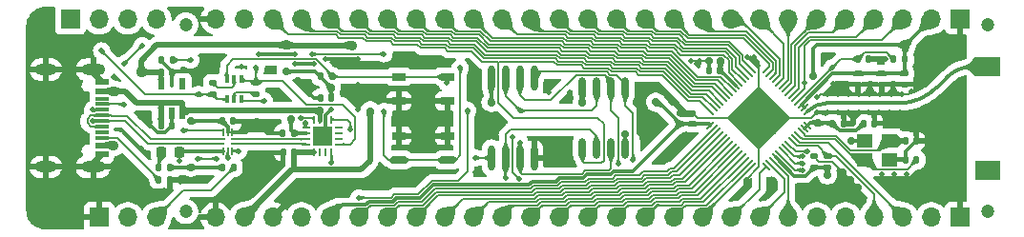
<source format=gtl>
%TF.GenerationSoftware,KiCad,Pcbnew,7.0.11*%
%TF.CreationDate,2024-04-20T17:38:27+08:00*%
%TF.ProjectId,UINIO-MCU-ESP32S3,55494e49-4f2d-44d4-9355-2d4553503332,Version 3.5.0*%
%TF.SameCoordinates,PX629df6ePY56b2a99*%
%TF.FileFunction,Copper,L1,Top*%
%TF.FilePolarity,Positive*%
%FSLAX46Y46*%
G04 Gerber Fmt 4.6, Leading zero omitted, Abs format (unit mm)*
G04 Created by KiCad (PCBNEW 7.0.11) date 2024-04-20 17:38:27*
%MOMM*%
%LPD*%
G01*
G04 APERTURE LIST*
G04 Aperture macros list*
%AMRoundRect*
0 Rectangle with rounded corners*
0 $1 Rounding radius*
0 $2 $3 $4 $5 $6 $7 $8 $9 X,Y pos of 4 corners*
0 Add a 4 corners polygon primitive as box body*
4,1,4,$2,$3,$4,$5,$6,$7,$8,$9,$2,$3,0*
0 Add four circle primitives for the rounded corners*
1,1,$1+$1,$2,$3*
1,1,$1+$1,$4,$5*
1,1,$1+$1,$6,$7*
1,1,$1+$1,$8,$9*
0 Add four rect primitives between the rounded corners*
20,1,$1+$1,$2,$3,$4,$5,0*
20,1,$1+$1,$4,$5,$6,$7,0*
20,1,$1+$1,$6,$7,$8,$9,0*
20,1,$1+$1,$8,$9,$2,$3,0*%
%AMRotRect*
0 Rectangle, with rotation*
0 The origin of the aperture is its center*
0 $1 length*
0 $2 width*
0 $3 Rotation angle, in degrees counterclockwise*
0 Add horizontal line*
21,1,$1,$2,0,0,$3*%
G04 Aperture macros list end*
%TA.AperFunction,SMDPad,CuDef*%
%ADD10RoundRect,0.140000X0.140000X0.170000X-0.140000X0.170000X-0.140000X-0.170000X0.140000X-0.170000X0*%
%TD*%
%TA.AperFunction,SMDPad,CuDef*%
%ADD11RoundRect,0.140000X-0.140000X-0.170000X0.140000X-0.170000X0.140000X0.170000X-0.140000X0.170000X0*%
%TD*%
%TA.AperFunction,SMDPad,CuDef*%
%ADD12RoundRect,0.135000X0.135000X0.185000X-0.135000X0.185000X-0.135000X-0.185000X0.135000X-0.185000X0*%
%TD*%
%TA.AperFunction,SMDPad,CuDef*%
%ADD13RoundRect,0.218750X0.218750X0.256250X-0.218750X0.256250X-0.218750X-0.256250X0.218750X-0.256250X0*%
%TD*%
%TA.AperFunction,SMDPad,CuDef*%
%ADD14RoundRect,0.140000X0.170000X-0.140000X0.170000X0.140000X-0.170000X0.140000X-0.170000X-0.140000X0*%
%TD*%
%TA.AperFunction,SMDPad,CuDef*%
%ADD15RoundRect,0.135000X0.185000X-0.135000X0.185000X0.135000X-0.185000X0.135000X-0.185000X-0.135000X0*%
%TD*%
%TA.AperFunction,SMDPad,CuDef*%
%ADD16R,2.268000X1.710000*%
%TD*%
%TA.AperFunction,SMDPad,CuDef*%
%ADD17R,1.200000X0.650000*%
%TD*%
%TA.AperFunction,SMDPad,CuDef*%
%ADD18RoundRect,0.140000X-0.170000X0.140000X-0.170000X-0.140000X0.170000X-0.140000X0.170000X0.140000X0*%
%TD*%
%TA.AperFunction,SMDPad,CuDef*%
%ADD19RoundRect,0.135000X-0.135000X-0.185000X0.135000X-0.185000X0.135000X0.185000X-0.135000X0.185000X0*%
%TD*%
%TA.AperFunction,SMDPad,CuDef*%
%ADD20R,0.250000X0.750000*%
%TD*%
%TA.AperFunction,SMDPad,CuDef*%
%ADD21R,0.750000X0.250000*%
%TD*%
%TA.AperFunction,SMDPad,CuDef*%
%ADD22R,1.700000X1.700000*%
%TD*%
%TA.AperFunction,SMDPad,CuDef*%
%ADD23R,1.400000X1.200000*%
%TD*%
%TA.AperFunction,ComponentPad*%
%ADD24C,1.200000*%
%TD*%
%TA.AperFunction,SMDPad,CuDef*%
%ADD25RotRect,0.200000X0.900000X135.000000*%
%TD*%
%TA.AperFunction,SMDPad,CuDef*%
%ADD26RotRect,0.200000X0.900000X225.000000*%
%TD*%
%TA.AperFunction,SMDPad,CuDef*%
%ADD27RotRect,0.200000X0.900000X315.000000*%
%TD*%
%TA.AperFunction,SMDPad,CuDef*%
%ADD28RotRect,0.200000X0.900000X45.000000*%
%TD*%
%TA.AperFunction,SMDPad,CuDef*%
%ADD29RotRect,4.000000X4.000000X225.000000*%
%TD*%
%TA.AperFunction,ComponentPad*%
%ADD30R,1.700000X1.700000*%
%TD*%
%TA.AperFunction,ComponentPad*%
%ADD31O,1.700000X1.700000*%
%TD*%
%TA.AperFunction,ComponentPad*%
%ADD32O,2.100000X1.000000*%
%TD*%
%TA.AperFunction,ComponentPad*%
%ADD33O,1.900000X1.000000*%
%TD*%
%TA.AperFunction,SMDPad,CuDef*%
%ADD34R,1.150000X0.600000*%
%TD*%
%TA.AperFunction,SMDPad,CuDef*%
%ADD35R,1.150000X0.300000*%
%TD*%
%TA.AperFunction,SMDPad,CuDef*%
%ADD36R,0.750000X0.200000*%
%TD*%
%TA.AperFunction,SMDPad,CuDef*%
%ADD37R,0.665000X0.200000*%
%TD*%
%TA.AperFunction,SMDPad,CuDef*%
%ADD38R,0.200000X0.665000*%
%TD*%
%TA.AperFunction,SMDPad,CuDef*%
%ADD39O,0.630000X1.865000*%
%TD*%
%TA.AperFunction,SMDPad,CuDef*%
%ADD40O,0.630000X2.250000*%
%TD*%
%TA.AperFunction,SMDPad,CuDef*%
%ADD41R,0.600000X1.000000*%
%TD*%
%TA.AperFunction,SMDPad,CuDef*%
%ADD42R,0.420000X0.700000*%
%TD*%
%TA.AperFunction,ViaPad*%
%ADD43C,0.500000*%
%TD*%
%TA.AperFunction,ViaPad*%
%ADD44C,0.700000*%
%TD*%
%TA.AperFunction,ViaPad*%
%ADD45C,0.900000*%
%TD*%
%TA.AperFunction,Conductor*%
%ADD46C,0.500000*%
%TD*%
%TA.AperFunction,Conductor*%
%ADD47C,0.200000*%
%TD*%
%TA.AperFunction,Conductor*%
%ADD48C,0.300000*%
%TD*%
%TA.AperFunction,Conductor*%
%ADD49C,0.600000*%
%TD*%
%TA.AperFunction,Conductor*%
%ADD50C,0.400000*%
%TD*%
G04 APERTURE END LIST*
D10*
%TO.P,C15,1*%
%TO.N,GND*%
X79239210Y-9145663D03*
%TO.P,C15,2*%
%TO.N,Net-(U5-XTAL_P)*%
X78279210Y-9145663D03*
%TD*%
%TO.P,C12,1*%
%TO.N,/VDD_3.3V*%
X61819210Y-2865663D03*
%TO.P,C12,2*%
%TO.N,GND*%
X60859210Y-2865663D03*
%TD*%
D11*
%TO.P,C14,1*%
%TO.N,GND*%
X23029210Y-8440000D03*
%TO.P,C14,2*%
%TO.N,/VDD_3.3V*%
X23989210Y-8440000D03*
%TD*%
D12*
%TO.P,R9,1*%
%TO.N,/GPIO0*%
X27391265Y-3410000D03*
%TO.P,R9,2*%
%TO.N,/VDD_3.3V*%
X26371265Y-3410000D03*
%TD*%
D13*
%TO.P,D1,1,K*%
%TO.N,GND*%
X13844210Y-10195663D03*
%TO.P,D1,2,A*%
%TO.N,Net-(D1-A)*%
X12269210Y-10195663D03*
%TD*%
D11*
%TO.P,C9,2*%
%TO.N,GND*%
X75520000Y-7580000D03*
%TO.P,C9,1*%
%TO.N,/VDD_3.3V*%
X74560000Y-7580000D03*
%TD*%
%TO.P,C10,2*%
%TO.N,GND*%
X72760000Y-7580000D03*
%TO.P,C10,1*%
%TO.N,/VDD_3.3V*%
X71800000Y-7580000D03*
%TD*%
D14*
%TO.P,C19,1*%
%TO.N,/VDD_3.3V*%
X70159210Y-11495664D03*
%TO.P,C19,2*%
%TO.N,GND*%
X70159210Y-10535664D03*
%TD*%
D15*
%TO.P,R7,1*%
%TO.N,/DTR*%
X16789210Y-4997163D03*
%TO.P,R7,2*%
%TO.N,Net-(R7-Pad2)*%
X16789210Y-3977163D03*
%TD*%
D16*
%TO.P,L1,1,1*%
%TO.N,Net-(U5-LNA_IN)*%
X85549210Y-2502831D03*
%TO.P,L1,2,2*%
%TO.N,unconnected-(L1-Pad2)*%
X85549210Y-11762831D03*
%TD*%
D17*
%TO.P,SW1,1,1*%
%TO.N,GND*%
X33340000Y-8685000D03*
%TO.P,SW1,2,2*%
X37640000Y-8685000D03*
%TO.P,SW1,3,3*%
%TO.N,/CHIP_PU*%
X33340000Y-10835000D03*
%TO.P,SW1,4,4*%
X37640000Y-10835000D03*
%TD*%
D10*
%TO.P,C1,1*%
%TO.N,GND*%
X13199210Y-7795663D03*
%TO.P,C1,2*%
%TO.N,/VDD_5V*%
X12239210Y-7795663D03*
%TD*%
D18*
%TO.P,C4,1*%
%TO.N,/VDD_3.3V*%
X76149605Y-3150000D03*
%TO.P,C4,2*%
%TO.N,GND*%
X76149605Y-4110000D03*
%TD*%
D19*
%TO.P,R2,1*%
%TO.N,Net-(USB1-CC2)*%
X11996710Y-12585663D03*
%TO.P,R2,2*%
%TO.N,GND*%
X13016710Y-12585663D03*
%TD*%
D20*
%TO.P,U6,1,VIO*%
%TO.N,/VDD_3.3V*%
X27329265Y-7255663D03*
%TO.P,U6,2,GND*%
%TO.N,GND*%
X26830265Y-7255663D03*
%TO.P,U6,3,VDD5*%
%TO.N,/VDD_5V*%
X26329265Y-7255663D03*
%TO.P,U6,4,TXD*%
%TO.N,/U0RXD*%
X25830265Y-7255663D03*
D21*
%TO.P,U6,5,RXD*%
%TO.N,/U0TXD*%
X25131265Y-7955663D03*
%TO.P,U6,6,V3*%
%TO.N,/VDD_3.3V*%
X25131265Y-8455663D03*
%TO.P,U6,7,UD+*%
%TO.N,/CH343_USB_Data+*%
X25131265Y-8955663D03*
%TO.P,U6,8,UD-*%
%TO.N,/CH343_USB_Data-*%
X25131265Y-9455663D03*
D20*
%TO.P,U6,9,VBUS*%
%TO.N,/VDD_5V*%
X25831265Y-10155663D03*
%TO.P,U6,10,ACT#*%
%TO.N,unconnected-(U6-ACT#-Pad10)*%
X26331265Y-10155663D03*
%TO.P,U6,11,DCD*%
%TO.N,unconnected-(U6-DCD-Pad11)*%
X26831265Y-10155663D03*
%TO.P,U6,12,DTRTNOW*%
%TO.N,/DTR*%
X27330265Y-10155663D03*
D21*
%TO.P,U6,13,RTS*%
%TO.N,/RTS*%
X28031265Y-9455663D03*
%TO.P,U6,14,DSR*%
%TO.N,unconnected-(U6-DSR-Pad14)*%
X28031265Y-8955663D03*
%TO.P,U6,15,CTS*%
%TO.N,unconnected-(U6-CTS-Pad15)*%
X28031265Y-8455663D03*
%TO.P,U6,16,RI*%
%TO.N,unconnected-(U6-RI-Pad16)*%
X28031265Y-7955663D03*
D22*
%TO.P,U6,17,EP*%
%TO.N,GND*%
X26581265Y-8705663D03*
%TD*%
D14*
%TO.P,C20,1*%
%TO.N,/VDD_SPI{slash}GPIO11*%
X58290000Y-7612831D03*
%TO.P,C20,2*%
%TO.N,GND*%
X58290000Y-6652831D03*
%TD*%
D10*
%TO.P,C2,1*%
%TO.N,GND*%
X13199210Y-3025663D03*
%TO.P,C2,2*%
%TO.N,/VDD_3.3V*%
X12239210Y-3025663D03*
%TD*%
D19*
%TO.P,R3,1*%
%TO.N,Net-(D1-A)*%
X11996710Y-11525663D03*
%TO.P,R3,2*%
%TO.N,/VDD_3.3V*%
X13016710Y-11525663D03*
%TD*%
D18*
%TO.P,C3,2*%
%TO.N,GND*%
X74090000Y-4110000D03*
%TO.P,C3,1*%
%TO.N,/VDD_3.3V*%
X74090000Y-3150000D03*
%TD*%
%TO.P,C6,1*%
%TO.N,/VDD_3.3V*%
X78209210Y-3150000D03*
%TO.P,C6,2*%
%TO.N,GND*%
X78209210Y-4110000D03*
%TD*%
D11*
%TO.P,C13,1*%
%TO.N,GND*%
X23059210Y-10160000D03*
%TO.P,C13,2*%
%TO.N,/VDD_5V*%
X24019210Y-10160000D03*
%TD*%
%TO.P,C16,2*%
%TO.N,Net-(U5-XTAL_N)*%
X79249210Y-10845663D03*
%TO.P,C16,1*%
%TO.N,GND*%
X78289210Y-10845663D03*
%TD*%
D23*
%TO.P,Y1,1,1*%
%TO.N,Net-(U5-XTAL_P)*%
X76849210Y-9145663D03*
%TO.P,Y1,2,2*%
%TO.N,GND*%
X74649210Y-9145663D03*
%TO.P,Y1,3,3*%
%TO.N,Net-(U5-XTAL_N)*%
X74649210Y-10845663D03*
%TO.P,Y1,4,4*%
%TO.N,GND*%
X76849210Y-10845663D03*
%TD*%
D14*
%TO.P,C18,1*%
%TO.N,/VDD_SPI{slash}GPIO11*%
X59350000Y-7612831D03*
%TO.P,C18,2*%
%TO.N,GND*%
X59350000Y-6652831D03*
%TD*%
D24*
%TO.P,HOLE\u002A\u002A,*%
%TO.N,*%
X85549210Y-15440000D03*
%TD*%
D25*
%TO.P,U5,1,LNA_IN*%
%TO.N,Net-(U5-LNA_IN)*%
X69600328Y-6496435D03*
%TO.P,U5,2,VDD3P3*%
%TO.N,/VDD_3.3V*%
X69317486Y-6213592D03*
%TO.P,U5,3,VDD3P3*%
X69034643Y-5930749D03*
%TO.P,U5,4,CHIP_PU*%
%TO.N,/CHIP_PU*%
X68751800Y-5647907D03*
%TO.P,U5,5,GPIO0*%
%TO.N,/GPIO0*%
X68468958Y-5365064D03*
%TO.P,U5,6,GPIO1*%
%TO.N,/GPIO1*%
X68186115Y-5082221D03*
%TO.P,U5,7,GPIO2*%
%TO.N,/GPIO2*%
X67903272Y-4799379D03*
%TO.P,U5,8,GPIO3*%
%TO.N,/GPIO3*%
X67620429Y-4516536D03*
%TO.P,U5,9,GPIO4*%
%TO.N,/GPIO4*%
X67337587Y-4233693D03*
%TO.P,U5,10,GPIO5*%
%TO.N,/GPIO5*%
X67054744Y-3950850D03*
%TO.P,U5,11,GPIO6*%
%TO.N,/GPIO6*%
X66771901Y-3668008D03*
%TO.P,U5,12,GPIO7*%
%TO.N,/GPIO7*%
X66489059Y-3385165D03*
%TO.P,U5,13,GPIO8*%
%TO.N,/GPIO8*%
X66206216Y-3102322D03*
%TO.P,U5,14,GPIO9*%
%TO.N,/GPIO9*%
X65923373Y-2819480D03*
D26*
%TO.P,U5,15,GPIO10*%
%TO.N,/GPIO10*%
X64650581Y-2819480D03*
%TO.P,U5,16,GPIO11*%
%TO.N,/GPIO11*%
X64367738Y-3102322D03*
%TO.P,U5,17,GPIO12*%
%TO.N,/GPIO12*%
X64084895Y-3385165D03*
%TO.P,U5,18,GPIO13*%
%TO.N,/GPIO13*%
X63802053Y-3668008D03*
%TO.P,U5,19,GPIO14*%
%TO.N,/GPIO14*%
X63519210Y-3950850D03*
%TO.P,U5,20,VDD3P3_RTC*%
%TO.N,/VDD_3.3V*%
X63236367Y-4233693D03*
%TO.P,U5,21,XTAL_32K_P*%
%TO.N,/GPIO15*%
X62953525Y-4516536D03*
%TO.P,U5,22,XTAL_32K_N*%
%TO.N,/GPIO16*%
X62670682Y-4799379D03*
%TO.P,U5,23,GPIO17*%
%TO.N,/GPIO17*%
X62387839Y-5082221D03*
%TO.P,U5,24,GPIO18*%
%TO.N,/GPIO18*%
X62104996Y-5365064D03*
%TO.P,U5,25,GPIO19*%
%TO.N,/GPIO19{slash}ESP32_USB_D-*%
X61822154Y-5647907D03*
%TO.P,U5,26,GPIO20*%
%TO.N,/GPIO20{slash}ESP32_USB_D+*%
X61539311Y-5930749D03*
%TO.P,U5,27,GPIO21*%
%TO.N,/GPIO21*%
X61256468Y-6213592D03*
%TO.P,U5,28,SPICS1*%
%TO.N,/SPICS1{slash}GPIO26*%
X60973626Y-6496435D03*
D27*
%TO.P,U5,29,VDD_SPI*%
%TO.N,/VDD_SPI{slash}GPIO11*%
X60973626Y-7769227D03*
%TO.P,U5,30,SPIHD*%
%TO.N,/SPIHD{slash}GPIO27*%
X61256468Y-8052070D03*
%TO.P,U5,31,SPIWP*%
%TO.N,/SPIWP{slash}GPIO28*%
X61539311Y-8334913D03*
%TO.P,U5,32,SPICS0*%
%TO.N,/SPICS0{slash}GPIO29*%
X61822154Y-8617755D03*
%TO.P,U5,33,SPICLK*%
%TO.N,/SPICLK{slash}GPIO30*%
X62104996Y-8900598D03*
%TO.P,U5,34,SPIQ*%
%TO.N,/SPIQ{slash}GPIO31*%
X62387839Y-9183441D03*
%TO.P,U5,35,SPID*%
%TO.N,/SPID{slash}GPIO32*%
X62670682Y-9466283D03*
%TO.P,U5,36,SPICLK_N*%
%TO.N,/SPICLK_N{slash}GPIO48*%
X62953525Y-9749126D03*
%TO.P,U5,37,SPICLK_P*%
%TO.N,/SPICLK_P{slash}GPIO47*%
X63236367Y-10031969D03*
%TO.P,U5,38,GPIO33*%
%TO.N,/GPIO33*%
X63519210Y-10314812D03*
%TO.P,U5,39,GPIO34*%
%TO.N,/GPIO34*%
X63802053Y-10597654D03*
%TO.P,U5,40,GPIO35*%
%TO.N,/GPIO35*%
X64084895Y-10880497D03*
%TO.P,U5,41,GPIO36*%
%TO.N,/GPIO36*%
X64367738Y-11163340D03*
%TO.P,U5,42,GPIO37*%
%TO.N,/GPIO37*%
X64650581Y-11446182D03*
D28*
%TO.P,U5,43,GPIO38*%
%TO.N,/GPIO38*%
X65923373Y-11446182D03*
%TO.P,U5,44,MTCK*%
%TO.N,/GPIO39*%
X66206216Y-11163340D03*
%TO.P,U5,45,MTD0*%
%TO.N,/GPIO40*%
X66489059Y-10880497D03*
%TO.P,U5,46,VDD3P3_CPU*%
%TO.N,/VDD_3.3V*%
X66771901Y-10597654D03*
%TO.P,U5,47,MTDI*%
%TO.N,/GPIO41*%
X67054744Y-10314812D03*
%TO.P,U5,48,MTMS*%
%TO.N,/GPIO42*%
X67337587Y-10031969D03*
%TO.P,U5,49,U0TXD*%
%TO.N,/U0TXD*%
X67620429Y-9749126D03*
%TO.P,U5,50,U0RXD*%
%TO.N,/U0RXD*%
X67903272Y-9466283D03*
%TO.P,U5,51,GPIO45*%
%TO.N,/GPIO45*%
X68186115Y-9183441D03*
%TO.P,U5,52,GPIO46*%
%TO.N,/GPIO46*%
X68468958Y-8900598D03*
%TO.P,U5,53,XTAL_N*%
%TO.N,Net-(U5-XTAL_N)*%
X68751800Y-8617755D03*
%TO.P,U5,54,XTAL_P*%
%TO.N,Net-(U5-XTAL_P)*%
X69034643Y-8334913D03*
%TO.P,U5,55,VDDA*%
%TO.N,/VDD_3.3V*%
X69317486Y-8052070D03*
%TO.P,U5,56,VDDA*%
X69600328Y-7769227D03*
D29*
%TO.P,U5,57,GND*%
%TO.N,GND*%
X65286977Y-7132831D03*
%TD*%
D12*
%TO.P,R4,2*%
%TO.N,/CHIP_PU*%
X77229210Y-1900000D03*
%TO.P,R4,1*%
%TO.N,/VDD_3.3V*%
X78249210Y-1900000D03*
%TD*%
D24*
%TO.P,HOLE\u002A\u002A,*%
%TO.N,*%
X14430000Y-15440000D03*
%TD*%
D30*
%TO.P,J3,1,Pin_1*%
%TO.N,/DTR*%
X4189210Y1664337D03*
D31*
%TO.P,J3,2,Pin_2*%
%TO.N,/U0TXD*%
X6729210Y1664337D03*
%TO.P,J3,3,Pin_3*%
%TO.N,/U0RXD*%
X9269210Y1664337D03*
%TO.P,J3,4,Pin_4*%
%TO.N,/RTS*%
X11809210Y1664337D03*
%TD*%
D15*
%TO.P,R8,1*%
%TO.N,Net-(R8-Pad1)*%
X20669210Y-4997163D03*
%TO.P,R8,2*%
%TO.N,/RTS*%
X20669210Y-3977163D03*
%TD*%
D10*
%TO.P,C17,1*%
%TO.N,/VDD_3.3V*%
X27341265Y-5300000D03*
%TO.P,C17,2*%
%TO.N,GND*%
X26381265Y-5300000D03*
%TD*%
D32*
%TO.P,USB1,13,GND*%
%TO.N,GND*%
X6208210Y-2807831D03*
%TO.P,USB1,14,GND*%
X6208210Y-11457831D03*
D33*
%TO.P,USB1,15,GND*%
X2008210Y-2807831D03*
%TO.P,USB1,16,GND*%
X2008210Y-11457831D03*
D34*
%TO.P,USB1,A1B12,GND*%
X6970210Y-3932831D03*
%TO.P,USB1,A4B9,VBUS*%
%TO.N,/VDD_5V*%
X6970210Y-4732831D03*
D35*
%TO.P,USB1,A5,CC1*%
%TO.N,Net-(USB1-CC1)*%
X6970210Y-5882831D03*
%TO.P,USB1,A6,DP1*%
%TO.N,/USB_Data+*%
X6970210Y-6882831D03*
%TO.P,USB1,A7,DN1*%
%TO.N,/USB_Data-*%
X6970210Y-7382831D03*
%TO.P,USB1,A8,SBU1*%
%TO.N,unconnected-(USB1-SBU1-PadA8)*%
X6970210Y-8382831D03*
D34*
%TO.P,USB1,B1A12,GND*%
%TO.N,GND*%
X6970210Y-10332831D03*
%TO.P,USB1,B4A9,VBUS*%
%TO.N,/VDD_5V*%
X6970210Y-9532831D03*
D35*
%TO.P,USB1,B5,CC2*%
%TO.N,Net-(USB1-CC2)*%
X6970210Y-8882831D03*
%TO.P,USB1,B6,DP2*%
%TO.N,/USB_Data+*%
X6970210Y-7882831D03*
%TO.P,USB1,B7,DN2*%
%TO.N,/USB_Data-*%
X6970210Y-6382831D03*
%TO.P,USB1,B8,SBU2*%
%TO.N,unconnected-(USB1-SBU2-PadB8)*%
X6970210Y-5382831D03*
%TD*%
D36*
%TO.P,U4,1,D+*%
%TO.N,/USB_Data+*%
X17586905Y-9005805D03*
D37*
%TO.P,U4,2,D-*%
%TO.N,/USB_Data-*%
X17543905Y-9405805D03*
D38*
%TO.P,U4,3,GND*%
%TO.N,GND*%
X17751905Y-10037805D03*
%TO.P,U4,4,HSD1-*%
%TO.N,/GPIO19{slash}ESP32_USB_D-*%
X18151905Y-10037805D03*
%TO.P,U4,5,HSD1+*%
%TO.N,/GPIO20{slash}ESP32_USB_D+*%
X18551905Y-10037805D03*
D37*
%TO.P,U4,6,HSD2-*%
%TO.N,/CH343_USB_Data-*%
X18759905Y-9405805D03*
%TO.P,U4,7,HSD2+*%
%TO.N,/CH343_USB_Data+*%
X18759905Y-9005805D03*
D38*
%TO.P,U4,8,OE#*%
%TO.N,GND*%
X18551905Y-8373805D03*
%TO.P,U4,9,V+*%
%TO.N,/VDD_3.3V*%
X18151905Y-8373805D03*
%TO.P,U4,10,S*%
%TO.N,Net-(J1-Pin_2)*%
X17751905Y-8373805D03*
%TD*%
D11*
%TO.P,C7,2*%
%TO.N,GND*%
X74999210Y-1870000D03*
%TO.P,C7,1*%
%TO.N,/CHIP_PU*%
X74039210Y-1870000D03*
%TD*%
D17*
%TO.P,SW2,1,1*%
%TO.N,GND*%
X37641265Y-5585000D03*
%TO.P,SW2,2,2*%
X33341265Y-5585000D03*
%TO.P,SW2,3,3*%
%TO.N,/GPIO0*%
X37641265Y-3435000D03*
%TO.P,SW2,4,4*%
X33341265Y-3435000D03*
%TD*%
D39*
%TO.P,U3,1,CE#*%
%TO.N,/SPICS1{slash}GPIO26*%
X49606265Y-9792000D03*
%TO.P,U3,2,SO/SIO1*%
%TO.N,/SPIQ{slash}GPIO31*%
X50876265Y-9792000D03*
%TO.P,U3,3,SIO2*%
%TO.N,/SPIWP{slash}GPIO28*%
X52146265Y-9792000D03*
%TO.P,U3,4,VSS*%
%TO.N,GND*%
X53416265Y-9792000D03*
%TO.P,U3,5,SI/SIO0*%
%TO.N,/SPID{slash}GPIO32*%
X53416265Y-4428000D03*
%TO.P,U3,6,SCLK*%
%TO.N,/SPICLK{slash}GPIO30*%
X52146265Y-4428000D03*
%TO.P,U3,7,SIO3*%
%TO.N,/SPIHD{slash}GPIO27*%
X50876265Y-4428000D03*
%TO.P,U3,8,VCC*%
%TO.N,/VDD_SPI{slash}GPIO11*%
X49606265Y-4428000D03*
%TD*%
D15*
%TO.P,R6,1*%
%TO.N,/VDD_3.3V*%
X71349210Y-11505664D03*
%TO.P,R6,2*%
%TO.N,/GPIO45*%
X71349210Y-10485664D03*
%TD*%
D24*
%TO.P,HOLE\u002A\u002A,*%
%TO.N,*%
X14430000Y1180000D03*
%TD*%
D30*
%TO.P,J1,1,Pin_1*%
%TO.N,GND*%
X6739210Y-15945663D03*
D31*
%TO.P,J1,2,Pin_2*%
%TO.N,Net-(J1-Pin_2)*%
X9279210Y-15945663D03*
%TO.P,J1,3,Pin_3*%
%TO.N,Net-(J1-Pin_3)*%
X11819210Y-15945663D03*
%TD*%
D12*
%TO.P,R1,1*%
%TO.N,Net-(USB1-CC1)*%
X13249210Y-1945663D03*
%TO.P,R1,2*%
%TO.N,GND*%
X12229210Y-1945663D03*
%TD*%
%TO.P,R5,1*%
%TO.N,Net-(J1-Pin_3)*%
X18679210Y-11520663D03*
%TO.P,R5,2*%
%TO.N,/VDD_3.3V*%
X17659210Y-11520663D03*
%TD*%
D40*
%TO.P,U2,1,CS#*%
%TO.N,/SPICS0{slash}GPIO29*%
X41526265Y-10650000D03*
%TO.P,U2,2,DO(IO1)*%
%TO.N,/SPIQ{slash}GPIO31*%
X42796265Y-10650000D03*
%TO.P,U2,3,WP#(IO2)*%
%TO.N,/SPIWP{slash}GPIO28*%
X44066265Y-10650000D03*
%TO.P,U2,4,GND*%
%TO.N,GND*%
X45336265Y-10650000D03*
%TO.P,U2,5,DI(IO0)*%
%TO.N,/SPID{slash}GPIO32*%
X45336265Y-3590000D03*
%TO.P,U2,6,CLK*%
%TO.N,/SPICLK{slash}GPIO30*%
X44066265Y-3590000D03*
%TO.P,U2,7,HOLD#/RESET#/(IO3)*%
%TO.N,/SPIHD{slash}GPIO27*%
X42796265Y-3590000D03*
%TO.P,U2,8,VCC*%
%TO.N,/VDD_SPI{slash}GPIO11*%
X41526265Y-3590000D03*
%TD*%
D24*
%TO.P,HOLE\u002A\u002A,*%
%TO.N,*%
X85549210Y1180000D03*
%TD*%
D41*
%TO.P,U1,1,Vin*%
%TO.N,/VDD_5V*%
X12239210Y-6705663D03*
%TO.P,U1,2,Vss*%
%TO.N,GND*%
X13189210Y-6705663D03*
%TO.P,U1,3,CE*%
%TO.N,/VDD_5V*%
X14139210Y-6705663D03*
%TO.P,U1,4,NC*%
%TO.N,unconnected-(U1-NC-Pad4)*%
X14139210Y-4105663D03*
%TO.P,U1,5,Vout*%
%TO.N,/VDD_3.3V*%
X12239210Y-4105663D03*
%TD*%
D42*
%TO.P,U7,1,E*%
%TO.N,/RTS*%
X19360960Y-3603663D03*
%TO.P,U7,2,B*%
%TO.N,Net-(R7-Pad2)*%
X18710960Y-3603663D03*
%TO.P,U7,3,C*%
%TO.N,/GPIO0*%
X18060960Y-3603663D03*
%TO.P,U7,4,E*%
%TO.N,/DTR*%
X18060960Y-5443663D03*
%TO.P,U7,5,B*%
%TO.N,Net-(R8-Pad1)*%
X18710960Y-5443663D03*
%TO.P,U7,6,C*%
%TO.N,/CHIP_PU*%
X19360960Y-5443663D03*
%TD*%
D10*
%TO.P,C11,1*%
%TO.N,GND*%
X18629210Y-7390805D03*
%TO.P,C11,2*%
%TO.N,/VDD_3.3V*%
X17669210Y-7390805D03*
%TD*%
D30*
%TO.P,J2,1,Pin_1*%
%TO.N,GND*%
X83111265Y1690000D03*
D31*
%TO.P,J2,2,Pin_2*%
%TO.N,/VDD_3.3V*%
X80571265Y1690000D03*
%TO.P,J2,3,Pin_3*%
%TO.N,/GPIO0*%
X78031265Y1690000D03*
%TO.P,J2,4,Pin_4*%
%TO.N,/GPIO1*%
X75491265Y1690000D03*
%TO.P,J2,5,Pin_5*%
%TO.N,/GPIO2*%
X72951265Y1690000D03*
%TO.P,J2,6,Pin_6*%
%TO.N,/GPIO3*%
X70411265Y1690000D03*
%TO.P,J2,7,Pin_7*%
%TO.N,/GPIO4*%
X67871265Y1690000D03*
%TO.P,J2,8,Pin_8*%
%TO.N,/GPIO5*%
X65331265Y1690000D03*
%TO.P,J2,9,Pin_9*%
%TO.N,/GPIO6*%
X62791265Y1690000D03*
%TO.P,J2,10,Pin_10*%
%TO.N,/GPIO7*%
X60251265Y1690000D03*
%TO.P,J2,11,Pin_11*%
%TO.N,/GPIO8*%
X57711265Y1690000D03*
%TO.P,J2,12,Pin_12*%
%TO.N,/GPIO9*%
X55171265Y1690000D03*
%TO.P,J2,13,Pin_13*%
%TO.N,/GPIO10*%
X52631265Y1690000D03*
%TO.P,J2,14,Pin_14*%
%TO.N,/GPIO11*%
X50091265Y1690000D03*
%TO.P,J2,15,Pin_15*%
%TO.N,/GPIO12*%
X47551265Y1690000D03*
%TO.P,J2,16,Pin_16*%
%TO.N,/GPIO13*%
X45011265Y1690000D03*
%TO.P,J2,17,Pin_17*%
%TO.N,/GPIO14*%
X42471265Y1690000D03*
%TO.P,J2,18,Pin_18*%
%TO.N,/GPIO15*%
X39931265Y1690000D03*
%TO.P,J2,19,Pin_19*%
%TO.N,/GPIO16*%
X37391265Y1690000D03*
%TO.P,J2,20,Pin_20*%
%TO.N,/GPIO17*%
X34851265Y1690000D03*
%TO.P,J2,21,Pin_21*%
%TO.N,/GPIO18*%
X32311265Y1690000D03*
%TO.P,J2,22,Pin_22*%
%TO.N,/GPIO19{slash}ESP32_USB_D-*%
X29771265Y1690000D03*
%TO.P,J2,23,Pin_23*%
%TO.N,/GPIO20{slash}ESP32_USB_D+*%
X27231265Y1690000D03*
%TO.P,J2,24,Pin_24*%
%TO.N,/GPIO21*%
X24691265Y1690000D03*
%TO.P,J2,25,Pin_25*%
%TO.N,/SPICS1{slash}GPIO26*%
X22151265Y1690000D03*
%TO.P,J2,26,Pin_26*%
%TO.N,/VDD_3.3V*%
X19611265Y1690000D03*
%TO.P,J2,27,Pin_27*%
%TO.N,GND*%
X17071265Y1690000D03*
%TD*%
D30*
%TO.P,J4,1,Pin_1*%
%TO.N,GND*%
X83111265Y-15945663D03*
D31*
%TO.P,J4,2,Pin_2*%
%TO.N,/VDD_3.3V*%
X80571265Y-15945663D03*
%TO.P,J4,3,Pin_3*%
%TO.N,/GPIO46*%
X78031265Y-15945663D03*
%TO.P,J4,4,Pin_4*%
%TO.N,/GPIO45*%
X75491265Y-15945663D03*
%TO.P,J4,5,Pin_5*%
%TO.N,/GPIO42*%
X72951265Y-15945663D03*
%TO.P,J4,6,Pin_6*%
%TO.N,/GPIO41*%
X70411265Y-15945663D03*
%TO.P,J4,7,Pin_7*%
%TO.N,/GPIO40*%
X67871265Y-15945663D03*
%TO.P,J4,8,Pin_8*%
%TO.N,/GPIO39*%
X65331265Y-15945663D03*
%TO.P,J4,9,Pin_9*%
%TO.N,/GPIO38*%
X62791265Y-15945663D03*
%TO.P,J4,10,Pin_10*%
%TO.N,/GPIO37*%
X60251265Y-15945663D03*
%TO.P,J4,11,Pin_11*%
%TO.N,/GPIO36*%
X57711265Y-15945663D03*
%TO.P,J4,12,Pin_12*%
%TO.N,/GPIO35*%
X55171265Y-15945663D03*
%TO.P,J4,13,Pin_13*%
%TO.N,/GPIO34*%
X52631265Y-15945663D03*
%TO.P,J4,14,Pin_14*%
%TO.N,/GPIO33*%
X50091265Y-15945663D03*
%TO.P,J4,15,Pin_15*%
%TO.N,/SPICLK_P{slash}GPIO47*%
X47551265Y-15945663D03*
%TO.P,J4,16,Pin_16*%
%TO.N,/SPICLK_N{slash}GPIO48*%
X45011265Y-15945663D03*
%TO.P,J4,17,Pin_17*%
%TO.N,/SPID{slash}GPIO32*%
X42471265Y-15945663D03*
%TO.P,J4,18,Pin_18*%
%TO.N,/SPIQ{slash}GPIO31*%
X39931265Y-15945663D03*
%TO.P,J4,19,Pin_19*%
%TO.N,/SPICLK{slash}GPIO30*%
X37391265Y-15945663D03*
%TO.P,J4,20,Pin_20*%
%TO.N,/SPICS0{slash}GPIO29*%
X34851265Y-15945663D03*
%TO.P,J4,21,Pin_21*%
%TO.N,/SPIWP{slash}GPIO28*%
X32311265Y-15945663D03*
%TO.P,J4,22,Pin_22*%
%TO.N,/SPIHD{slash}GPIO27*%
X29771265Y-15945663D03*
%TO.P,J4,23,Pin_23*%
%TO.N,/VDD_SPI{slash}GPIO11*%
X27231265Y-15945663D03*
%TO.P,J4,24,Pin_24*%
%TO.N,/VDD_3.3V*%
X24691265Y-15945663D03*
%TO.P,J4,25,Pin_25*%
%TO.N,GND*%
X22151265Y-15945663D03*
%TO.P,J4,26,Pin_26*%
%TO.N,/VDD_5V*%
X19611265Y-15945663D03*
%TO.P,J4,27,Pin_27*%
%TO.N,GND*%
X17071265Y-15945663D03*
%TD*%
D43*
%TO.N,GND*%
X63590000Y-13810000D03*
X64160000Y-13250000D03*
X60000632Y-2065163D03*
X59240000Y-2065163D03*
D44*
X60861265Y-2065163D03*
D43*
X64860000Y-1720000D03*
X69580000Y-14475000D03*
X69580000Y-13125000D03*
X69580000Y-13800000D03*
D44*
X72740000Y-11970000D03*
X74050000Y-13300000D03*
D43*
X68730000Y-14480000D03*
X64270000Y-1710000D03*
X68730000Y-13805000D03*
X68730000Y-13130000D03*
X82580000Y-4340000D03*
X73660000Y-7580000D03*
X81580000Y-5380000D03*
X76860000Y-7600000D03*
X77170000Y-4100000D03*
X78840000Y-4730000D03*
X76510000Y-1870000D03*
X74112000Y-6620000D03*
X24066076Y-2319500D03*
X82440000Y-7130000D03*
X66611265Y-12580000D03*
X76982380Y-4990000D03*
X75100000Y-4100000D03*
X8060000Y-3510000D03*
X78677000Y-6620000D03*
X76200000Y-12140000D03*
X80500000Y-7130000D03*
X75730000Y-1870000D03*
X82440000Y-9130000D03*
X83430000Y-1130000D03*
X82440000Y-8130000D03*
X76851000Y-6620000D03*
X81470000Y-6160000D03*
D44*
X10501265Y-6941265D03*
D45*
X64131265Y-6100000D03*
D43*
X73199000Y-6620000D03*
X77920000Y-4990000D03*
X29725000Y-4115000D03*
D44*
X53411265Y-8520000D03*
D43*
X80500000Y-2130000D03*
X13844210Y-10915000D03*
X79425000Y-12140000D03*
D44*
X73500000Y-9160000D03*
D43*
X83430000Y-6156666D03*
X75025000Y-6620000D03*
X64160000Y-12580000D03*
X40130000Y-11960000D03*
X81470000Y-1130000D03*
X77275000Y-12140000D03*
X80500000Y-13130000D03*
X81470000Y-130000D03*
X81470000Y-9130000D03*
D45*
X65281265Y-9320000D03*
D43*
X82380000Y-1130000D03*
X33581265Y-1400000D03*
X48490000Y-4830000D03*
X82440000Y-14130000D03*
X80500000Y-14130000D03*
X83430000Y-4240000D03*
D45*
X28625000Y-13315000D03*
D43*
X77764000Y-6620000D03*
X46620000Y-4830000D03*
X26575000Y-8690000D03*
X29725000Y-6390000D03*
X82440000Y-5160000D03*
D44*
X40040000Y-4940000D03*
D43*
X40390000Y-9010000D03*
D44*
X55000000Y-8850000D03*
D43*
X82440000Y-10130000D03*
X80500000Y-12120000D03*
X80500000Y-9120000D03*
X82440000Y-6160000D03*
X58280000Y-9410000D03*
X81470000Y-2130000D03*
X83430000Y-11139996D03*
D45*
X17075000Y-2490000D03*
D43*
X78350000Y-12140000D03*
X78677000Y-7570000D03*
X20910500Y-1420500D03*
X80500000Y-11130000D03*
D45*
X67471265Y-7130000D03*
D43*
X22000000Y-2780000D03*
X77275000Y-13140000D03*
X83430000Y-5160000D03*
D45*
X66421265Y-8190000D03*
D44*
X24345000Y-3825000D03*
D43*
X25780000Y-2319500D03*
X82380000Y-130000D03*
X81470000Y-14130000D03*
X79425000Y-13140000D03*
D45*
X65281265Y-4940000D03*
D43*
X81470000Y-8130000D03*
X13844210Y-12620790D03*
D44*
X22911265Y-5270000D03*
X20691265Y-7480000D03*
D43*
X72750000Y-4090000D03*
X79590000Y-3990000D03*
X43430000Y-8820000D03*
X81470000Y-7130000D03*
X75107142Y-4990000D03*
X10901265Y-13240000D03*
X70450000Y-5290000D03*
X80500000Y-10120000D03*
X78350000Y-13140000D03*
X81470000Y-10130000D03*
X27325000Y-6390000D03*
X81470000Y-11130000D03*
X82370000Y-1890000D03*
X71356666Y-4990000D03*
X83430000Y-130000D03*
X83430000Y-12136662D03*
D45*
X63101265Y-7130000D03*
D43*
X79590000Y-7570000D03*
X81470000Y-13130000D03*
X75938000Y-6620000D03*
X74169523Y-4990000D03*
X80500000Y-1130000D03*
D45*
X18761265Y-14189500D03*
D43*
X76044761Y-4990000D03*
X72294285Y-4990000D03*
X83430000Y-10143330D03*
X71373000Y-6620000D03*
D45*
X65281265Y-7130000D03*
D44*
X54570000Y-4810000D03*
D43*
X83430000Y-8149998D03*
D44*
X73400000Y-12640000D03*
X57760000Y-5700000D03*
D43*
X80500000Y-130000D03*
X83430000Y-14130000D03*
X44010000Y-12546163D03*
X70460000Y-6620000D03*
X29720000Y-1869500D03*
X77764000Y-7570000D03*
D44*
X46830632Y-9929368D03*
D43*
X79590000Y-6620000D03*
X79590000Y-1130000D03*
X79590000Y-3060000D03*
X81470000Y-12130000D03*
X26781765Y-1869500D03*
X83430000Y-7153332D03*
X83430000Y-13133328D03*
X82440000Y-12130000D03*
X72286000Y-6620000D03*
X80500000Y-3060000D03*
X19350000Y-2565000D03*
D45*
X64131265Y-8190000D03*
D43*
X71840000Y-4090000D03*
X10501265Y-9780000D03*
X80500000Y-6160000D03*
D45*
X66421265Y-6100000D03*
D43*
X73231904Y-4990000D03*
X71070000Y-1700000D03*
X80500000Y-8120000D03*
X24070000Y-1420500D03*
X82440000Y-13130000D03*
X25420000Y-13860000D03*
X79590000Y-2130000D03*
X82440000Y-11130000D03*
X83430000Y-9146664D03*
D45*
%TO.N,/VDD_5V*%
X8049710Y-4732831D03*
D44*
X30771265Y-6480000D03*
X26331265Y-6465163D03*
D45*
X8049710Y-9555163D03*
D44*
%TO.N,/VDD_3.3V*%
X23325000Y-2965000D03*
D45*
X78249210Y-632055D03*
D44*
X23740829Y-7166932D03*
X70480000Y-7575663D03*
X61871265Y-2070000D03*
D45*
X23321265Y-630000D03*
D44*
X14891265Y-11485663D03*
D43*
X29025500Y-8115000D03*
D45*
X10499210Y-3035663D03*
D44*
X27308549Y-4398549D03*
X70110000Y-3380000D03*
X71350000Y-12170000D03*
D45*
X29150000Y-635663D03*
D44*
X14889210Y-7395663D03*
D43*
%TO.N,/CHIP_PU*%
X21421265Y-5600000D03*
X71754044Y-2645663D03*
X25628909Y-1420500D03*
X38779210Y-2645663D03*
X32021265Y-1400000D03*
X32021265Y-6520000D03*
D44*
%TO.N,/VDD_SPI{slash}GPIO11*%
X49611265Y-5725000D03*
X41520000Y-5725000D03*
X56131265Y-5701265D03*
D43*
%TO.N,Net-(J1-Pin_2)*%
X14191265Y-8211163D03*
%TO.N,/GPIO0*%
X37611265Y-4010000D03*
X69351265Y-4000000D03*
%TO.N,/GPIO19{slash}ESP32_USB_D-*%
X18149210Y-10635663D03*
%TO.N,/GPIO20{slash}ESP32_USB_D+*%
X19129210Y-10035663D03*
%TO.N,/DTR*%
X6960000Y-1140000D03*
X17200000Y-10726163D03*
X15581265Y-5010000D03*
X15450287Y-10714713D03*
X27351265Y-11110000D03*
%TO.N,/U0RXD*%
X69608030Y-10085055D03*
X24579210Y-7105663D03*
%TO.N,/U0TXD*%
X25049210Y-7555163D03*
X69109210Y-10535163D03*
%TO.N,/RTS*%
X20669210Y-2605663D03*
%TO.N,/GPIO42*%
X69121186Y-11134546D03*
%TO.N,/GPIO41*%
X69110449Y-11742592D03*
%TO.N,/SPID{slash}GPIO32*%
X54111265Y-10810000D03*
%TO.N,/SPIQ{slash}GPIO31*%
X42791265Y-12460000D03*
%TO.N,/SPICLK{slash}GPIO30*%
X52791265Y-11190000D03*
%TO.N,/SPICS0{slash}GPIO29*%
X40131265Y-10650000D03*
%TO.N,/SPIWP{slash}GPIO28*%
X44066265Y-9280000D03*
%TO.N,/SPIHD{slash}GPIO27*%
X29771265Y-14210000D03*
X44120000Y-6450500D03*
X39430000Y-6450000D03*
%TO.N,Net-(USB1-CC1)*%
X14869210Y-1955663D03*
X10552436Y-682436D03*
X8974210Y-2260663D03*
X8969210Y-5895663D03*
%TO.N,/USB_Data-*%
X6149210Y-6385663D03*
X6152042Y-7382831D03*
%TD*%
D46*
%TO.N,GND*%
X64150000Y-13250000D02*
X63590000Y-13810000D01*
D47*
X64160000Y-13250000D02*
X64150000Y-13250000D01*
D46*
X64160000Y-12580000D02*
X64160000Y-13250000D01*
D47*
%TO.N,/GPIO10*%
X53706928Y614337D02*
X52631265Y1690000D01*
X55797001Y614337D02*
X53706928Y614337D01*
X58842737Y-315663D02*
X58212737Y314337D01*
X62642719Y-315663D02*
X58842737Y-315663D01*
X58212737Y314337D02*
X56097001Y314337D01*
X63820000Y-1492944D02*
X62642719Y-315663D01*
X64650581Y-2819480D02*
X63820000Y-1988899D01*
X63820000Y-1988899D02*
X63820000Y-1492944D01*
X56097001Y314337D02*
X55797001Y614337D01*
%TO.N,GND*%
X59240000Y-2065163D02*
X60861265Y-2065163D01*
%TO.N,/GPIO11*%
X51166928Y614337D02*
X50091265Y1690000D01*
X53257001Y614337D02*
X51166928Y614337D01*
X53557001Y314337D02*
X53257001Y614337D01*
X55972737Y14337D02*
X55672737Y314337D01*
X58088473Y14337D02*
X55972737Y14337D01*
X63520000Y-2254584D02*
X63520000Y-1617208D01*
X55672737Y314337D02*
X53557001Y314337D01*
X64367738Y-3102322D02*
X63520000Y-2254584D01*
X63520000Y-1617208D02*
X62518455Y-615663D01*
X62518455Y-615663D02*
X58718473Y-615663D01*
X58718473Y-615663D02*
X58088473Y14337D01*
%TO.N,/GPIO12*%
X48626928Y614337D02*
X47551265Y1690000D01*
X50717001Y614337D02*
X48626928Y614337D01*
X51017001Y314337D02*
X50717001Y614337D01*
X53132737Y314337D02*
X51017001Y314337D01*
X53432737Y14337D02*
X53132737Y314337D01*
X55548473Y14337D02*
X53432737Y14337D01*
X58594209Y-915663D02*
X57964209Y-285663D01*
X57964209Y-285663D02*
X55848473Y-285663D01*
X55848473Y-285663D02*
X55548473Y14337D01*
X63220000Y-1741472D02*
X62394191Y-915663D01*
X62394191Y-915663D02*
X58594209Y-915663D01*
X64084895Y-3385165D02*
X63220000Y-2520270D01*
X63220000Y-2520270D02*
X63220000Y-1741472D01*
%TO.N,/GPIO13*%
X46086928Y614337D02*
X45011265Y1690000D01*
X48177001Y614337D02*
X46086928Y614337D01*
X48477001Y314337D02*
X48177001Y614337D01*
X50592737Y314337D02*
X48477001Y314337D01*
X50892737Y14337D02*
X50592737Y314337D01*
X53008473Y14337D02*
X50892737Y14337D01*
X57839945Y-585663D02*
X55724209Y-585663D01*
X53308473Y-285663D02*
X53008473Y14337D01*
X55724209Y-585663D02*
X55424209Y-285663D01*
X62269927Y-1215663D02*
X58469945Y-1215663D01*
X62920000Y-1865736D02*
X62269927Y-1215663D01*
X62920000Y-2785955D02*
X62920000Y-1865736D01*
X58469945Y-1215663D02*
X57839945Y-585663D01*
X55424209Y-285663D02*
X53308473Y-285663D01*
X63802053Y-3668008D02*
X62920000Y-2785955D01*
%TO.N,/GPIO14*%
X48052737Y314337D02*
X43846928Y314337D01*
X48352737Y14337D02*
X48052737Y314337D01*
X50468473Y14337D02*
X48352737Y14337D01*
X50768473Y-285663D02*
X50468473Y14337D01*
X52884209Y-285663D02*
X50768473Y-285663D01*
X53184209Y-585663D02*
X52884209Y-285663D01*
X43846928Y314337D02*
X42471265Y1690000D01*
X55299945Y-585663D02*
X53184209Y-585663D01*
X55599945Y-885663D02*
X55299945Y-585663D01*
X58345681Y-1515663D02*
X57715681Y-885663D01*
X62620000Y-1990000D02*
X62145663Y-1515663D01*
X62145663Y-1515663D02*
X58345681Y-1515663D01*
X57715681Y-885663D02*
X55599945Y-885663D01*
X62620000Y-3051640D02*
X62620000Y-1990000D01*
X63519210Y-3950850D02*
X62620000Y-3051640D01*
%TO.N,GND*%
X65281265Y-2131265D02*
X65281265Y-2990000D01*
X64870000Y-1720000D02*
X65281265Y-2131265D01*
X64860000Y-1720000D02*
X64870000Y-1720000D01*
X65281265Y-2990000D02*
X65281265Y-4940000D01*
X65281265Y-2721265D02*
X65281265Y-2990000D01*
X64270000Y-1710000D02*
X65281265Y-2721265D01*
D46*
X69580000Y-13125000D02*
X69580000Y-14475000D01*
D47*
X71750000Y-11000000D02*
X74050000Y-13300000D01*
X70623546Y-11000000D02*
X71750000Y-11000000D01*
X70159210Y-10535664D02*
X70623546Y-11000000D01*
D48*
X70460000Y-6620000D02*
X71373000Y-6620000D01*
D47*
X63101265Y-7130000D02*
X59827169Y-7130000D01*
X59827169Y-7130000D02*
X59350000Y-6652831D01*
D48*
%TO.N,/VDD_3.3V*%
X78249210Y-632055D02*
X78249210Y-3110000D01*
D47*
%TO.N,/GPIO45*%
X68608337Y-9605663D02*
X70469209Y-9605663D01*
X68186115Y-9183441D02*
X68608337Y-9605663D01*
X70469209Y-9605663D02*
X71349210Y-10485664D01*
%TO.N,/GPIO46*%
X71435663Y-9305663D02*
X77987718Y-15857718D01*
X68874023Y-9305663D02*
X71435663Y-9305663D01*
X68468958Y-8900598D02*
X68874023Y-9305663D01*
D48*
%TO.N,/VDD_3.3V*%
X66771901Y-10597654D02*
X68416839Y-12242592D01*
X69412282Y-12242592D02*
X70159210Y-11495664D01*
X68416839Y-12242592D02*
X69412282Y-12242592D01*
D47*
%TO.N,/GPIO41*%
X69110449Y-11742592D02*
X68482524Y-11742592D01*
X68482524Y-11742592D02*
X67054744Y-10314812D01*
%TO.N,/GPIO42*%
X69121186Y-11134546D02*
X69110069Y-11145663D01*
X68451281Y-11145663D02*
X67337587Y-10031969D01*
X69110069Y-11145663D02*
X68451281Y-11145663D01*
%TO.N,/U0TXD*%
X68408710Y-10535163D02*
X67622673Y-9749126D01*
X67622673Y-9749126D02*
X67620429Y-9749126D01*
X69109210Y-10535163D02*
X68408710Y-10535163D01*
%TO.N,/U0RXD*%
X68522044Y-10085055D02*
X67903272Y-9466283D01*
X69608030Y-10085055D02*
X68522044Y-10085055D01*
%TO.N,/GPIO45*%
X72123482Y-10485664D02*
X75491265Y-13853447D01*
X71349210Y-10485664D02*
X72123482Y-10485664D01*
X75491265Y-13853447D02*
X75491265Y-15945663D01*
D48*
%TO.N,/VDD_3.3V*%
X70159210Y-11495664D02*
X71339210Y-11495664D01*
X71350000Y-12170000D02*
X71350000Y-11506454D01*
X71800000Y-7580000D02*
X72440000Y-8220000D01*
X72440000Y-8220000D02*
X73920000Y-8220000D01*
X73920000Y-8220000D02*
X74560000Y-7580000D01*
D46*
%TO.N,GND*%
X72760000Y-7580000D02*
X73660000Y-7580000D01*
X73660000Y-7580000D02*
X73660000Y-7081000D01*
X73660000Y-7580000D02*
X73660000Y-7072000D01*
X73660000Y-7081000D02*
X73199000Y-6620000D01*
X73660000Y-7072000D02*
X74112000Y-6620000D01*
D48*
%TO.N,/VDD_3.3V*%
X70480000Y-7575663D02*
X71795663Y-7575663D01*
D47*
%TO.N,GND*%
X78580000Y-4990000D02*
X78840000Y-4730000D01*
X77920000Y-4990000D02*
X78580000Y-4990000D01*
D48*
%TO.N,/VDD_3.3V*%
X75930000Y-3150000D02*
X78209210Y-3150000D01*
D46*
%TO.N,GND*%
X75730000Y-1870000D02*
X76510000Y-1870000D01*
X74999210Y-1870000D02*
X75730000Y-1870000D01*
D47*
%TO.N,/CHIP_PU*%
X76609210Y-1280000D02*
X77229210Y-1900000D01*
X74629210Y-1280000D02*
X76609210Y-1280000D01*
X74039210Y-1870000D02*
X74629210Y-1280000D01*
X72529707Y-1870000D02*
X74039210Y-1870000D01*
X71754044Y-2645663D02*
X72529707Y-1870000D01*
D48*
%TO.N,GND*%
X73500000Y-9160000D02*
X73514337Y-9145663D01*
X73514337Y-9145663D02*
X74649210Y-9145663D01*
D47*
%TO.N,Net-(U5-XTAL_P)*%
X73419927Y-9995663D02*
X75999210Y-9995663D01*
X69409210Y-8705663D02*
X72129927Y-8705663D01*
X69038460Y-8334913D02*
X69409210Y-8705663D01*
X75999210Y-9995663D02*
X76849210Y-9145663D01*
X69034643Y-8334913D02*
X69038460Y-8334913D01*
X72129927Y-8705663D02*
X73419927Y-9995663D01*
%TO.N,Net-(U5-XTAL_N)*%
X69139708Y-9005663D02*
X68751800Y-8617755D01*
X72005663Y-9005663D02*
X69139708Y-9005663D01*
X73345663Y-10345663D02*
X72005663Y-9005663D01*
X74149210Y-10345663D02*
X73345663Y-10345663D01*
D49*
%TO.N,GND*%
X58290000Y-6230000D02*
X57760000Y-5700000D01*
D48*
X19797460Y-8373805D02*
X20691265Y-7480000D01*
X24345000Y-3835000D02*
X25810000Y-5300000D01*
X60861265Y-2065163D02*
X60861265Y-2863608D01*
D47*
X13844210Y-10970373D02*
X13844210Y-10195663D01*
D50*
X54570000Y-4810000D02*
X54570000Y-8420000D01*
D47*
X73190000Y-4990000D02*
X71356666Y-4990000D01*
X65281265Y-9320000D02*
X65281265Y-11458735D01*
X67471265Y-7130000D02*
X69950000Y-7130000D01*
D46*
X6208210Y-2807831D02*
X6208210Y-3170831D01*
D48*
X78289210Y-10095663D02*
X79239210Y-9145663D01*
X10501265Y-6941265D02*
X11915663Y-8355663D01*
X17751905Y-10037805D02*
X14002068Y-10037805D01*
X11915663Y-8355663D02*
X12634337Y-8355663D01*
X20910500Y-1420500D02*
X24070000Y-1420500D01*
D47*
X33340000Y-8685000D02*
X37640000Y-8685000D01*
D46*
X6208210Y-3170831D02*
X6970210Y-3932831D01*
D48*
X29725000Y-4115000D02*
X29725000Y-6390000D01*
D49*
X58290000Y-6652831D02*
X59350000Y-6652831D01*
D48*
X78289210Y-10845663D02*
X78289210Y-10095663D01*
X27325000Y-6390000D02*
X26830265Y-6884735D01*
D47*
X44010000Y-12540000D02*
X44010000Y-12546163D01*
D46*
X2008210Y-11457831D02*
X6208210Y-11457831D01*
X6208210Y-2807831D02*
X2008210Y-2807831D01*
D47*
X43430000Y-8841265D02*
X43430000Y-11960000D01*
D48*
X25810000Y-5300000D02*
X26381265Y-5300000D01*
X18551905Y-8373805D02*
X19797460Y-8373805D01*
D46*
X2008210Y-2807831D02*
X2008210Y-11457831D01*
X24781928Y-13315000D02*
X22151265Y-15945663D01*
D47*
X65281265Y-11458735D02*
X64160000Y-12580000D01*
X70750000Y-4990000D02*
X70450000Y-5290000D01*
D46*
X6208210Y-11094831D02*
X6970210Y-10332831D01*
D48*
X24345000Y-3825000D02*
X24345000Y-3835000D01*
D47*
X43430000Y-11960000D02*
X44010000Y-12540000D01*
X13844210Y-10195663D02*
X13844210Y-10915000D01*
D48*
X12634337Y-8355663D02*
X13194337Y-7795663D01*
X21651265Y-8440000D02*
X20691265Y-7480000D01*
D49*
X57760000Y-5700000D02*
X58712831Y-6652831D01*
X58712831Y-6652831D02*
X59350000Y-6652831D01*
D46*
X6208210Y-11457831D02*
X6208210Y-11094831D01*
D48*
X26830265Y-6884735D02*
X26830265Y-7255663D01*
D50*
X54570000Y-8420000D02*
X55000000Y-8850000D01*
D46*
X28625000Y-13315000D02*
X24781928Y-13315000D01*
D47*
X71356666Y-4990000D02*
X70750000Y-4990000D01*
D48*
X23029210Y-8440000D02*
X21651265Y-8440000D01*
X24066076Y-2319500D02*
X25780000Y-2319500D01*
X29720000Y-1869500D02*
X26781765Y-1869500D01*
D47*
X69950000Y-7130000D02*
X70460000Y-6620000D01*
X77770000Y-4990000D02*
X77780000Y-4980000D01*
D49*
X58290000Y-6652831D02*
X58290000Y-6230000D01*
D48*
X26830265Y-7255663D02*
X26830265Y-8456663D01*
X12229210Y-1994210D02*
X13199210Y-2964210D01*
D47*
X33311265Y-5545663D02*
X37611265Y-5545663D01*
D48*
X78289210Y-10845663D02*
X76849210Y-10845663D01*
X53411265Y-8520000D02*
X53411265Y-9787000D01*
D46*
%TO.N,/VDD_5V*%
X14139210Y-5715663D02*
X14139210Y-6705663D01*
X14389210Y-6455663D02*
X26207710Y-6455663D01*
X23891265Y-11710000D02*
X19655602Y-15945663D01*
X9072831Y-4732831D02*
X10055663Y-5715663D01*
X30771265Y-6480000D02*
X30771265Y-10930000D01*
X25831265Y-10155663D02*
X24023547Y-10155663D01*
X30771265Y-10930000D02*
X29991265Y-11710000D01*
X10055663Y-5715663D02*
X12239210Y-5715663D01*
X14389210Y-6455663D02*
X14139210Y-6705663D01*
X6970210Y-4732831D02*
X8086378Y-4732831D01*
X29991265Y-11710000D02*
X24019210Y-11710000D01*
X24019210Y-11710000D02*
X24019210Y-10160000D01*
D50*
X26217210Y-6465163D02*
X26329265Y-6577218D01*
D46*
X8027378Y-9532831D02*
X8049710Y-9555163D01*
X26217210Y-6465163D02*
X26207710Y-6455663D01*
X12239210Y-6705663D02*
X12239210Y-7795663D01*
X12239210Y-5715663D02*
X14139210Y-5715663D01*
X8132042Y-4732831D02*
X9072831Y-4732831D01*
D50*
X26329265Y-6577218D02*
X26329265Y-7255663D01*
D46*
X12239210Y-6705663D02*
X12239210Y-5715663D01*
X6970210Y-9532831D02*
X8027378Y-9532831D01*
D48*
%TO.N,/VDD_3.3V*%
X23750000Y-7176103D02*
X23750000Y-8200790D01*
D50*
X23321265Y-550000D02*
X23406928Y-635663D01*
D46*
X10499210Y-3035663D02*
X10499210Y-1990790D01*
D48*
X70450000Y-620000D02*
X70110000Y-960000D01*
X78237155Y-620000D02*
X70450000Y-620000D01*
X14889210Y-7395663D02*
X17664352Y-7395663D01*
X69317486Y-6213592D02*
X69034643Y-5930749D01*
X69600328Y-7769227D02*
X69317486Y-8052070D01*
D47*
X29025500Y-7515500D02*
X29025500Y-8115000D01*
D48*
X25880000Y-2970000D02*
X23330000Y-2970000D01*
X70480000Y-7575663D02*
X69793892Y-7575663D01*
X23740829Y-7166932D02*
X23750000Y-7176103D01*
D46*
X23411265Y-640000D02*
X23406928Y-635663D01*
X11860000Y-630000D02*
X23321265Y-630000D01*
D48*
X23326928Y-635663D02*
X23321265Y-630000D01*
X78261265Y-620000D02*
X80571265Y1690000D01*
X25131265Y-8455663D02*
X24004873Y-8455663D01*
X14851265Y-11525663D02*
X17654210Y-11525663D01*
X61871265Y-2050000D02*
X61871265Y-2813608D01*
D46*
X29150000Y-635663D02*
X29145663Y-640000D01*
D47*
X27329265Y-7255663D02*
X28765663Y-7255663D01*
D48*
X70110000Y-960000D02*
X70110000Y-3380000D01*
X27308549Y-4398549D02*
X25880000Y-2970000D01*
X23330000Y-2970000D02*
X23325000Y-2965000D01*
X63236367Y-4232820D02*
X61869210Y-2865663D01*
D46*
X29145663Y-640000D02*
X23411265Y-640000D01*
X10499210Y-1990790D02*
X11860000Y-630000D01*
D48*
X78261265Y-620000D02*
X78249210Y-632055D01*
X69793892Y-7575663D02*
X69600328Y-7769227D01*
X27308549Y-4398549D02*
X27341265Y-4431265D01*
X74090000Y-3150000D02*
X75930000Y-3150000D01*
X18151905Y-7873500D02*
X18151905Y-8373805D01*
X78249210Y-632055D02*
X78237155Y-620000D01*
X71815392Y-3150000D02*
X74090000Y-3150000D01*
X69034643Y-5930749D02*
X71815392Y-3150000D01*
X27341265Y-4431265D02*
X27341265Y-5300000D01*
D47*
X28765663Y-7255663D02*
X29025500Y-7515500D01*
D48*
X17669210Y-7390805D02*
X18151905Y-7873500D01*
X10509210Y-3025663D02*
X10499210Y-3035663D01*
X23750000Y-8200790D02*
X23989210Y-8440000D01*
X12239210Y-4105663D02*
X12239210Y-3025663D01*
X14891265Y-11485663D02*
X14851265Y-11525663D01*
X13016710Y-11525663D02*
X14851265Y-11525663D01*
D46*
X12239210Y-3025663D02*
X10509210Y-3025663D01*
D47*
%TO.N,/CHIP_PU*%
X21421265Y-5600000D02*
X19517297Y-5600000D01*
X32405000Y-10835000D02*
X33340000Y-10835000D01*
X68751800Y-5647907D02*
X71754044Y-2645663D01*
X38779210Y-10440790D02*
X38385000Y-10835000D01*
X38385000Y-10835000D02*
X37640000Y-10835000D01*
X33340000Y-10835000D02*
X37640000Y-10835000D01*
X32021265Y-6520000D02*
X32021265Y-10451265D01*
X38779210Y-2645663D02*
X38779210Y-10440790D01*
X32001265Y-1420000D02*
X32021265Y-1400000D01*
X32021265Y-10451265D02*
X32405000Y-10835000D01*
X25629409Y-1420000D02*
X32001265Y-1420000D01*
X19517297Y-5600000D02*
X19360960Y-5443663D01*
X25628909Y-1420500D02*
X25629409Y-1420000D01*
%TO.N,Net-(U5-XTAL_P)*%
X78279210Y-9145663D02*
X76849210Y-9145663D01*
%TO.N,Net-(U5-XTAL_N)*%
X75449210Y-11645663D02*
X74649210Y-10845663D01*
X79249210Y-10845663D02*
X78449210Y-11645663D01*
X78449210Y-11645663D02*
X75449210Y-11645663D01*
D48*
%TO.N,/VDD_SPI{slash}GPIO11*%
X35207763Y-14245663D02*
X33092027Y-14245663D01*
X49702179Y-12445663D02*
X47586443Y-12445663D01*
X41521265Y-3595000D02*
X41521265Y-5698735D01*
X44870707Y-13045663D02*
X36407763Y-13045663D01*
X36407763Y-13045663D02*
X35207763Y-14245663D01*
X47286443Y-12745663D02*
X45170707Y-12745663D01*
X47586443Y-12445663D02*
X47286443Y-12745663D01*
X30676291Y-14545663D02*
X30376291Y-14845663D01*
X56331265Y-5701265D02*
X58290000Y-7660000D01*
X32792027Y-14545663D02*
X30676291Y-14545663D01*
X30376291Y-14845663D02*
X28331265Y-14845663D01*
X45170707Y-12745663D02*
X44870707Y-13045663D01*
X41521265Y-5698735D02*
X41520000Y-5700000D01*
X59350000Y-7612831D02*
X58290000Y-7612831D01*
X28331265Y-14845663D02*
X27231265Y-15945663D01*
X60820062Y-7615663D02*
X59160000Y-7615663D01*
X60973626Y-7769227D02*
X60820062Y-7615663D01*
X52117914Y-12145663D02*
X50002179Y-12145663D01*
X56131265Y-5701265D02*
X56331265Y-5701265D01*
X52417914Y-11845663D02*
X52117914Y-12145663D01*
X58287169Y-7612831D02*
X54054337Y-11845663D01*
X33092027Y-14245663D02*
X32792027Y-14545663D01*
X50002179Y-12145663D02*
X49702179Y-12445663D01*
X54054337Y-11845663D02*
X52417914Y-11845663D01*
X49611265Y-5816163D02*
X49611265Y-4433000D01*
D47*
%TO.N,Net-(D1-A)*%
X12079210Y-10385663D02*
X12079210Y-11443163D01*
%TO.N,Net-(J1-Pin_2)*%
X14191265Y-8211163D02*
X14212428Y-8190000D01*
X14212428Y-8190000D02*
X17751905Y-8190000D01*
%TO.N,Net-(J1-Pin_3)*%
X16644210Y-13555663D02*
X14209210Y-13555663D01*
X18679210Y-11520663D02*
X16644210Y-13555663D01*
X14209210Y-13555663D02*
X11819210Y-15945663D01*
%TO.N,/GPIO0*%
X25970000Y-1870000D02*
X27390000Y-3290000D01*
X18060960Y-2429040D02*
X18620000Y-1870000D01*
X69843766Y-175954D02*
X76165311Y-175954D01*
X69351265Y-668455D02*
X69843766Y-175954D01*
X18060960Y-3603663D02*
X18060960Y-2429040D01*
X18620000Y-1870000D02*
X25970000Y-1870000D01*
X69351265Y-4482757D02*
X69351265Y-668455D01*
X27410000Y-3430000D02*
X37576928Y-3430000D01*
X76165311Y-175954D02*
X78031265Y1690000D01*
X37611265Y-4010000D02*
X37611265Y-3465000D01*
X68468958Y-5365064D02*
X69351265Y-4482757D01*
%TO.N,/GPIO1*%
X69719502Y124046D02*
X73925311Y124046D01*
X68771265Y-4497071D02*
X68771265Y-824191D01*
X73925311Y124046D02*
X75491265Y1690000D01*
X68186115Y-5082221D02*
X68771265Y-4497071D01*
X68771265Y-824191D02*
X69719502Y124046D01*
%TO.N,/GPIO2*%
X71745602Y484337D02*
X72951265Y1690000D01*
X68471265Y-4231386D02*
X68471265Y-699927D01*
X68471265Y-699927D02*
X69655529Y484337D01*
X69655529Y484337D02*
X71745602Y484337D01*
X67903272Y-4799379D02*
X68471265Y-4231386D01*
%TO.N,/GPIO3*%
X70411265Y1664337D02*
X68171265Y-575663D01*
X68171265Y-3965700D02*
X67620429Y-4516536D01*
X68171265Y-575663D02*
X68171265Y-3965700D01*
%TO.N,/GPIO4*%
X67871265Y1690000D02*
X67871265Y-3700015D01*
X67871265Y-3700015D02*
X67337587Y-4233693D01*
%TO.N,/GPIO5*%
X67054744Y-3950850D02*
X67489210Y-3516384D01*
X67489210Y-3516384D02*
X67489210Y-489210D01*
X67489210Y-489210D02*
X65335663Y1664337D01*
%TO.N,/GPIO6*%
X66771901Y-3668008D02*
X67112282Y-3327627D01*
X63543547Y1690000D02*
X62791265Y1690000D01*
X67112282Y-3327627D02*
X67112282Y-1878735D01*
X67112282Y-1878735D02*
X63543547Y1690000D01*
%TO.N,/GPIO7*%
X66812282Y-3061942D02*
X66812282Y-2048735D01*
X66489059Y-3385165D02*
X66812282Y-3061942D01*
X64179210Y584337D02*
X61356928Y584337D01*
X66812282Y-2048735D02*
X64179210Y584337D01*
X61356928Y584337D02*
X60251265Y1690000D01*
%TO.N,/GPIO8*%
X66206216Y-3102322D02*
X66512282Y-2796256D01*
X59116928Y284337D02*
X57711265Y1690000D01*
X66512282Y-2172999D02*
X64054946Y284337D01*
X64054946Y284337D02*
X59116928Y284337D01*
X66512282Y-2796256D02*
X66512282Y-2172999D01*
%TO.N,/GPIO9*%
X66212282Y-2530571D02*
X66212282Y-2297263D01*
X65923373Y-2819480D02*
X66212282Y-2530571D01*
X66212282Y-2297263D02*
X63930682Y-15663D01*
X58967001Y-15663D02*
X58337001Y614337D01*
X56246928Y614337D02*
X55171265Y1690000D01*
X58337001Y614337D02*
X56246928Y614337D01*
X63930682Y-15663D02*
X58967001Y-15663D01*
%TO.N,/GPIO15*%
X50344209Y-285663D02*
X48228473Y-285663D01*
X52759945Y-585663D02*
X50644209Y-585663D01*
X59826928Y-3455663D02*
X57556928Y-1185663D01*
X55475681Y-1185663D02*
X55175681Y-885663D01*
X50644209Y-585663D02*
X50344209Y-285663D01*
X55175681Y-885663D02*
X53059945Y-885663D01*
X47928473Y14337D02*
X41606928Y14337D01*
X57556928Y-1185663D02*
X55475681Y-1185663D01*
X41606928Y14337D02*
X39931265Y1690000D01*
X48228473Y-285663D02*
X47928473Y14337D01*
X61892652Y-3455663D02*
X59826928Y-3455663D01*
X62953525Y-4516536D02*
X61892652Y-3455663D01*
X53059945Y-885663D02*
X52759945Y-585663D01*
%TO.N,/GPIO16*%
X61626966Y-3755663D02*
X59702664Y-3755663D01*
X55051417Y-1185663D02*
X52935681Y-1185663D01*
X62670682Y-4799379D02*
X61626966Y-3755663D01*
X38466928Y614337D02*
X37391265Y1690000D01*
X41457001Y-285663D02*
X40557001Y614337D01*
X55351417Y-1485663D02*
X55051417Y-1185663D01*
X52635681Y-885663D02*
X50519945Y-885663D01*
X48104209Y-585663D02*
X47804209Y-285663D01*
X52935681Y-1185663D02*
X52635681Y-885663D01*
X57432664Y-1485663D02*
X55351417Y-1485663D01*
X50219945Y-585663D02*
X48104209Y-585663D01*
X59702664Y-3755663D02*
X57432664Y-1485663D01*
X47804209Y-285663D02*
X41457001Y-285663D01*
X40557001Y614337D02*
X38466928Y614337D01*
X50519945Y-885663D02*
X50219945Y-585663D01*
%TO.N,/GPIO17*%
X57308400Y-1785663D02*
X55227153Y-1785663D01*
X35926928Y614337D02*
X34851265Y1690000D01*
X50095681Y-885663D02*
X47979945Y-885663D01*
X59578400Y-4055663D02*
X57308400Y-1785663D01*
X62387839Y-5082221D02*
X61361281Y-4055663D01*
X50395681Y-1185663D02*
X50095681Y-885663D01*
X54927153Y-1485663D02*
X52811417Y-1485663D01*
X55227153Y-1785663D02*
X54927153Y-1485663D01*
X47679945Y-585663D02*
X41332737Y-585663D01*
X61361281Y-4055663D02*
X59578400Y-4055663D01*
X52511417Y-1185663D02*
X50395681Y-1185663D01*
X38317001Y314337D02*
X38017001Y614337D01*
X47979945Y-885663D02*
X47679945Y-585663D01*
X40432737Y314337D02*
X38317001Y314337D01*
X38017001Y614337D02*
X35926928Y614337D01*
X41332737Y-585663D02*
X40432737Y314337D01*
X52811417Y-1485663D02*
X52511417Y-1185663D01*
%TO.N,/GPIO18*%
X33386928Y614337D02*
X32311265Y1690000D01*
X55102889Y-2085663D02*
X54802889Y-1785663D01*
X52687153Y-1785663D02*
X52387153Y-1485663D01*
X52387153Y-1485663D02*
X50271417Y-1485663D01*
X62104996Y-5365064D02*
X61095595Y-4355663D01*
X35777001Y314337D02*
X35477001Y614337D01*
X54802889Y-1785663D02*
X52687153Y-1785663D01*
X40308473Y14337D02*
X38192737Y14337D01*
X37892737Y314337D02*
X35777001Y314337D01*
X59454136Y-4355663D02*
X57184136Y-2085663D01*
X35477001Y614337D02*
X33386928Y614337D01*
X47555681Y-885663D02*
X41208473Y-885663D01*
X57184136Y-2085663D02*
X55102889Y-2085663D01*
X61095595Y-4355663D02*
X59454136Y-4355663D01*
X41208473Y-885663D02*
X40308473Y14337D01*
X49971417Y-1185663D02*
X47855681Y-1185663D01*
X47855681Y-1185663D02*
X47555681Y-885663D01*
X38192737Y14337D02*
X37892737Y314337D01*
X50271417Y-1485663D02*
X49971417Y-1185663D01*
%TO.N,/GPIO19{slash}ESP32_USB_D-*%
X52262889Y-1785663D02*
X50147153Y-1785663D01*
X52562889Y-2085663D02*
X52262889Y-1785663D01*
X49847153Y-1485663D02*
X47731417Y-1485663D01*
X60829910Y-4655663D02*
X59329872Y-4655663D01*
X30846928Y614337D02*
X29771265Y1690000D01*
X40184209Y-285663D02*
X38068473Y-285663D01*
X59329872Y-4655663D02*
X57059872Y-2385663D01*
X18151905Y-10632968D02*
X18149210Y-10635663D01*
X41834136Y-1185663D02*
X41829799Y-1190000D01*
X38068473Y-285663D02*
X37768473Y14337D01*
X54678625Y-2085663D02*
X52562889Y-2085663D01*
X61822154Y-5647907D02*
X60829910Y-4655663D01*
X41088546Y-1190000D02*
X40184209Y-285663D01*
X50147153Y-1785663D02*
X49847153Y-1485663D01*
X57059872Y-2385663D02*
X54978625Y-2385663D01*
X41829799Y-1190000D02*
X41088546Y-1190000D01*
X47731417Y-1485663D02*
X47431417Y-1185663D01*
X54978625Y-2385663D02*
X54678625Y-2085663D01*
X37768473Y14337D02*
X35652737Y14337D01*
X47431417Y-1185663D02*
X41834136Y-1185663D01*
X35652737Y14337D02*
X35352737Y314337D01*
X18151905Y-10037805D02*
X18151905Y-10632968D01*
X33237001Y314337D02*
X32937001Y614337D01*
X32937001Y614337D02*
X30846928Y614337D01*
X35352737Y314337D02*
X33237001Y314337D01*
%TO.N,/GPIO20{slash}ESP32_USB_D+*%
X35528473Y-285663D02*
X35228473Y14337D01*
X60564225Y-4955663D02*
X59205608Y-4955663D01*
X32812737Y314337D02*
X30697001Y314337D01*
X47607153Y-1785663D02*
X47307153Y-1485663D01*
X37944209Y-585663D02*
X37644209Y-285663D01*
X30397001Y614337D02*
X28306928Y614337D01*
X50022889Y-2085663D02*
X49722889Y-1785663D01*
X40964282Y-1490000D02*
X40059945Y-585663D01*
X47307153Y-1485663D02*
X41958400Y-1485663D01*
X28306928Y614337D02*
X27231265Y1690000D01*
X37644209Y-285663D02*
X35528473Y-285663D01*
X56935608Y-2685663D02*
X54854361Y-2685663D01*
X54854361Y-2685663D02*
X54554361Y-2385663D01*
X52138625Y-2085663D02*
X50022889Y-2085663D01*
X61539311Y-5930749D02*
X60564225Y-4955663D01*
X41954063Y-1490000D02*
X40964282Y-1490000D01*
X41958400Y-1485663D02*
X41954063Y-1490000D01*
X35228473Y14337D02*
X33112737Y14337D01*
X40059945Y-585663D02*
X37944209Y-585663D01*
X59205608Y-4955663D02*
X56935608Y-2685663D01*
X54554361Y-2385663D02*
X52438625Y-2385663D01*
X49722889Y-1785663D02*
X47607153Y-1785663D01*
X30697001Y314337D02*
X30397001Y614337D01*
X19127068Y-10037805D02*
X19129210Y-10035663D01*
X33112737Y14337D02*
X32812737Y314337D01*
X18551905Y-10037805D02*
X19127068Y-10037805D01*
X52438625Y-2385663D02*
X52138625Y-2085663D01*
%TO.N,/GPIO21*%
X54730097Y-2985663D02*
X54430097Y-2685663D01*
X49898625Y-2385663D02*
X49598625Y-2085663D01*
X52014361Y-2385663D02*
X49898625Y-2385663D01*
X49598625Y-2085663D02*
X47482889Y-2085663D01*
X39935681Y-885663D02*
X37819945Y-885663D01*
X61256468Y-6213592D02*
X60298539Y-5255663D01*
X47182889Y-1785663D02*
X42082664Y-1785663D01*
X42082664Y-1785663D02*
X42078327Y-1790000D01*
X32988473Y-285663D02*
X32688473Y14337D01*
X32688473Y14337D02*
X30572737Y14337D01*
X28157001Y314337D02*
X27857001Y614337D01*
X30572737Y14337D02*
X30272737Y314337D01*
X59081344Y-5255663D02*
X56811344Y-2985663D01*
X56811344Y-2985663D02*
X54730097Y-2985663D01*
X35404209Y-585663D02*
X35104209Y-285663D01*
X60298539Y-5255663D02*
X59081344Y-5255663D01*
X37819945Y-885663D02*
X37519945Y-585663D01*
X27857001Y614337D02*
X25766928Y614337D01*
X52314361Y-2685663D02*
X52014361Y-2385663D01*
X37519945Y-585663D02*
X35404209Y-585663D01*
X54430097Y-2685663D02*
X52314361Y-2685663D01*
X30272737Y314337D02*
X28157001Y314337D01*
X40840018Y-1790000D02*
X39935681Y-885663D01*
X47482889Y-2085663D02*
X47182889Y-1785663D01*
X42078327Y-1790000D02*
X40840018Y-1790000D01*
X25766928Y614337D02*
X24691265Y1690000D01*
X35104209Y-285663D02*
X32988473Y-285663D01*
%TO.N,/SPICS1{slash}GPIO26*%
X32564209Y-285663D02*
X30448473Y-285663D01*
X49474361Y-2385663D02*
X49774361Y-2685663D01*
X34979945Y-585663D02*
X32864209Y-585663D01*
X27732737Y314337D02*
X23526928Y314337D01*
X43500000Y-7080000D02*
X42161265Y-5741265D01*
X30148473Y14337D02*
X28032737Y14337D01*
X42206928Y-2085663D02*
X47058625Y-2085663D01*
X28032737Y14337D02*
X27732737Y314337D01*
X60039210Y-5555663D02*
X60973626Y-6490079D01*
X47358625Y-2385663D02*
X49474361Y-2385663D01*
X51310000Y-11100000D02*
X51510000Y-10900000D01*
X58957080Y-5555663D02*
X60039210Y-5555663D01*
X56687080Y-3285663D02*
X58957080Y-5555663D01*
X37695681Y-1185663D02*
X37395681Y-885663D01*
X51890097Y-2685663D02*
X52190097Y-2985663D01*
X42161265Y-2090000D02*
X40715754Y-2090000D01*
X49606265Y-10926265D02*
X49780000Y-11100000D01*
X40715754Y-2090000D02*
X39811417Y-1185663D01*
X30448473Y-285663D02*
X30148473Y14337D01*
X47058625Y-2085663D02*
X47358625Y-2385663D01*
X39811417Y-1185663D02*
X37695681Y-1185663D01*
X49774361Y-2685663D02*
X51890097Y-2685663D01*
X35279945Y-885663D02*
X34979945Y-585663D01*
X23526928Y314337D02*
X22151265Y1690000D01*
X52190097Y-2985663D02*
X54305833Y-2985663D01*
X51510000Y-7610000D02*
X50980000Y-7080000D01*
X50980000Y-7080000D02*
X43500000Y-7080000D01*
X51510000Y-10900000D02*
X51510000Y-7610000D01*
X42161265Y-5741265D02*
X42161265Y-2090000D01*
X49780000Y-11100000D02*
X51310000Y-11100000D01*
X32864209Y-585663D02*
X32564209Y-285663D01*
X60973626Y-6490079D02*
X60973626Y-6496435D01*
X54605833Y-3285663D02*
X56687080Y-3285663D01*
X37395681Y-885663D02*
X35279945Y-885663D01*
X54305833Y-2985663D02*
X54605833Y-3285663D01*
X49606265Y-9792000D02*
X49606265Y-10926265D01*
%TO.N,/DTR*%
X18060960Y-5443663D02*
X17277210Y-5443663D01*
X15611265Y-5010000D02*
X15616928Y-5015663D01*
X10835663Y-5015663D02*
X15605602Y-5015663D01*
X15450287Y-10714713D02*
X15461737Y-10726163D01*
X27351265Y-11110000D02*
X27351265Y-10176663D01*
X15616928Y-5015663D02*
X16789210Y-5015663D01*
X15461737Y-10726163D02*
X17200000Y-10726163D01*
X6960000Y-1140000D02*
X10835663Y-5015663D01*
X17277210Y-5443663D02*
X16830710Y-4997163D01*
X15605602Y-5015663D02*
X15611265Y-5010000D01*
%TO.N,/U0RXD*%
X25680265Y-7105663D02*
X25830265Y-7255663D01*
X24579210Y-7105663D02*
X25680265Y-7105663D01*
%TO.N,/U0TXD*%
X25049210Y-7873608D02*
X25131265Y-7955663D01*
X25049210Y-7555163D02*
X25049210Y-7873608D01*
%TO.N,/RTS*%
X25090000Y-5890000D02*
X28363547Y-5890000D01*
X29034337Y-9455663D02*
X28031265Y-9455663D01*
X29475000Y-9015000D02*
X29034337Y-9455663D01*
X28363547Y-5890000D02*
X29475000Y-7001453D01*
X20669210Y-3625663D02*
X20669210Y-3995663D01*
X20839210Y-3825663D02*
X23025663Y-3825663D01*
X29475000Y-7001453D02*
X29475000Y-9015000D01*
X20669210Y-2605663D02*
X20669210Y-3625663D01*
X23025663Y-3825663D02*
X25090000Y-5890000D01*
X19442710Y-3825663D02*
X20499210Y-3825663D01*
%TO.N,/GPIO40*%
X66489059Y-10880497D02*
X67869210Y-12260648D01*
X67869210Y-12260648D02*
X67869210Y-15943608D01*
%TO.N,/GPIO39*%
X67569210Y-13705663D02*
X65331265Y-15943608D01*
X66206216Y-11163340D02*
X67569210Y-12526334D01*
X67569210Y-12526334D02*
X67569210Y-13705663D01*
%TO.N,/GPIO38*%
X65310000Y-12059555D02*
X65310000Y-13430000D01*
X65923373Y-11446182D02*
X65310000Y-12059555D01*
X65310000Y-13430000D02*
X62794337Y-15945663D01*
%TO.N,/GPIO33*%
X56002737Y-14265663D02*
X55672737Y-14595663D01*
X59838359Y-13995663D02*
X58388473Y-13995663D01*
X53557001Y-14595663D02*
X53257001Y-14895663D01*
X63519210Y-10314812D02*
X59838359Y-13995663D01*
X58388473Y-13995663D02*
X58118473Y-14265663D01*
X58118473Y-14265663D02*
X56002737Y-14265663D01*
X53257001Y-14895663D02*
X51141265Y-14895663D01*
X55672737Y-14595663D02*
X53557001Y-14595663D01*
X51141265Y-14895663D02*
X50091265Y-15945663D01*
%TO.N,/GPIO34*%
X58242737Y-14565663D02*
X56127001Y-14565663D01*
X53681265Y-14895663D02*
X52631265Y-15945663D01*
X58512737Y-14295663D02*
X58242737Y-14565663D01*
X60104044Y-14295663D02*
X58512737Y-14295663D01*
X56127001Y-14565663D02*
X55797001Y-14895663D01*
X55797001Y-14895663D02*
X53681265Y-14895663D01*
X63802053Y-10597654D02*
X60104044Y-14295663D01*
%TO.N,/GPIO35*%
X64084895Y-10880497D02*
X60369729Y-14595663D01*
X60369729Y-14595663D02*
X58637001Y-14595663D01*
X56251265Y-14865663D02*
X55171265Y-15945663D01*
X58367001Y-14865663D02*
X56251265Y-14865663D01*
X58637001Y-14595663D02*
X58367001Y-14865663D01*
%TO.N,/GPIO36*%
X58761265Y-14895663D02*
X57711265Y-15945663D01*
X64367738Y-11163340D02*
X60635415Y-14895663D01*
X60635415Y-14895663D02*
X58761265Y-14895663D01*
%TO.N,/GPIO37*%
X64650581Y-11446182D02*
X64638691Y-11446182D01*
X64638691Y-11446182D02*
X60251265Y-15833608D01*
%TO.N,/SPICLK_P{slash}GPIO47*%
X53432737Y-14295663D02*
X53132737Y-14595663D01*
X55878473Y-13965663D02*
X55548473Y-14295663D01*
X48601265Y-14895663D02*
X47551265Y-15945663D01*
X63236367Y-10031969D02*
X59572673Y-13695663D01*
X51017001Y-14595663D02*
X50717001Y-14895663D01*
X55548473Y-14295663D02*
X53432737Y-14295663D01*
X57994209Y-13965663D02*
X55878473Y-13965663D01*
X53132737Y-14595663D02*
X51017001Y-14595663D01*
X59572673Y-13695663D02*
X58264209Y-13695663D01*
X58264209Y-13695663D02*
X57994209Y-13965663D01*
X50717001Y-14895663D02*
X48601265Y-14895663D01*
%TO.N,/SPICLK_N{slash}GPIO48*%
X53308473Y-13995663D02*
X53008473Y-14295663D01*
X57869945Y-13665663D02*
X55754209Y-13665663D01*
X58139945Y-13395663D02*
X57869945Y-13665663D01*
X55424209Y-13995663D02*
X53308473Y-13995663D01*
X62953525Y-9749126D02*
X59306988Y-13395663D01*
X48177001Y-14895663D02*
X46061265Y-14895663D01*
X50592737Y-14595663D02*
X48477001Y-14595663D01*
X55754209Y-13665663D02*
X55424209Y-13995663D01*
X46061265Y-14895663D02*
X45011265Y-15945663D01*
X50892737Y-14295663D02*
X50592737Y-14595663D01*
X59306988Y-13395663D02*
X58139945Y-13395663D01*
X48477001Y-14595663D02*
X48177001Y-14895663D01*
X53008473Y-14295663D02*
X50892737Y-14295663D01*
%TO.N,/SPID{slash}GPIO32*%
X53411265Y-5995000D02*
X53411265Y-4433000D01*
X55299945Y-13695663D02*
X53184209Y-13695663D01*
X50468473Y-14295663D02*
X48352737Y-14295663D01*
X51775833Y-2995663D02*
X52065833Y-3285663D01*
X52884209Y-13995663D02*
X50768473Y-13995663D01*
X48052737Y-14595663D02*
X45937001Y-14595663D01*
X54111265Y-10810000D02*
X54111265Y-6695000D01*
X45937001Y-14595663D02*
X45637001Y-14895663D01*
X48352737Y-14295663D02*
X48052737Y-14595663D01*
X45637001Y-14895663D02*
X43521265Y-14895663D01*
X53184209Y-13695663D02*
X52884209Y-13995663D01*
X55629945Y-13365663D02*
X55299945Y-13695663D01*
X52065833Y-3285663D02*
X52626928Y-3285663D01*
X45385602Y-2995663D02*
X51775833Y-2995663D01*
X62670682Y-9466283D02*
X59041302Y-13095663D01*
X50768473Y-13995663D02*
X50468473Y-14295663D01*
X54111265Y-6695000D02*
X53411265Y-5995000D01*
X57745681Y-13365663D02*
X55629945Y-13365663D01*
X58015681Y-13095663D02*
X57745681Y-13365663D01*
X59041302Y-13095663D02*
X58015681Y-13095663D01*
X52626928Y-3285663D02*
X53416265Y-4075000D01*
X43521265Y-14895663D02*
X42471265Y-15945663D01*
%TO.N,/SPIQ{slash}GPIO31*%
X58775617Y-12795663D02*
X57891417Y-12795663D01*
X62387839Y-9183441D02*
X58775617Y-12795663D01*
X50261265Y-8090000D02*
X43280000Y-8090000D01*
X43280000Y-8090000D02*
X42796265Y-8573735D01*
X45512737Y-14595663D02*
X41281265Y-14595663D01*
X55175681Y-13395663D02*
X53059945Y-13395663D01*
X45812737Y-14295663D02*
X45512737Y-14595663D01*
X57621417Y-13065663D02*
X55505681Y-13065663D01*
X42796265Y-12455000D02*
X42796265Y-10650000D01*
X42796265Y-8573735D02*
X42796265Y-10650000D01*
X57891417Y-12795663D02*
X57621417Y-13065663D01*
X48228473Y-13995663D02*
X47928473Y-14295663D01*
X50871265Y-9787000D02*
X50871265Y-8700000D01*
X41281265Y-14595663D02*
X39931265Y-15945663D01*
X50871265Y-8700000D02*
X50261265Y-8090000D01*
X52759945Y-13695663D02*
X50644209Y-13695663D01*
X47928473Y-14295663D02*
X45812737Y-14295663D01*
X55505681Y-13065663D02*
X55175681Y-13395663D01*
X50644209Y-13695663D02*
X50344209Y-13995663D01*
X50344209Y-13995663D02*
X48228473Y-13995663D01*
X53059945Y-13395663D02*
X52759945Y-13695663D01*
X42791265Y-12460000D02*
X42796265Y-12455000D01*
%TO.N,/SPICLK{slash}GPIO30*%
X52791265Y-7071265D02*
X52791265Y-11190000D01*
X51651569Y-3295663D02*
X49044337Y-3295663D01*
X62104996Y-8900598D02*
X58509931Y-12495663D01*
X52146265Y-6426265D02*
X52791265Y-7071265D01*
X47804209Y-13995663D02*
X45688473Y-13995663D01*
X52146265Y-4428000D02*
X52146265Y-6426265D01*
X49044337Y-3295663D02*
X46800000Y-5540000D01*
X58509931Y-12495663D02*
X57767153Y-12495663D01*
X45388473Y-14295663D02*
X39041265Y-14295663D01*
X57767153Y-12495663D02*
X57497153Y-12765663D01*
X51941569Y-3585663D02*
X51651569Y-3295663D01*
X48104209Y-13695663D02*
X47804209Y-13995663D01*
X55051417Y-13095663D02*
X52935681Y-13095663D01*
X39041265Y-14295663D02*
X37391265Y-15945663D01*
X52146265Y-3785000D02*
X51946928Y-3585663D01*
X52935681Y-13095663D02*
X52635681Y-13395663D01*
X44066265Y-5096265D02*
X44066265Y-3590000D01*
X50519945Y-13395663D02*
X50219945Y-13695663D01*
X45688473Y-13995663D02*
X45388473Y-14295663D01*
X52635681Y-13395663D02*
X50519945Y-13395663D01*
X44510000Y-5540000D02*
X44066265Y-5096265D01*
X50219945Y-13695663D02*
X48104209Y-13695663D01*
X57497153Y-12765663D02*
X55381417Y-12765663D01*
X46800000Y-5540000D02*
X44510000Y-5540000D01*
X55381417Y-12765663D02*
X55051417Y-13095663D01*
X51946928Y-3585663D02*
X51941569Y-3585663D01*
%TO.N,/SPICS0{slash}GPIO29*%
X57372889Y-12465663D02*
X55257153Y-12465663D01*
X50095681Y-13395663D02*
X47979945Y-13395663D01*
X45264209Y-13995663D02*
X36801265Y-13995663D01*
X55257153Y-12465663D02*
X54927153Y-12795663D01*
X47979945Y-13395663D02*
X47679945Y-13695663D01*
X45564209Y-13695663D02*
X45264209Y-13995663D01*
X54927153Y-12795663D02*
X52811417Y-12795663D01*
X61822154Y-8617755D02*
X58244246Y-12195663D01*
X47679945Y-13695663D02*
X45564209Y-13695663D01*
X52811417Y-12795663D02*
X52511417Y-13095663D01*
X58244246Y-12195663D02*
X57642889Y-12195663D01*
X36801265Y-13995663D02*
X34851265Y-15945663D01*
X40131265Y-10650000D02*
X41526265Y-10650000D01*
X57642889Y-12195663D02*
X57372889Y-12465663D01*
X50395681Y-13095663D02*
X50095681Y-13395663D01*
X52511417Y-13095663D02*
X50395681Y-13095663D01*
%TO.N,/SPIWP{slash}GPIO28*%
X33361265Y-14895663D02*
X32311265Y-15945663D01*
X44066265Y-10650000D02*
X44066265Y-11935000D01*
X47855681Y-13095663D02*
X47555681Y-13395663D01*
X50271417Y-12795663D02*
X49971417Y-13095663D01*
X52146265Y-11622338D02*
X52146265Y-9792000D01*
X44226928Y-12095663D02*
X49557205Y-12095663D01*
X52687153Y-12495663D02*
X52387153Y-12795663D01*
X57519210Y-11895663D02*
X57249210Y-12165663D01*
X61539311Y-8335562D02*
X57979210Y-11895663D01*
X35477001Y-14895663D02*
X33361265Y-14895663D01*
X47555681Y-13395663D02*
X45439945Y-13395663D01*
X36677001Y-13695663D02*
X35477001Y-14895663D01*
X45139945Y-13695663D02*
X36677001Y-13695663D01*
X45439945Y-13395663D02*
X45139945Y-13695663D01*
X49971417Y-13095663D02*
X47855681Y-13095663D01*
X57979210Y-11895663D02*
X57519210Y-11895663D01*
X54802889Y-12495663D02*
X52687153Y-12495663D01*
X44066265Y-11935000D02*
X44226928Y-12095663D01*
X49857205Y-11795663D02*
X51972940Y-11795663D01*
X49557205Y-12095663D02*
X49857205Y-11795663D01*
X51972940Y-11795663D02*
X52146265Y-11622338D01*
X57249210Y-12165663D02*
X55132889Y-12165663D01*
X44066265Y-9280000D02*
X44066265Y-10650000D01*
X52387153Y-12795663D02*
X50271417Y-12795663D01*
X55132889Y-12165663D02*
X54802889Y-12495663D01*
%TO.N,/SPIHD{slash}GPIO27*%
X36552737Y-13395663D02*
X35352737Y-14595663D01*
X44120000Y-6450500D02*
X42796265Y-5126765D01*
X57394946Y-11595663D02*
X57124946Y-11865663D01*
X45015681Y-13395663D02*
X36552737Y-13395663D01*
X32937001Y-14895663D02*
X30821265Y-14895663D01*
X50147153Y-12495663D02*
X49847153Y-12795663D01*
X35062789Y-13895663D02*
X36262789Y-12695663D01*
X33237001Y-14595663D02*
X32937001Y-14895663D01*
X44120000Y-6450500D02*
X50469500Y-6450500D01*
X42796265Y-5126765D02*
X42796265Y-3590000D01*
X35352737Y-14595663D02*
X33237001Y-14595663D01*
X29771265Y-14238735D02*
X29814337Y-14195663D01*
X61256468Y-8052070D02*
X61252803Y-8052070D01*
X45315681Y-13095663D02*
X45015681Y-13395663D01*
X39430000Y-11880000D02*
X39430000Y-6450000D01*
X50469500Y-6450500D02*
X50876265Y-6043735D01*
X57719210Y-11585663D02*
X57719210Y-11595663D01*
X29814337Y-14195663D02*
X30080000Y-14195663D01*
X29785602Y-14195663D02*
X29771265Y-14210000D01*
X32947053Y-13895663D02*
X35062789Y-13895663D01*
X30821265Y-14895663D02*
X29771265Y-15945663D01*
X57124946Y-11865663D02*
X55008625Y-11865663D01*
X50876265Y-6043735D02*
X50876265Y-4428000D01*
X47731417Y-12795663D02*
X47431417Y-13095663D01*
X52262889Y-12495663D02*
X50147153Y-12495663D01*
X57719210Y-11595663D02*
X57394946Y-11595663D01*
X47431417Y-13095663D02*
X45315681Y-13095663D01*
X36262789Y-12695663D02*
X38614337Y-12695663D01*
X61252803Y-8052070D02*
X57719210Y-11585663D01*
X38614337Y-12695663D02*
X39430000Y-11880000D01*
X30080000Y-14195663D02*
X32647053Y-14195663D01*
X55008625Y-11865663D02*
X54678625Y-12195663D01*
X54678625Y-12195663D02*
X52562889Y-12195663D01*
X49847153Y-12795663D02*
X47731417Y-12795663D01*
X30080000Y-14195663D02*
X29785602Y-14195663D01*
X32647053Y-14195663D02*
X32947053Y-13895663D01*
X52562889Y-12195663D02*
X52262889Y-12495663D01*
%TO.N,Net-(USB1-CC1)*%
X8974210Y-2260663D02*
X10552436Y-682437D01*
X13249210Y-1945663D02*
X14859210Y-1945663D01*
X8969210Y-5895663D02*
X8956378Y-5882831D01*
X10552436Y-682437D02*
X10552436Y-682436D01*
X14859210Y-1945663D02*
X14869210Y-1955663D01*
X8956378Y-5882831D02*
X6970210Y-5882831D01*
%TO.N,Net-(USB1-CC2)*%
X8342831Y-8882831D02*
X6970210Y-8882831D01*
X11996710Y-12536710D02*
X8342831Y-8882831D01*
%TO.N,Net-(R7-Pad2)*%
X17219210Y-4365663D02*
X16849210Y-3995663D01*
X18710960Y-3603663D02*
X18710960Y-4213913D01*
X18710960Y-4213913D02*
X18559210Y-4365663D01*
X18559210Y-4365663D02*
X17219210Y-4365663D01*
%TO.N,Net-(R8-Pad1)*%
X18710960Y-4973913D02*
X18859210Y-4825663D01*
X20497710Y-4825663D02*
X20669210Y-4997163D01*
X18859210Y-4825663D02*
X20497710Y-4825663D01*
X18710960Y-5443663D02*
X18710960Y-4973913D01*
%TO.N,/USB_Data+*%
X6970210Y-6882831D02*
X6015645Y-6882831D01*
X5702042Y-7196434D02*
X5702042Y-7569228D01*
X6015645Y-7882831D02*
X6970210Y-7882831D01*
X7857711Y-6907831D02*
X9236031Y-6907831D01*
X17582710Y-9010000D02*
X17586905Y-9005805D01*
X6015645Y-6882831D02*
X5702042Y-7196434D01*
X9236031Y-6907831D02*
X11338200Y-9010000D01*
X5702042Y-7569228D02*
X6015645Y-7882831D01*
X7832711Y-6882831D02*
X7857711Y-6907831D01*
X11338200Y-9010000D02*
X17582710Y-9010000D01*
X6970210Y-6882831D02*
X7832711Y-6882831D01*
%TO.N,/USB_Data-*%
X6152042Y-7382831D02*
X6970210Y-7382831D01*
X6149210Y-6385663D02*
X6967378Y-6385663D01*
X11101106Y-9409306D02*
X17540404Y-9409306D01*
X7857711Y-7357831D02*
X9049631Y-7357831D01*
X9049631Y-7357831D02*
X11101106Y-9409306D01*
X17540404Y-9409306D02*
X17543905Y-9405805D01*
X7832711Y-7382831D02*
X7857711Y-7357831D01*
X6970210Y-7382831D02*
X7832711Y-7382831D01*
%TO.N,/CH343_USB_Data-*%
X25081407Y-9405805D02*
X25131265Y-9455663D01*
X25044210Y-9420663D02*
X25079210Y-9455663D01*
X18759905Y-9405805D02*
X25081407Y-9405805D01*
%TO.N,/CH343_USB_Data+*%
X18759905Y-9005805D02*
X25081123Y-9005805D01*
X25081123Y-9005805D02*
X25131265Y-8955663D01*
D48*
%TO.N,Net-(U5-LNA_IN)*%
X71276763Y-5800000D02*
X77640000Y-5800000D01*
X84387167Y-2502831D02*
X85549210Y-2502831D01*
X69603798Y-6492964D02*
X69600328Y-6496435D01*
X81910760Y-3529238D02*
X81054213Y-4385786D01*
X81911862Y-3528135D02*
X81910760Y-3529238D01*
X71276763Y-5800033D02*
G75*
G03*
X69603798Y-6492964I-33J-2365930D01*
G01*
X84387167Y-2502862D02*
G75*
G03*
X81911861Y-3528134I-37J-3500601D01*
G01*
X77640000Y-5799975D02*
G75*
G03*
X81054213Y-4385786I30J4828412D01*
G01*
%TD*%
%TA.AperFunction,Conductor*%
%TO.N,GND*%
G36*
X2783729Y2756984D02*
G01*
X2829484Y2704180D01*
X2839428Y2635022D01*
X2837367Y2624155D01*
X2837220Y2623536D01*
X2830710Y2562992D01*
X2830710Y765683D01*
X2837221Y705135D01*
X2837221Y705133D01*
X2878692Y593948D01*
X2888321Y568133D01*
X2975949Y451076D01*
X3093006Y363448D01*
X3230009Y312348D01*
X3257260Y309419D01*
X3290555Y305838D01*
X3290572Y305837D01*
X5087848Y305837D01*
X5087864Y305838D01*
X5114902Y308746D01*
X5148411Y312348D01*
X5285414Y363448D01*
X5402471Y451076D01*
X5490099Y568133D01*
X5535348Y689450D01*
X5577219Y745381D01*
X5642684Y769798D01*
X5710956Y754946D01*
X5742755Y730101D01*
X5805970Y661431D01*
X5983634Y523148D01*
X5983635Y523148D01*
X5983637Y523146D01*
X6058172Y482810D01*
X6181636Y415995D01*
X6394575Y342893D01*
X6616641Y305837D01*
X6841779Y305837D01*
X7063845Y342893D01*
X7276784Y415995D01*
X7474786Y523148D01*
X7652450Y661431D01*
X7767922Y786866D01*
X7804925Y827061D01*
X7804925Y827062D01*
X7804932Y827069D01*
X7895403Y965547D01*
X7948548Y1010900D01*
X8017779Y1020324D01*
X8081115Y990822D01*
X8103014Y965550D01*
X8193488Y827069D01*
X8193493Y827064D01*
X8193494Y827061D01*
X8345966Y661435D01*
X8345971Y661430D01*
X8395044Y623235D01*
X8523634Y523148D01*
X8523635Y523148D01*
X8523637Y523146D01*
X8598172Y482810D01*
X8721636Y415995D01*
X8934575Y342893D01*
X9156641Y305837D01*
X9381779Y305837D01*
X9603845Y342893D01*
X9816784Y415995D01*
X10014786Y523148D01*
X10192450Y661431D01*
X10307922Y786866D01*
X10344925Y827061D01*
X10344925Y827062D01*
X10344932Y827069D01*
X10435403Y965547D01*
X10488548Y1010900D01*
X10557779Y1020324D01*
X10621115Y990822D01*
X10643014Y965550D01*
X10733488Y827069D01*
X10733493Y827064D01*
X10733494Y827061D01*
X10885966Y661435D01*
X10885971Y661430D01*
X10935044Y623235D01*
X11063634Y523148D01*
X11063635Y523148D01*
X11063637Y523146D01*
X11138172Y482810D01*
X11261636Y415995D01*
X11474575Y342893D01*
X11585716Y324347D01*
X11648599Y293898D01*
X11685039Y234284D01*
X11683465Y164432D01*
X11644375Y106520D01*
X11604311Y84334D01*
X11537262Y62115D01*
X11530720Y59064D01*
X11530700Y59106D01*
X11523696Y55715D01*
X11523717Y55674D01*
X11517264Y52434D01*
X11453900Y10759D01*
X11450861Y8822D01*
X11386346Y-30972D01*
X11380683Y-35450D01*
X11380653Y-35413D01*
X11374627Y-40322D01*
X11374657Y-40357D01*
X11369126Y-44997D01*
X11317052Y-100191D01*
X11314542Y-102775D01*
X11267681Y-149637D01*
X11206358Y-183123D01*
X11136667Y-178139D01*
X11092318Y-149638D01*
X11028344Y-85664D01*
X10883619Y5273D01*
X10722285Y61727D01*
X10722280Y61728D01*
X10552440Y80863D01*
X10552432Y80863D01*
X10382591Y61728D01*
X10382586Y61727D01*
X10221252Y5273D01*
X10076527Y-85664D01*
X9955664Y-206527D01*
X9864727Y-351253D01*
X9852847Y-385203D01*
X9844907Y-403179D01*
X9835344Y-420881D01*
X9802727Y-509555D01*
X9798204Y-522376D01*
X9798012Y-522942D01*
X9793835Y-535860D01*
X9786274Y-560344D01*
X9760207Y-606433D01*
X9752892Y-614607D01*
X9724333Y-649196D01*
X9716397Y-657925D01*
X8935495Y-1438827D01*
X8916516Y-1454374D01*
X8906379Y-1461120D01*
X8906376Y-1461122D01*
X8898210Y-1468430D01*
X8852114Y-1494502D01*
X8827672Y-1502050D01*
X8815455Y-1505990D01*
X8814913Y-1506173D01*
X8801317Y-1510958D01*
X8712692Y-1543557D01*
X8702526Y-1547419D01*
X8702166Y-1547560D01*
X8666651Y-1564054D01*
X8655381Y-1568630D01*
X8643032Y-1572951D01*
X8643026Y-1572954D01*
X8492404Y-1667597D01*
X8491552Y-1666241D01*
X8434655Y-1689471D01*
X8365960Y-1676716D01*
X8334346Y-1653797D01*
X7781829Y-1101280D01*
X7766279Y-1082297D01*
X7759536Y-1072164D01*
X7759533Y-1072161D01*
X7752232Y-1064002D01*
X7726157Y-1017901D01*
X7723869Y-1010492D01*
X7718604Y-993443D01*
X7715986Y-985338D01*
X7714529Y-980825D01*
X7714340Y-980265D01*
X7712761Y-975788D01*
X7709702Y-967109D01*
X7677092Y-878452D01*
X7673653Y-869370D01*
X7673498Y-868972D01*
X7656644Y-832582D01*
X7652120Y-821423D01*
X7647709Y-808816D01*
X7556771Y-664091D01*
X7435908Y-543228D01*
X7291183Y-452291D01*
X7129849Y-395837D01*
X7129844Y-395836D01*
X6960004Y-376701D01*
X6959996Y-376701D01*
X6790155Y-395836D01*
X6790150Y-395837D01*
X6628816Y-452291D01*
X6484091Y-543228D01*
X6363228Y-664091D01*
X6272291Y-808816D01*
X6215837Y-970150D01*
X6215836Y-970155D01*
X6196701Y-1139996D01*
X6196701Y-1140003D01*
X6215836Y-1309844D01*
X6215837Y-1309849D01*
X6272291Y-1471183D01*
X6363228Y-1615908D01*
X6421891Y-1674571D01*
X6455376Y-1735894D01*
X6458210Y-1762252D01*
X6458210Y-2507831D01*
X5958210Y-2507831D01*
X5958210Y-1807831D01*
X5607497Y-1807831D01*
X5455871Y-1823249D01*
X5261828Y-1884130D01*
X5261818Y-1884135D01*
X5083994Y-1982836D01*
X5083993Y-1982836D01*
X4929679Y-2115309D01*
X4929678Y-2115310D01*
X4805191Y-2276135D01*
X4715621Y-2458737D01*
X4689964Y-2557831D01*
X5442099Y-2557831D01*
X5402600Y-2582288D01*
X5335009Y-2671793D01*
X5304315Y-2779671D01*
X5314664Y-2891352D01*
X5364658Y-2991753D01*
X5437141Y-3057831D01*
X4684844Y-3057831D01*
X4685141Y-3059777D01*
X4685143Y-3059783D01*
X4755772Y-3250488D01*
X4755775Y-3250495D01*
X4863359Y-3423098D01*
X5003474Y-3570499D01*
X5003476Y-3570500D01*
X5170406Y-3686688D01*
X5250092Y-3720883D01*
X5303936Y-3765409D01*
X5325160Y-3831977D01*
X5307025Y-3899452D01*
X5302498Y-3906342D01*
X5237238Y-3998794D01*
X5188864Y-4134905D01*
X5188864Y-4134908D01*
X5180172Y-4261989D01*
X5179006Y-4279030D01*
X5205462Y-4406345D01*
X5208396Y-4420465D01*
X5208397Y-4420467D01*
X5274855Y-4548724D01*
X5274859Y-4548730D01*
X5329066Y-4606771D01*
X5373455Y-4654300D01*
X5496882Y-4729357D01*
X5635982Y-4768331D01*
X5635983Y-4768331D01*
X5744156Y-4768331D01*
X5744159Y-4768331D01*
X5745823Y-4768102D01*
X5746350Y-4768181D01*
X5748387Y-4768042D01*
X5748417Y-4768491D01*
X5814918Y-4778473D01*
X5867438Y-4824554D01*
X5886710Y-4890947D01*
X5886710Y-5081475D01*
X5890806Y-5119579D01*
X5890806Y-5146083D01*
X5886710Y-5184186D01*
X5886710Y-5584789D01*
X5885587Y-5584789D01*
X5870559Y-5648301D01*
X5823541Y-5693642D01*
X5823923Y-5694250D01*
X5821019Y-5696074D01*
X5820265Y-5696802D01*
X5818259Y-5697808D01*
X5673301Y-5788891D01*
X5552438Y-5909754D01*
X5461501Y-6054479D01*
X5405047Y-6215813D01*
X5405046Y-6215818D01*
X5385911Y-6385659D01*
X5385911Y-6385666D01*
X5405827Y-6562433D01*
X5403503Y-6562694D01*
X5399894Y-6621445D01*
X5370964Y-6666961D01*
X5305712Y-6732213D01*
X5293521Y-6742905D01*
X5268055Y-6762447D01*
X5243562Y-6794365D01*
X5170518Y-6889557D01*
X5170516Y-6889560D01*
X5109204Y-7037580D01*
X5107930Y-7047266D01*
X5107929Y-7047271D01*
X5093012Y-7160574D01*
X5093010Y-7160584D01*
X5093011Y-7160585D01*
X5088292Y-7196434D01*
X5092481Y-7228252D01*
X5093542Y-7244438D01*
X5093542Y-7521223D01*
X5092481Y-7537408D01*
X5090086Y-7555603D01*
X5088292Y-7569228D01*
X5089752Y-7580318D01*
X5093011Y-7605075D01*
X5093034Y-7605257D01*
X5106447Y-7707136D01*
X5109204Y-7728078D01*
X5109205Y-7728082D01*
X5170515Y-7876099D01*
X5170518Y-7876105D01*
X5209115Y-7926404D01*
X5236888Y-7962599D01*
X5246036Y-7974520D01*
X5246037Y-7974521D01*
X5254857Y-7986016D01*
X5268055Y-8003215D01*
X5293523Y-8022757D01*
X5305715Y-8033450D01*
X5551422Y-8279157D01*
X5562117Y-8291352D01*
X5581655Y-8316815D01*
X5581656Y-8316816D01*
X5581658Y-8316818D01*
X5600598Y-8331351D01*
X5610347Y-8338832D01*
X5610373Y-8338853D01*
X5646132Y-8366292D01*
X5708769Y-8414355D01*
X5708771Y-8414355D01*
X5708773Y-8414357D01*
X5756792Y-8434247D01*
X5810162Y-8456353D01*
X5864566Y-8500193D01*
X5886631Y-8566487D01*
X5886710Y-8570914D01*
X5886710Y-8581475D01*
X5890806Y-8619579D01*
X5890806Y-8646083D01*
X5886710Y-8684186D01*
X5886710Y-9081475D01*
X5890806Y-9119579D01*
X5890806Y-9146083D01*
X5886710Y-9184186D01*
X5886710Y-9373331D01*
X5867025Y-9440370D01*
X5814221Y-9486125D01*
X5762710Y-9497331D01*
X5672260Y-9497331D01*
X5565099Y-9512060D01*
X5432599Y-9569612D01*
X5432599Y-9569613D01*
X5320548Y-9660774D01*
X5320543Y-9660779D01*
X5237238Y-9778794D01*
X5188864Y-9914905D01*
X5188864Y-9914908D01*
X5180030Y-10044065D01*
X5179006Y-10059030D01*
X5200744Y-10163640D01*
X5208396Y-10200465D01*
X5208397Y-10200467D01*
X5274855Y-10328724D01*
X5274859Y-10328730D01*
X5288398Y-10343227D01*
X5319769Y-10405658D01*
X5312407Y-10475139D01*
X5268649Y-10529609D01*
X5257951Y-10536281D01*
X5083994Y-10632835D01*
X5083993Y-10632836D01*
X4929679Y-10765309D01*
X4929678Y-10765310D01*
X4805191Y-10926135D01*
X4715621Y-11108737D01*
X4689964Y-11207831D01*
X5442099Y-11207831D01*
X5402600Y-11232288D01*
X5335009Y-11321793D01*
X5304315Y-11429671D01*
X5314664Y-11541352D01*
X5364658Y-11641753D01*
X5437141Y-11707831D01*
X4684844Y-11707831D01*
X4685141Y-11709777D01*
X4685143Y-11709783D01*
X4755772Y-11900488D01*
X4755775Y-11900495D01*
X4863359Y-12073098D01*
X5003474Y-12220499D01*
X5003476Y-12220500D01*
X5170405Y-12336687D01*
X5357302Y-12416890D01*
X5556520Y-12457831D01*
X5958210Y-12457831D01*
X5958210Y-11757831D01*
X6458210Y-11757831D01*
X6458210Y-12457831D01*
X6808923Y-12457831D01*
X6960548Y-12442412D01*
X7154591Y-12381531D01*
X7154601Y-12381526D01*
X7332425Y-12282825D01*
X7332426Y-12282825D01*
X7486740Y-12150352D01*
X7486741Y-12150351D01*
X7611228Y-11989526D01*
X7700798Y-11806924D01*
X7726456Y-11707831D01*
X6974321Y-11707831D01*
X7013820Y-11683374D01*
X7081411Y-11593869D01*
X7112105Y-11485991D01*
X7101756Y-11374310D01*
X7051762Y-11273909D01*
X6979279Y-11207831D01*
X7731575Y-11207831D01*
X7730432Y-11200369D01*
X7739736Y-11131121D01*
X7781012Y-11082586D01*
X7780199Y-11081500D01*
X7784981Y-11077919D01*
X7785001Y-11077897D01*
X7785055Y-11077864D01*
X7902397Y-10990021D01*
X7902400Y-10990018D01*
X7988560Y-10874924D01*
X7988564Y-10874917D01*
X8038806Y-10740210D01*
X8038808Y-10740203D01*
X8045209Y-10680675D01*
X8045210Y-10680658D01*
X8045210Y-10631131D01*
X8064895Y-10564092D01*
X8117699Y-10518337D01*
X8157054Y-10507728D01*
X8237609Y-10499795D01*
X8418287Y-10444986D01*
X8584801Y-10355983D01*
X8622855Y-10324753D01*
X8701493Y-10260216D01*
X8765803Y-10232903D01*
X8834670Y-10244694D01*
X8867839Y-10268388D01*
X11068988Y-12469537D01*
X11089754Y-12497092D01*
X11092046Y-12501226D01*
X11094861Y-12506609D01*
X11126695Y-12571309D01*
X11128842Y-12575909D01*
X11163607Y-12654537D01*
X11165270Y-12658481D01*
X11202172Y-12750397D01*
X11203486Y-12753813D01*
X11210596Y-12773155D01*
X11218210Y-12815932D01*
X11218210Y-12835651D01*
X11221080Y-12872129D01*
X11221081Y-12872130D01*
X11266439Y-13028254D01*
X11266440Y-13028257D01*
X11349202Y-13168201D01*
X11349208Y-13168209D01*
X11464163Y-13283164D01*
X11464167Y-13283167D01*
X11464169Y-13283169D01*
X11604114Y-13365932D01*
X11656157Y-13381052D01*
X11760236Y-13411290D01*
X11760238Y-13411290D01*
X11760244Y-13411292D01*
X11796721Y-13414163D01*
X12196698Y-13414162D01*
X12233176Y-13411292D01*
X12389306Y-13365932D01*
X12451937Y-13328891D01*
X12519661Y-13311708D01*
X12578180Y-13328891D01*
X12627515Y-13358067D01*
X12766710Y-13398507D01*
X12766710Y-12909151D01*
X12771635Y-12874552D01*
X12772338Y-12872132D01*
X12772337Y-12872132D01*
X12772339Y-12872129D01*
X12775210Y-12835652D01*
X12775209Y-12478161D01*
X12794893Y-12411123D01*
X12847697Y-12365368D01*
X12899205Y-12354162D01*
X13216698Y-12354162D01*
X13253176Y-12351292D01*
X13290023Y-12340587D01*
X13324618Y-12335663D01*
X13786641Y-12335663D01*
X13785243Y-12317890D01*
X13799608Y-12249513D01*
X13848660Y-12199757D01*
X13908861Y-12184163D01*
X14157779Y-12184163D01*
X14178280Y-12185869D01*
X14198680Y-12189290D01*
X14299879Y-12191649D01*
X14311564Y-12192475D01*
X14321579Y-12193660D01*
X14334846Y-12195231D01*
X14353251Y-12198839D01*
X14356578Y-12199757D01*
X14358359Y-12200248D01*
X14371325Y-12204610D01*
X14428536Y-12227448D01*
X14430833Y-12228393D01*
X14546276Y-12277292D01*
X14600617Y-12296784D01*
X14600618Y-12296784D01*
X14605285Y-12298458D01*
X14613845Y-12301893D01*
X14624513Y-12306643D01*
X14801033Y-12344163D01*
X14801034Y-12344163D01*
X14981497Y-12344163D01*
X15158017Y-12306643D01*
X15196972Y-12289298D01*
X15215775Y-12282681D01*
X15236312Y-12277266D01*
X15351663Y-12228405D01*
X15353961Y-12227460D01*
X15411188Y-12204614D01*
X15424119Y-12200262D01*
X15429271Y-12198839D01*
X15447670Y-12195231D01*
X15470982Y-12192472D01*
X15482638Y-12191649D01*
X15583850Y-12189290D01*
X15632747Y-12185809D01*
X15632751Y-12185807D01*
X15635459Y-12185615D01*
X15652887Y-12184163D01*
X16855799Y-12184163D01*
X16922838Y-12203848D01*
X16968593Y-12256652D01*
X16978537Y-12325810D01*
X16949512Y-12389366D01*
X16943480Y-12395844D01*
X16428480Y-12910844D01*
X16367157Y-12944329D01*
X16340799Y-12947163D01*
X14257214Y-12947163D01*
X14241029Y-12946102D01*
X14209210Y-12941913D01*
X14209206Y-12941913D01*
X14173364Y-12946631D01*
X14173349Y-12946632D01*
X14173350Y-12946633D01*
X14050360Y-12962825D01*
X14050356Y-12962826D01*
X13954220Y-13002647D01*
X13884751Y-13010116D01*
X13822272Y-12978841D01*
X13786620Y-12918752D01*
X13785198Y-12877247D01*
X13783380Y-12877104D01*
X13786641Y-12835663D01*
X13266710Y-12835663D01*
X13266710Y-13398506D01*
X13289004Y-13415245D01*
X13330796Y-13471238D01*
X13335682Y-13540937D01*
X13302234Y-13602088D01*
X12644221Y-14260101D01*
X12626367Y-14274890D01*
X12623754Y-14276670D01*
X12421542Y-14436703D01*
X12386651Y-14456117D01*
X12309240Y-14484030D01*
X12278880Y-14490829D01*
X12108214Y-14507005D01*
X12102894Y-14507540D01*
X11812919Y-14538161D01*
X11765977Y-14545327D01*
X11765938Y-14545334D01*
X11763838Y-14545754D01*
X11717300Y-14557364D01*
X11513798Y-14618347D01*
X11498624Y-14621873D01*
X11484580Y-14624217D01*
X11484575Y-14624218D01*
X11420698Y-14646147D01*
X11416033Y-14647646D01*
X11358901Y-14664767D01*
X11333931Y-14672951D01*
X11332853Y-14673335D01*
X11332843Y-14673339D01*
X11309346Y-14683846D01*
X11299000Y-14687926D01*
X11271636Y-14697321D01*
X11271633Y-14697322D01*
X11073637Y-14804472D01*
X11073632Y-14804475D01*
X10895971Y-14942755D01*
X10895966Y-14942760D01*
X10743494Y-15108386D01*
X10743486Y-15108397D01*
X10653018Y-15246869D01*
X10599872Y-15292225D01*
X10530641Y-15301649D01*
X10467305Y-15272147D01*
X10445402Y-15246869D01*
X10354933Y-15108397D01*
X10354925Y-15108386D01*
X10202453Y-14942760D01*
X10202448Y-14942755D01*
X10024787Y-14804475D01*
X10024782Y-14804471D01*
X9826790Y-14697324D01*
X9826787Y-14697322D01*
X9826784Y-14697321D01*
X9826781Y-14697320D01*
X9826779Y-14697319D01*
X9613847Y-14624219D01*
X9391779Y-14587163D01*
X9166641Y-14587163D01*
X8944572Y-14624219D01*
X8731640Y-14697319D01*
X8731629Y-14697324D01*
X8533637Y-14804471D01*
X8533632Y-14804475D01*
X8355971Y-14942755D01*
X8286302Y-15018436D01*
X8226415Y-15054426D01*
X8156577Y-15052325D01*
X8098961Y-15012800D01*
X8078891Y-14977785D01*
X8032564Y-14853576D01*
X8032560Y-14853569D01*
X7946400Y-14738475D01*
X7946397Y-14738472D01*
X7831303Y-14652312D01*
X7831296Y-14652308D01*
X7696589Y-14602066D01*
X7696582Y-14602064D01*
X7637054Y-14595663D01*
X6989210Y-14595663D01*
X6989210Y-15510161D01*
X6881525Y-15460983D01*
X6774973Y-15445663D01*
X6703447Y-15445663D01*
X6596895Y-15460983D01*
X6489210Y-15510161D01*
X6489210Y-14595663D01*
X5841365Y-14595663D01*
X5781837Y-14602064D01*
X5781830Y-14602066D01*
X5647123Y-14652308D01*
X5647116Y-14652312D01*
X5532022Y-14738472D01*
X5532019Y-14738475D01*
X5445859Y-14853569D01*
X5445855Y-14853576D01*
X5395613Y-14988283D01*
X5395611Y-14988290D01*
X5389210Y-15047818D01*
X5389210Y-15695663D01*
X6305524Y-15695663D01*
X6279717Y-15735819D01*
X6239210Y-15873774D01*
X6239210Y-16017552D01*
X6279717Y-16155507D01*
X6305524Y-16195663D01*
X5389210Y-16195663D01*
X5389210Y-16843504D01*
X5395831Y-16905074D01*
X5383427Y-16973834D01*
X5335817Y-17024972D01*
X5272542Y-17042331D01*
X2014435Y-17042331D01*
X2005587Y-17042015D01*
X1769875Y-17025152D01*
X1752363Y-17022634D01*
X1525785Y-16973342D01*
X1508810Y-16968357D01*
X1291560Y-16887323D01*
X1275467Y-16879973D01*
X1071958Y-16768845D01*
X1057074Y-16759280D01*
X903692Y-16644456D01*
X871448Y-16620317D01*
X858086Y-16608739D01*
X694117Y-16444765D01*
X682538Y-16431401D01*
X543583Y-16245773D01*
X534018Y-16230889D01*
X527057Y-16218140D01*
X422892Y-16027368D01*
X415550Y-16011290D01*
X334518Y-15794026D01*
X329537Y-15777064D01*
X280248Y-15550470D01*
X277732Y-15532961D01*
X275593Y-15503047D01*
X260815Y-15296384D01*
X260500Y-15287546D01*
X260500Y-11707831D01*
X584844Y-11707831D01*
X585141Y-11709777D01*
X585143Y-11709783D01*
X655772Y-11900488D01*
X655775Y-11900495D01*
X763359Y-12073098D01*
X903474Y-12220499D01*
X903476Y-12220500D01*
X1070405Y-12336687D01*
X1257302Y-12416890D01*
X1456520Y-12457831D01*
X1758210Y-12457831D01*
X1758210Y-11757831D01*
X2258210Y-11757831D01*
X2258210Y-12457831D01*
X2508923Y-12457831D01*
X2660548Y-12442412D01*
X2854591Y-12381531D01*
X2854601Y-12381526D01*
X3032425Y-12282825D01*
X3032426Y-12282825D01*
X3186740Y-12150352D01*
X3186741Y-12150351D01*
X3311228Y-11989526D01*
X3400798Y-11806924D01*
X3426456Y-11707831D01*
X2624321Y-11707831D01*
X2663820Y-11683374D01*
X2731411Y-11593869D01*
X2762105Y-11485991D01*
X2751756Y-11374310D01*
X2701762Y-11273909D01*
X2629279Y-11207831D01*
X3431576Y-11207831D01*
X3431278Y-11205884D01*
X3431276Y-11205878D01*
X3360647Y-11015173D01*
X3360644Y-11015166D01*
X3253060Y-10842563D01*
X3112945Y-10695162D01*
X3112943Y-10695161D01*
X2946014Y-10578974D01*
X2759117Y-10498771D01*
X2559900Y-10457831D01*
X2258210Y-10457831D01*
X2258210Y-11157831D01*
X1758210Y-11157831D01*
X1758210Y-10457831D01*
X1507497Y-10457831D01*
X1355871Y-10473249D01*
X1161828Y-10534130D01*
X1161818Y-10534135D01*
X983994Y-10632836D01*
X983993Y-10632836D01*
X829679Y-10765309D01*
X829678Y-10765310D01*
X705191Y-10926135D01*
X615621Y-11108737D01*
X589964Y-11207831D01*
X1392099Y-11207831D01*
X1352600Y-11232288D01*
X1285009Y-11321793D01*
X1254315Y-11429671D01*
X1264664Y-11541352D01*
X1314658Y-11641753D01*
X1387141Y-11707831D01*
X584844Y-11707831D01*
X260500Y-11707831D01*
X260500Y-3057831D01*
X584844Y-3057831D01*
X585141Y-3059777D01*
X585143Y-3059783D01*
X655772Y-3250488D01*
X655775Y-3250495D01*
X763359Y-3423098D01*
X903474Y-3570499D01*
X903476Y-3570500D01*
X1070405Y-3686687D01*
X1257302Y-3766890D01*
X1456520Y-3807831D01*
X1758210Y-3807831D01*
X1758210Y-3107831D01*
X2258210Y-3107831D01*
X2258210Y-3807831D01*
X2508923Y-3807831D01*
X2660548Y-3792412D01*
X2854591Y-3731531D01*
X2854601Y-3731526D01*
X3032425Y-3632825D01*
X3032426Y-3632825D01*
X3186740Y-3500352D01*
X3186741Y-3500351D01*
X3311228Y-3339526D01*
X3400798Y-3156924D01*
X3426456Y-3057831D01*
X2624321Y-3057831D01*
X2663820Y-3033374D01*
X2731411Y-2943869D01*
X2762105Y-2835991D01*
X2751756Y-2724310D01*
X2701762Y-2623909D01*
X2629279Y-2557831D01*
X3431576Y-2557831D01*
X3431278Y-2555884D01*
X3431276Y-2555878D01*
X3360647Y-2365173D01*
X3360644Y-2365166D01*
X3253060Y-2192563D01*
X3112945Y-2045162D01*
X3112943Y-2045161D01*
X2946014Y-1928974D01*
X2759117Y-1848771D01*
X2559900Y-1807831D01*
X2258210Y-1807831D01*
X2258210Y-2507831D01*
X1758210Y-2507831D01*
X1758210Y-1807831D01*
X1507497Y-1807831D01*
X1355871Y-1823249D01*
X1161828Y-1884130D01*
X1161818Y-1884135D01*
X983994Y-1982836D01*
X983993Y-1982836D01*
X829679Y-2115309D01*
X829678Y-2115310D01*
X705191Y-2276135D01*
X615621Y-2458737D01*
X589964Y-2557831D01*
X1392099Y-2557831D01*
X1352600Y-2582288D01*
X1285009Y-2671793D01*
X1254315Y-2779671D01*
X1264664Y-2891352D01*
X1314658Y-2991753D01*
X1387141Y-3057831D01*
X584844Y-3057831D01*
X260500Y-3057831D01*
X260500Y1022735D01*
X260816Y1031583D01*
X262127Y1049906D01*
X277678Y1267303D01*
X280196Y1284810D01*
X329491Y1511406D01*
X334467Y1528350D01*
X415509Y1745627D01*
X422850Y1761702D01*
X533990Y1965236D01*
X543546Y1980105D01*
X682519Y2165751D01*
X694085Y2179098D01*
X858070Y2343084D01*
X871427Y2354656D01*
X875057Y2357373D01*
X1057060Y2493619D01*
X1071938Y2503181D01*
X1275466Y2614318D01*
X1291542Y2621659D01*
X1508810Y2702697D01*
X1525769Y2707677D01*
X1752364Y2756972D01*
X1769864Y2759489D01*
X1951597Y2772489D01*
X2005616Y2776353D01*
X2014464Y2776669D01*
X2716690Y2776669D01*
X2783729Y2756984D01*
G37*
%TD.AperFunction*%
%TA.AperFunction,Conductor*%
G36*
X15683474Y-15640606D02*
G01*
X15725029Y-15675334D01*
X15740628Y-15695663D01*
X16637579Y-15695663D01*
X16611772Y-15735819D01*
X16571265Y-15873774D01*
X16571265Y-16017552D01*
X16611772Y-16155507D01*
X16637579Y-16195663D01*
X15740629Y-16195663D01*
X15797832Y-16409149D01*
X15797835Y-16409155D01*
X15897664Y-16623241D01*
X16033159Y-16816745D01*
X16047064Y-16830650D01*
X16080549Y-16891973D01*
X16075565Y-16961665D01*
X16033693Y-17017598D01*
X15968229Y-17042015D01*
X15959383Y-17042331D01*
X12938828Y-17042331D01*
X12871789Y-17022646D01*
X12826034Y-16969842D01*
X12816090Y-16900684D01*
X12845115Y-16837128D01*
X12847573Y-16834375D01*
X12894932Y-16782931D01*
X13018070Y-16594454D01*
X13108506Y-16388279D01*
X13124759Y-16324090D01*
X13126183Y-16318941D01*
X13126940Y-16316416D01*
X13207509Y-16047556D01*
X13219103Y-16001087D01*
X13219530Y-15998957D01*
X13219534Y-15998929D01*
X13219626Y-15998471D01*
X13252085Y-15936599D01*
X13312842Y-15902097D01*
X13382607Y-15905919D01*
X13439230Y-15946853D01*
X13454009Y-15971295D01*
X13465640Y-15996765D01*
X13465647Y-15996776D01*
X13470879Y-16004123D01*
X13480868Y-16020771D01*
X13483496Y-16026048D01*
X13483498Y-16026052D01*
X13500934Y-16049140D01*
X13534783Y-16093964D01*
X13534989Y-16094236D01*
X13537042Y-16097035D01*
X13588443Y-16169218D01*
X13588445Y-16169219D01*
X13592459Y-16173047D01*
X13605837Y-16188057D01*
X13607292Y-16189983D01*
X13607295Y-16189987D01*
X13607298Y-16189989D01*
X13607299Y-16189991D01*
X13673040Y-16249922D01*
X13675033Y-16251780D01*
X13741654Y-16315303D01*
X13743398Y-16316424D01*
X13754519Y-16324970D01*
X13754544Y-16324938D01*
X13759119Y-16328393D01*
X13837685Y-16377039D01*
X13839402Y-16378122D01*
X13919746Y-16429756D01*
X13919748Y-16429757D01*
X13925000Y-16432465D01*
X13924966Y-16432529D01*
X13928488Y-16434308D01*
X13928650Y-16433984D01*
X13933773Y-16436534D01*
X13933782Y-16436540D01*
X14023160Y-16471164D01*
X14024388Y-16471647D01*
X14067754Y-16489009D01*
X14116278Y-16508436D01*
X14118247Y-16509013D01*
X14124340Y-16510465D01*
X14125339Y-16510749D01*
X14125340Y-16510749D01*
X14125345Y-16510751D01*
X14223172Y-16529037D01*
X14223283Y-16529058D01*
X14324151Y-16548500D01*
X14324156Y-16548500D01*
X14532716Y-16548500D01*
X14532718Y-16548500D01*
X14579397Y-16539773D01*
X14590349Y-16538229D01*
X14640739Y-16533419D01*
X14682651Y-16521112D01*
X14694786Y-16518203D01*
X14734655Y-16510751D01*
X14782127Y-16492360D01*
X14791986Y-16489009D01*
X14822872Y-16479939D01*
X14843862Y-16473777D01*
X14856394Y-16467315D01*
X14879609Y-16455348D01*
X14891634Y-16449937D01*
X14926218Y-16436540D01*
X14972457Y-16407909D01*
X14980919Y-16403118D01*
X15029349Y-16378151D01*
X15032026Y-16376771D01*
X15060922Y-16354046D01*
X15072282Y-16346099D01*
X15100882Y-16328392D01*
X15143633Y-16289417D01*
X15150494Y-16283606D01*
X15198432Y-16245908D01*
X15220231Y-16220749D01*
X15230405Y-16210316D01*
X15236444Y-16204809D01*
X15252701Y-16189991D01*
X15289654Y-16141055D01*
X15294864Y-16134618D01*
X15337065Y-16085918D01*
X15351989Y-16060066D01*
X15360408Y-16047361D01*
X15376503Y-16026050D01*
X15405364Y-15968088D01*
X15408977Y-15961360D01*
X15414408Y-15951953D01*
X15442913Y-15902582D01*
X15451537Y-15877661D01*
X15457709Y-15862965D01*
X15468074Y-15842152D01*
X15486745Y-15776527D01*
X15488819Y-15769941D01*
X15509476Y-15710260D01*
X15550003Y-15653350D01*
X15614867Y-15627382D01*
X15683474Y-15640606D01*
G37*
%TD.AperFunction*%
%TA.AperFunction,Conductor*%
G36*
X23173749Y-10033990D02*
G01*
X23219504Y-10086794D01*
X23230710Y-10138305D01*
X23230710Y-10326595D01*
X23230421Y-10335057D01*
X23227664Y-10375349D01*
X23231718Y-10429650D01*
X23233134Y-10448620D01*
X23239047Y-10529625D01*
X23244961Y-10612429D01*
X23246360Y-10632434D01*
X23250909Y-10697481D01*
X23250921Y-10697657D01*
X23252820Y-10725383D01*
X23256163Y-10774189D01*
X23259615Y-10806971D01*
X23260029Y-10810904D01*
X23260710Y-10823886D01*
X23260710Y-11216511D01*
X23241025Y-11283550D01*
X23224391Y-11304192D01*
X20341105Y-14187477D01*
X20318774Y-14205178D01*
X20316201Y-14206773D01*
X20316185Y-14206784D01*
X20108621Y-14380817D01*
X20082390Y-14397691D01*
X19987436Y-14443039D01*
X19961023Y-14452164D01*
X19813825Y-14485036D01*
X19808151Y-14486303D01*
X19805160Y-14486932D01*
X19541933Y-14538938D01*
X19510351Y-14546220D01*
X19509017Y-14546572D01*
X19482580Y-14554432D01*
X19478600Y-14555616D01*
X19369047Y-14591907D01*
X19136394Y-14668976D01*
X19119100Y-14675051D01*
X19118330Y-14675337D01*
X19118323Y-14675340D01*
X19094949Y-14685980D01*
X19083847Y-14690400D01*
X19063698Y-14697318D01*
X19063688Y-14697322D01*
X18865692Y-14804472D01*
X18865687Y-14804475D01*
X18688026Y-14942755D01*
X18688021Y-14942760D01*
X18535549Y-15108386D01*
X18535541Y-15108397D01*
X18441516Y-15252313D01*
X18388370Y-15297670D01*
X18319138Y-15307093D01*
X18255803Y-15277591D01*
X18236133Y-15255614D01*
X18109378Y-15074589D01*
X18109373Y-15074583D01*
X17942347Y-14907557D01*
X17748843Y-14772062D01*
X17534757Y-14672233D01*
X17534751Y-14672230D01*
X17321265Y-14615027D01*
X17321265Y-15510161D01*
X17213580Y-15460983D01*
X17107028Y-15445663D01*
X17035502Y-15445663D01*
X16928950Y-15460983D01*
X16821265Y-15510161D01*
X16821265Y-14615027D01*
X16821264Y-14615027D01*
X16607778Y-14672230D01*
X16607772Y-14672233D01*
X16393687Y-14772062D01*
X16393685Y-14772063D01*
X16200191Y-14907549D01*
X16200185Y-14907554D01*
X16033156Y-15074583D01*
X16033151Y-15074589D01*
X15897665Y-15268083D01*
X15897664Y-15268085D01*
X15797835Y-15482170D01*
X15797830Y-15482182D01*
X15786165Y-15525716D01*
X15749799Y-15585375D01*
X15686952Y-15615903D01*
X15617577Y-15607607D01*
X15563699Y-15563121D01*
X15543157Y-15498857D01*
X15542562Y-15498886D01*
X15542456Y-15496663D01*
X15542426Y-15496569D01*
X15542431Y-15496143D01*
X15541766Y-15482182D01*
X15541356Y-15473562D01*
X15541744Y-15456233D01*
X15543249Y-15440000D01*
X15536318Y-15365211D01*
X15535930Y-15359679D01*
X15533921Y-15317505D01*
X15532208Y-15281526D01*
X15528441Y-15266002D01*
X15525478Y-15248229D01*
X15524294Y-15235441D01*
X15502783Y-15159840D01*
X15501556Y-15155182D01*
X15482298Y-15075796D01*
X15477107Y-15064430D01*
X15470636Y-15046853D01*
X15470460Y-15046235D01*
X15468074Y-15037848D01*
X15431511Y-14964421D01*
X15429716Y-14960659D01*
X15405464Y-14907554D01*
X15394356Y-14883229D01*
X15389121Y-14875877D01*
X15379129Y-14859224D01*
X15376503Y-14853950D01*
X15376215Y-14853569D01*
X15325010Y-14785763D01*
X15322956Y-14782963D01*
X15315194Y-14772063D01*
X15271559Y-14710785D01*
X15271554Y-14710780D01*
X15267546Y-14706958D01*
X15254153Y-14691931D01*
X15252708Y-14690018D01*
X15252705Y-14690014D01*
X15252704Y-14690013D01*
X15252701Y-14690009D01*
X15186913Y-14630036D01*
X15185002Y-14628253D01*
X15118346Y-14564697D01*
X15118343Y-14564694D01*
X15116601Y-14563575D01*
X15105480Y-14555029D01*
X15105456Y-14555062D01*
X15100877Y-14551604D01*
X15022327Y-14502967D01*
X15020567Y-14501857D01*
X14940258Y-14450246D01*
X14934999Y-14447535D01*
X14935032Y-14447470D01*
X14931512Y-14445692D01*
X14931351Y-14446016D01*
X14926213Y-14443457D01*
X14836883Y-14408851D01*
X14835593Y-14408344D01*
X14822948Y-14403282D01*
X14768026Y-14360092D01*
X14745173Y-14294066D01*
X14761644Y-14226165D01*
X14812210Y-14177949D01*
X14869032Y-14164163D01*
X16596205Y-14164163D01*
X16612390Y-14165224D01*
X16644209Y-14169413D01*
X16644210Y-14169413D01*
X16644211Y-14169413D01*
X16659005Y-14167465D01*
X16680062Y-14164693D01*
X16680083Y-14164691D01*
X16684094Y-14164163D01*
X16684095Y-14164163D01*
X16783666Y-14151054D01*
X16783666Y-14151055D01*
X16783670Y-14151053D01*
X16803061Y-14148501D01*
X16951086Y-14087187D01*
X17046282Y-14014140D01*
X17046283Y-14014138D01*
X17054374Y-14007930D01*
X17054376Y-14007927D01*
X17078197Y-13989650D01*
X17097744Y-13964176D01*
X17108428Y-13951993D01*
X18606979Y-12453441D01*
X18624924Y-12438591D01*
X18661309Y-12413850D01*
X18670258Y-12408305D01*
X18706986Y-12387661D01*
X18717380Y-12382446D01*
X18746567Y-12369482D01*
X18758411Y-12364934D01*
X18780463Y-12357739D01*
X18793602Y-12354239D01*
X18805476Y-12351765D01*
X18830750Y-12349162D01*
X18879188Y-12349162D01*
X18879198Y-12349162D01*
X18915676Y-12346292D01*
X19071806Y-12300932D01*
X19211751Y-12218169D01*
X19326716Y-12103204D01*
X19409479Y-11963259D01*
X19454839Y-11807129D01*
X19457710Y-11770652D01*
X19457709Y-11270675D01*
X19454839Y-11234197D01*
X19409479Y-11078067D01*
X19329673Y-10943122D01*
X19322745Y-10931407D01*
X19325080Y-10930025D01*
X19304302Y-10877126D01*
X19317972Y-10808607D01*
X19366516Y-10758355D01*
X19386861Y-10749102D01*
X19397458Y-10745394D01*
X19460393Y-10723372D01*
X19605119Y-10632434D01*
X19725981Y-10511572D01*
X19789803Y-10410000D01*
X22280420Y-10410000D01*
X22282064Y-10430910D01*
X22327178Y-10586195D01*
X22409488Y-10725374D01*
X22409495Y-10725383D01*
X22523826Y-10839714D01*
X22523835Y-10839721D01*
X22663014Y-10922031D01*
X22809210Y-10964504D01*
X22809210Y-10410000D01*
X22280420Y-10410000D01*
X19789803Y-10410000D01*
X19816919Y-10366846D01*
X19873372Y-10205513D01*
X19876406Y-10178586D01*
X19882509Y-10124422D01*
X19909575Y-10060008D01*
X19967170Y-10020453D01*
X20005729Y-10014305D01*
X23106710Y-10014305D01*
X23173749Y-10033990D01*
G37*
%TD.AperFunction*%
%TA.AperFunction,Conductor*%
G36*
X83626199Y-3308219D02*
G01*
X83632385Y-3311865D01*
X83644158Y-3318805D01*
X83657433Y-3327838D01*
X83659771Y-3329661D01*
X83672249Y-3339391D01*
X83713012Y-3396137D01*
X83720000Y-3437177D01*
X83720000Y-14471663D01*
X83700315Y-14538702D01*
X83647511Y-14584457D01*
X83596000Y-14595663D01*
X83361265Y-14595663D01*
X83361265Y-15510161D01*
X83253580Y-15460983D01*
X83147028Y-15445663D01*
X83075502Y-15445663D01*
X82968950Y-15460983D01*
X82861265Y-15510161D01*
X82861265Y-14595663D01*
X82213420Y-14595663D01*
X82153892Y-14602064D01*
X82153885Y-14602066D01*
X82019178Y-14652308D01*
X82019171Y-14652312D01*
X81904077Y-14738472D01*
X81904074Y-14738475D01*
X81817914Y-14853569D01*
X81817911Y-14853574D01*
X81771583Y-14977786D01*
X81729711Y-15033719D01*
X81664247Y-15058136D01*
X81595974Y-15043284D01*
X81564175Y-15018438D01*
X81494505Y-14942757D01*
X81316841Y-14804474D01*
X81316840Y-14804473D01*
X81316837Y-14804471D01*
X81118845Y-14697324D01*
X81118842Y-14697322D01*
X81118839Y-14697321D01*
X81118836Y-14697320D01*
X81118834Y-14697319D01*
X80905902Y-14624219D01*
X80683834Y-14587163D01*
X80458696Y-14587163D01*
X80236627Y-14624219D01*
X80023695Y-14697319D01*
X80023684Y-14697324D01*
X79825692Y-14804471D01*
X79825687Y-14804475D01*
X79648026Y-14942755D01*
X79648021Y-14942760D01*
X79495549Y-15108386D01*
X79495541Y-15108397D01*
X79405073Y-15246869D01*
X79351927Y-15292225D01*
X79282696Y-15301649D01*
X79219360Y-15272147D01*
X79197457Y-15246869D01*
X79106988Y-15108397D01*
X79106980Y-15108386D01*
X78954508Y-14942760D01*
X78954503Y-14942755D01*
X78776842Y-14804475D01*
X78776837Y-14804471D01*
X78578845Y-14697324D01*
X78578842Y-14697323D01*
X78578839Y-14697321D01*
X78523503Y-14678324D01*
X78510862Y-14673190D01*
X78495050Y-14665730D01*
X78495034Y-14665724D01*
X78418752Y-14642293D01*
X78414900Y-14641041D01*
X78401489Y-14636437D01*
X78365900Y-14624219D01*
X78365899Y-14624218D01*
X78365894Y-14624217D01*
X78360901Y-14623384D01*
X78344913Y-14619611D01*
X78142006Y-14557285D01*
X78099712Y-14546240D01*
X78097768Y-14545820D01*
X78054046Y-14538329D01*
X77772593Y-14502539D01*
X77772341Y-14502498D01*
X77769006Y-14502083D01*
X77768716Y-14502047D01*
X77767378Y-14501877D01*
X77767208Y-14501859D01*
X77601428Y-14481199D01*
X77571937Y-14473765D01*
X77491278Y-14442492D01*
X77458498Y-14423591D01*
X77353290Y-14339169D01*
X77256063Y-14261150D01*
X77252783Y-14258656D01*
X77244565Y-14252410D01*
X77231922Y-14241373D01*
X75456393Y-12465844D01*
X75422908Y-12404521D01*
X75427892Y-12334829D01*
X75469764Y-12278896D01*
X75535228Y-12254479D01*
X75544074Y-12254163D01*
X78401205Y-12254163D01*
X78417390Y-12255224D01*
X78449209Y-12259413D01*
X78449210Y-12259413D01*
X78449211Y-12259413D01*
X78470183Y-12256652D01*
X78489090Y-12254163D01*
X78489095Y-12254163D01*
X78590233Y-12240848D01*
X78608061Y-12238501D01*
X78756081Y-12177189D01*
X78756082Y-12177189D01*
X78756082Y-12177188D01*
X78756086Y-12177187D01*
X78851282Y-12104140D01*
X78851283Y-12104138D01*
X78859374Y-12097930D01*
X78859381Y-12097924D01*
X78864689Y-12093851D01*
X78883197Y-12079650D01*
X78902745Y-12054173D01*
X78913426Y-12041994D01*
X79169754Y-11785666D01*
X79187395Y-11771024D01*
X79231784Y-11740647D01*
X79240541Y-11735178D01*
X79284641Y-11710128D01*
X79294814Y-11704954D01*
X79331609Y-11688333D01*
X79343212Y-11683781D01*
X79372970Y-11673801D01*
X79385841Y-11670243D01*
X79400499Y-11667033D01*
X79427025Y-11664163D01*
X79454688Y-11664163D01*
X79454694Y-11664163D01*
X79491464Y-11661269D01*
X79491466Y-11661268D01*
X79491468Y-11661268D01*
X79549507Y-11644406D01*
X79648807Y-11615557D01*
X79789839Y-11532151D01*
X79905698Y-11416292D01*
X79989104Y-11275260D01*
X80029218Y-11137185D01*
X80034815Y-11117921D01*
X80034816Y-11117915D01*
X80035005Y-11115516D01*
X80037710Y-11081147D01*
X80037710Y-10610179D01*
X80034816Y-10573409D01*
X80034101Y-10570949D01*
X80000165Y-10454137D01*
X79989104Y-10416066D01*
X79905698Y-10275034D01*
X79905696Y-10275032D01*
X79905693Y-10275028D01*
X79789844Y-10159179D01*
X79789835Y-10159172D01*
X79680480Y-10094500D01*
X79632796Y-10043431D01*
X79620293Y-9974689D01*
X79646938Y-9910100D01*
X79680481Y-9881035D01*
X79774587Y-9825381D01*
X79774593Y-9825377D01*
X79888924Y-9711046D01*
X79888931Y-9711037D01*
X79971241Y-9571858D01*
X79971243Y-9571853D01*
X80016354Y-9416581D01*
X80016355Y-9416575D01*
X80018000Y-9395663D01*
X79191710Y-9395663D01*
X79124671Y-9375978D01*
X79078916Y-9323174D01*
X79067710Y-9271663D01*
X79067710Y-8910185D01*
X79067710Y-8910179D01*
X79066568Y-8895663D01*
X79489210Y-8895663D01*
X80018000Y-8895663D01*
X80016355Y-8874752D01*
X79971241Y-8719467D01*
X79888931Y-8580288D01*
X79888924Y-8580279D01*
X79774593Y-8465948D01*
X79774584Y-8465941D01*
X79635403Y-8383630D01*
X79635400Y-8383628D01*
X79489211Y-8341156D01*
X79489210Y-8341157D01*
X79489210Y-8895663D01*
X79066568Y-8895663D01*
X79064816Y-8873409D01*
X79061924Y-8863455D01*
X79027351Y-8744453D01*
X79019104Y-8716066D01*
X79019102Y-8716062D01*
X79019101Y-8716060D01*
X79006477Y-8694713D01*
X78989210Y-8631594D01*
X78989210Y-8341157D01*
X78989208Y-8341156D01*
X78843019Y-8383628D01*
X78843016Y-8383630D01*
X78830676Y-8390928D01*
X78762952Y-8408108D01*
X78704439Y-8390927D01*
X78678809Y-8375770D01*
X78678802Y-8375767D01*
X78521468Y-8330057D01*
X78521462Y-8330056D01*
X78484699Y-8327163D01*
X78484694Y-8327163D01*
X78092606Y-8327163D01*
X78025567Y-8307478D01*
X77996585Y-8281622D01*
X77954476Y-8230087D01*
X77951280Y-8226214D01*
X77951250Y-8226178D01*
X77951095Y-8225992D01*
X77950406Y-8225260D01*
X77936898Y-8210900D01*
X77926525Y-8199875D01*
X77917580Y-8189228D01*
X77912471Y-8182402D01*
X77795414Y-8094774D01*
X77759965Y-8081552D01*
X77658413Y-8043674D01*
X77597864Y-8037163D01*
X77597848Y-8037163D01*
X76408187Y-8037163D01*
X76341148Y-8017478D01*
X76295393Y-7964674D01*
X76285449Y-7895516D01*
X76289111Y-7878567D01*
X76297144Y-7850915D01*
X76297145Y-7850912D01*
X76298790Y-7830000D01*
X75472500Y-7830000D01*
X75405461Y-7810315D01*
X75359706Y-7757511D01*
X75348500Y-7706000D01*
X75348500Y-7344522D01*
X75348500Y-7344516D01*
X75347358Y-7330000D01*
X75770000Y-7330000D01*
X76298790Y-7330000D01*
X76297145Y-7309089D01*
X76252031Y-7153804D01*
X76169721Y-7014625D01*
X76169714Y-7014616D01*
X76055383Y-6900285D01*
X76055374Y-6900278D01*
X75916193Y-6817967D01*
X75916190Y-6817965D01*
X75770001Y-6775493D01*
X75770000Y-6775494D01*
X75770000Y-7330000D01*
X75347358Y-7330000D01*
X75345606Y-7307746D01*
X75345348Y-7306859D01*
X75301681Y-7156554D01*
X75299894Y-7150403D01*
X75299892Y-7150399D01*
X75299891Y-7150397D01*
X75287267Y-7129050D01*
X75270000Y-7065931D01*
X75270000Y-6775494D01*
X75269998Y-6775493D01*
X75123809Y-6817965D01*
X75123806Y-6817967D01*
X75111466Y-6825265D01*
X75043742Y-6842445D01*
X74985229Y-6825264D01*
X74959599Y-6810107D01*
X74959592Y-6810104D01*
X74802258Y-6764394D01*
X74802252Y-6764393D01*
X74765489Y-6761500D01*
X74765484Y-6761500D01*
X74354516Y-6761500D01*
X74354510Y-6761500D01*
X74317747Y-6764393D01*
X74317741Y-6764394D01*
X74160407Y-6810104D01*
X74160402Y-6810106D01*
X74019373Y-6893510D01*
X74019365Y-6893516D01*
X73903516Y-7009365D01*
X73903510Y-7009373D01*
X73820106Y-7150402D01*
X73820104Y-7150408D01*
X73774650Y-7306860D01*
X73737044Y-7365746D01*
X73673571Y-7394952D01*
X73604384Y-7385206D01*
X73551450Y-7339602D01*
X73536497Y-7306859D01*
X73492031Y-7153804D01*
X73409721Y-7014625D01*
X73409714Y-7014616D01*
X73295383Y-6900285D01*
X73295374Y-6900278D01*
X73156193Y-6817967D01*
X73156190Y-6817965D01*
X73010001Y-6775493D01*
X73010000Y-6775494D01*
X73010000Y-7437500D01*
X72990315Y-7504539D01*
X72937511Y-7550294D01*
X72886000Y-7561500D01*
X72794068Y-7561500D01*
X72727029Y-7541815D01*
X72690341Y-7505446D01*
X72681566Y-7492050D01*
X72678935Y-7487853D01*
X72636248Y-7416634D01*
X72634082Y-7412872D01*
X72600147Y-7351445D01*
X72586704Y-7313762D01*
X72585607Y-7307759D01*
X72585606Y-7307746D01*
X72539894Y-7150403D01*
X72539891Y-7150399D01*
X72539891Y-7150397D01*
X72527267Y-7129050D01*
X72510000Y-7065931D01*
X72510000Y-6775494D01*
X72509998Y-6775493D01*
X72363809Y-6817965D01*
X72363806Y-6817967D01*
X72351466Y-6825265D01*
X72283742Y-6842445D01*
X72225229Y-6825264D01*
X72199599Y-6810107D01*
X72199592Y-6810104D01*
X72042258Y-6764394D01*
X72042252Y-6764393D01*
X72005489Y-6761500D01*
X72005484Y-6761500D01*
X71594516Y-6761500D01*
X71594510Y-6761500D01*
X71557747Y-6764393D01*
X71557741Y-6764394D01*
X71400407Y-6810104D01*
X71400404Y-6810105D01*
X71324891Y-6854763D01*
X71310129Y-6862212D01*
X71305696Y-6864089D01*
X71305694Y-6864090D01*
X71291052Y-6872934D01*
X71270657Y-6885251D01*
X71261062Y-6890483D01*
X71251684Y-6895073D01*
X71246039Y-6897835D01*
X71235049Y-6902569D01*
X71231478Y-6903907D01*
X71181912Y-6911641D01*
X71176798Y-6911391D01*
X71110961Y-6908171D01*
X71070064Y-6899084D01*
X71062981Y-6896186D01*
X71054399Y-6892288D01*
X70979539Y-6854787D01*
X70970543Y-6850390D01*
X70970195Y-6850224D01*
X70961585Y-6846218D01*
X70837182Y-6789716D01*
X70830289Y-6786648D01*
X70829914Y-6786484D01*
X70780083Y-6768308D01*
X70723849Y-6726842D01*
X70698959Y-6661556D01*
X70713317Y-6593177D01*
X70762364Y-6543416D01*
X70782712Y-6534399D01*
X70827149Y-6519315D01*
X70842803Y-6515121D01*
X71045929Y-6474720D01*
X71061988Y-6472606D01*
X71273224Y-6458764D01*
X71281311Y-6458500D01*
X77684973Y-6458500D01*
X77685759Y-6458475D01*
X77855577Y-6458476D01*
X78285411Y-6424650D01*
X78711266Y-6357204D01*
X79130517Y-6256553D01*
X79452019Y-6152093D01*
X79540569Y-6123322D01*
X79540569Y-6123321D01*
X79540578Y-6123319D01*
X79938921Y-5958323D01*
X79939895Y-5957827D01*
X80101109Y-5875685D01*
X80323091Y-5762581D01*
X80690720Y-5537301D01*
X80985215Y-5323340D01*
X81039531Y-5283878D01*
X81039532Y-5283876D01*
X81039539Y-5283872D01*
X81367400Y-5003856D01*
X81461018Y-4910239D01*
X81461020Y-4910238D01*
X81484440Y-4886818D01*
X81519840Y-4851419D01*
X81572305Y-4798955D01*
X81572305Y-4798954D01*
X81579360Y-4791900D01*
X81579377Y-4791879D01*
X82311959Y-4059297D01*
X82312439Y-4058876D01*
X82317802Y-4053507D01*
X82317805Y-4053506D01*
X82375373Y-3995885D01*
X82379751Y-3991715D01*
X82579643Y-3810549D01*
X82589026Y-3802848D01*
X82803284Y-3643948D01*
X82813386Y-3637198D01*
X83042192Y-3500060D01*
X83052904Y-3494335D01*
X83294038Y-3380291D01*
X83305250Y-3375647D01*
X83521459Y-3298288D01*
X83591209Y-3294239D01*
X83626199Y-3308219D01*
G37*
%TD.AperFunction*%
%TA.AperFunction,Conductor*%
G36*
X31682669Y-10987740D02*
G01*
X31724868Y-11015417D01*
X31940777Y-11231326D01*
X31951472Y-11243521D01*
X31971012Y-11268987D01*
X32002921Y-11293472D01*
X32002925Y-11293474D01*
X32002928Y-11293477D01*
X32098124Y-11366524D01*
X32153165Y-11389322D01*
X32153166Y-11389323D01*
X32153167Y-11389323D01*
X32246150Y-11427838D01*
X32248565Y-11428155D01*
X32250452Y-11428990D01*
X32254006Y-11429943D01*
X32253857Y-11430496D01*
X32312463Y-11456414D01*
X32314053Y-11457783D01*
X32314310Y-11458008D01*
X32322661Y-11466048D01*
X32354796Y-11500020D01*
X32360780Y-11506346D01*
X32360785Y-11506350D01*
X32363339Y-11508719D01*
X32373610Y-11520132D01*
X32376736Y-11523257D01*
X32376739Y-11523261D01*
X32436564Y-11568046D01*
X32440415Y-11571049D01*
X32464802Y-11590864D01*
X32469959Y-11594036D01*
X32469971Y-11594042D01*
X32472163Y-11595391D01*
X32472049Y-11595576D01*
X32481791Y-11601902D01*
X32487371Y-11606079D01*
X32493797Y-11610890D01*
X32630792Y-11661987D01*
X32630795Y-11661987D01*
X32630799Y-11661989D01*
X32660270Y-11665157D01*
X32691345Y-11668499D01*
X32691362Y-11668500D01*
X33988638Y-11668500D01*
X33988654Y-11668499D01*
X34041335Y-11662834D01*
X34049201Y-11661989D01*
X34135935Y-11629637D01*
X34145290Y-11626565D01*
X34147582Y-11625913D01*
X34152360Y-11623776D01*
X34159600Y-11620811D01*
X34186204Y-11610889D01*
X34200164Y-11600437D01*
X34203252Y-11598293D01*
X34204684Y-11597157D01*
X34204691Y-11597154D01*
X34205754Y-11596310D01*
X34208371Y-11594294D01*
X34303261Y-11523261D01*
X34303266Y-11523253D01*
X34306576Y-11519944D01*
X34317275Y-11508127D01*
X34319208Y-11506354D01*
X34319217Y-11506348D01*
X34341973Y-11482289D01*
X34402342Y-11447113D01*
X34432058Y-11443500D01*
X36547941Y-11443500D01*
X36614980Y-11463185D01*
X36638021Y-11482286D01*
X36660780Y-11506346D01*
X36660788Y-11506352D01*
X36663339Y-11508719D01*
X36673610Y-11520132D01*
X36676736Y-11523257D01*
X36676739Y-11523261D01*
X36736564Y-11568046D01*
X36740415Y-11571049D01*
X36764802Y-11590864D01*
X36769959Y-11594036D01*
X36769971Y-11594042D01*
X36772163Y-11595391D01*
X36772049Y-11595576D01*
X36781791Y-11601902D01*
X36787371Y-11606079D01*
X36793797Y-11610890D01*
X36930792Y-11661987D01*
X36930795Y-11661987D01*
X36930799Y-11661989D01*
X36960270Y-11665157D01*
X36991345Y-11668499D01*
X36991362Y-11668500D01*
X38288638Y-11668500D01*
X38288654Y-11668499D01*
X38315692Y-11665591D01*
X38349201Y-11661989D01*
X38349207Y-11661987D01*
X38403455Y-11641753D01*
X38486204Y-11610889D01*
X38499798Y-11600712D01*
X38565260Y-11576294D01*
X38633534Y-11591144D01*
X38682941Y-11640548D01*
X38697794Y-11708821D01*
X38673379Y-11774286D01*
X38661791Y-11787659D01*
X38398607Y-12050844D01*
X38337284Y-12084329D01*
X38310926Y-12087163D01*
X36310793Y-12087163D01*
X36294608Y-12086102D01*
X36262789Y-12081913D01*
X36262785Y-12081913D01*
X36226943Y-12086631D01*
X36226928Y-12086632D01*
X36226929Y-12086633D01*
X36103939Y-12102825D01*
X36103938Y-12102825D01*
X35955915Y-12164138D01*
X35953368Y-12166092D01*
X35944968Y-12172538D01*
X35862357Y-12235927D01*
X35862351Y-12235932D01*
X35860717Y-12237186D01*
X35860714Y-12237188D01*
X35854605Y-12241876D01*
X35828799Y-12261678D01*
X35809256Y-12287146D01*
X35798564Y-12299337D01*
X34847059Y-13250844D01*
X34785736Y-13284329D01*
X34759378Y-13287163D01*
X32995058Y-13287163D01*
X32978873Y-13286102D01*
X32947054Y-13281913D01*
X32947052Y-13281913D01*
X32911206Y-13286632D01*
X32911175Y-13286635D01*
X32807597Y-13300270D01*
X32807596Y-13300271D01*
X32794666Y-13301973D01*
X32788201Y-13302825D01*
X32640179Y-13364137D01*
X32640176Y-13364139D01*
X32546614Y-13435931D01*
X32546615Y-13435932D01*
X32513063Y-13461678D01*
X32493523Y-13487142D01*
X32482833Y-13499332D01*
X32431324Y-13550843D01*
X32370001Y-13584329D01*
X32343641Y-13587163D01*
X30317476Y-13587163D01*
X30294572Y-13585029D01*
X30279276Y-13582154D01*
X30279280Y-13582154D01*
X30254378Y-13581083D01*
X30206333Y-13569122D01*
X30194744Y-13563595D01*
X30183927Y-13558436D01*
X30183758Y-13558356D01*
X30177727Y-13555529D01*
X30177518Y-13555432D01*
X30172315Y-13553071D01*
X30087448Y-13515133D01*
X30082409Y-13512912D01*
X30082232Y-13512835D01*
X30082097Y-13512777D01*
X30082091Y-13512775D01*
X30082080Y-13512770D01*
X30024103Y-13491646D01*
X30024104Y-13491646D01*
X30019834Y-13491016D01*
X29996984Y-13485387D01*
X29941112Y-13465837D01*
X29771269Y-13446701D01*
X29771261Y-13446701D01*
X29601420Y-13465836D01*
X29601415Y-13465837D01*
X29440081Y-13522291D01*
X29295356Y-13613228D01*
X29174493Y-13734091D01*
X29083556Y-13878816D01*
X29027102Y-14040150D01*
X29027101Y-14040154D01*
X29022945Y-14077047D01*
X28995878Y-14141461D01*
X28938283Y-14181016D01*
X28899725Y-14187163D01*
X28486396Y-14187163D01*
X28474296Y-14186571D01*
X28456989Y-14184874D01*
X28440275Y-14183235D01*
X28440262Y-14183234D01*
X28405656Y-14184795D01*
X28400362Y-14184665D01*
X28322846Y-14187102D01*
X28318950Y-14187163D01*
X28289833Y-14187163D01*
X28289830Y-14187163D01*
X28289814Y-14187164D01*
X28285326Y-14187731D01*
X28273699Y-14188646D01*
X28227429Y-14190101D01*
X28219733Y-14191320D01*
X28219681Y-14190997D01*
X28201519Y-14193999D01*
X28048401Y-14200903D01*
X28010930Y-14203972D01*
X28010915Y-14203973D01*
X28010912Y-14203974D01*
X28009423Y-14204150D01*
X28009196Y-14204178D01*
X27971824Y-14210026D01*
X27690308Y-14264772D01*
X27690297Y-14264774D01*
X27645575Y-14275570D01*
X27643599Y-14276142D01*
X27600315Y-14290783D01*
X27363865Y-14382683D01*
X27345432Y-14390262D01*
X27344606Y-14390621D01*
X27344574Y-14390635D01*
X27344571Y-14390637D01*
X27324814Y-14399715D01*
X27324800Y-14399721D01*
X27324793Y-14399725D01*
X27065251Y-14525698D01*
X27061951Y-14527241D01*
X26705779Y-14687364D01*
X26705767Y-14687369D01*
X26698783Y-14690902D01*
X26686504Y-14696086D01*
X26683692Y-14697319D01*
X26485692Y-14804471D01*
X26485687Y-14804475D01*
X26308026Y-14942755D01*
X26308021Y-14942760D01*
X26155549Y-15108386D01*
X26155541Y-15108397D01*
X26065073Y-15246869D01*
X26011927Y-15292225D01*
X25942696Y-15301649D01*
X25879360Y-15272147D01*
X25857457Y-15246869D01*
X25766988Y-15108397D01*
X25766980Y-15108386D01*
X25614508Y-14942760D01*
X25614503Y-14942755D01*
X25436842Y-14804475D01*
X25436837Y-14804471D01*
X25238845Y-14697324D01*
X25238842Y-14697322D01*
X25238839Y-14697321D01*
X25238836Y-14697320D01*
X25238834Y-14697319D01*
X25025902Y-14624219D01*
X24803834Y-14587163D01*
X24578696Y-14587163D01*
X24356627Y-14624219D01*
X24143695Y-14697319D01*
X24143684Y-14697324D01*
X23945692Y-14804471D01*
X23945687Y-14804475D01*
X23768026Y-14942755D01*
X23768021Y-14942760D01*
X23615549Y-15108386D01*
X23615541Y-15108397D01*
X23521516Y-15252313D01*
X23468370Y-15297670D01*
X23399138Y-15307093D01*
X23335803Y-15277591D01*
X23316133Y-15255614D01*
X23189378Y-15074589D01*
X23189373Y-15074583D01*
X23022347Y-14907557D01*
X22828843Y-14772062D01*
X22614757Y-14672233D01*
X22614748Y-14672229D01*
X22386591Y-14611095D01*
X22386582Y-14611093D01*
X22353798Y-14608225D01*
X22288730Y-14582771D01*
X22247752Y-14526179D01*
X22243876Y-14456417D01*
X22276924Y-14397021D01*
X24169127Y-12504819D01*
X24230450Y-12471334D01*
X24256808Y-12468500D01*
X29926971Y-12468500D01*
X29944941Y-12469809D01*
X29947439Y-12470174D01*
X29969054Y-12473341D01*
X30018992Y-12468971D01*
X30029799Y-12468500D01*
X30035440Y-12468500D01*
X30035445Y-12468500D01*
X30066635Y-12464853D01*
X30070116Y-12464498D01*
X30121087Y-12460039D01*
X30145683Y-12457888D01*
X30145685Y-12457887D01*
X30145691Y-12457887D01*
X30145696Y-12457885D01*
X30152758Y-12456427D01*
X30152767Y-12456474D01*
X30160362Y-12454790D01*
X30160352Y-12454744D01*
X30167373Y-12453079D01*
X30167378Y-12453079D01*
X30238679Y-12427126D01*
X30241973Y-12425981D01*
X30314003Y-12402114D01*
X30314009Y-12402110D01*
X30320549Y-12399061D01*
X30320570Y-12399106D01*
X30327567Y-12395719D01*
X30327545Y-12395675D01*
X30333993Y-12392436D01*
X30333997Y-12392435D01*
X30397368Y-12350753D01*
X30400375Y-12348837D01*
X30464916Y-12309030D01*
X30464921Y-12309024D01*
X30470584Y-12304548D01*
X30470615Y-12304587D01*
X30476639Y-12299680D01*
X30476607Y-12299642D01*
X30482129Y-12295006D01*
X30482139Y-12295001D01*
X30534227Y-12239789D01*
X30536674Y-12237270D01*
X31262145Y-11511799D01*
X31275771Y-11500023D01*
X31295323Y-11485469D01*
X31295325Y-11485467D01*
X31327539Y-11447075D01*
X31334855Y-11439090D01*
X31338846Y-11435100D01*
X31358312Y-11410479D01*
X31360560Y-11407721D01*
X31371939Y-11394161D01*
X31409297Y-11349640D01*
X31409298Y-11349637D01*
X31413269Y-11343601D01*
X31413310Y-11343628D01*
X31417484Y-11337076D01*
X31417441Y-11337050D01*
X31421226Y-11330912D01*
X31421232Y-11330905D01*
X31453286Y-11262163D01*
X31454844Y-11258946D01*
X31455740Y-11257163D01*
X31488874Y-11191188D01*
X31488876Y-11191179D01*
X31491342Y-11184405D01*
X31491389Y-11184422D01*
X31493940Y-11177084D01*
X31493894Y-11177069D01*
X31496164Y-11170213D01*
X31496168Y-11170206D01*
X31511519Y-11095861D01*
X31512281Y-11092425D01*
X31514991Y-11080989D01*
X31516531Y-11074496D01*
X31551148Y-11013805D01*
X31613081Y-10981464D01*
X31682669Y-10987740D01*
G37*
%TD.AperFunction*%
%TA.AperFunction,Conductor*%
G36*
X72382900Y-11606079D02*
G01*
X72389390Y-11612121D01*
X74846446Y-14069177D01*
X74879931Y-14130500D01*
X74882765Y-14156858D01*
X74882765Y-14170413D01*
X74880597Y-14193500D01*
X74880006Y-14196618D01*
X74850182Y-14452750D01*
X74839238Y-14491150D01*
X74804233Y-14565634D01*
X74787573Y-14591907D01*
X74678455Y-14723877D01*
X74674990Y-14728113D01*
X74491558Y-14954863D01*
X74491541Y-14954885D01*
X74463352Y-14993243D01*
X74463351Y-14993244D01*
X74462137Y-14995067D01*
X74437539Y-15036029D01*
X74437529Y-15036047D01*
X74329521Y-15236487D01*
X74280391Y-15286166D01*
X74212202Y-15301396D01*
X74146603Y-15277343D01*
X74116554Y-15245489D01*
X74026987Y-15108395D01*
X74026982Y-15108390D01*
X74026980Y-15108386D01*
X73874508Y-14942760D01*
X73874503Y-14942755D01*
X73696842Y-14804475D01*
X73696837Y-14804471D01*
X73498845Y-14697324D01*
X73498842Y-14697322D01*
X73498839Y-14697321D01*
X73498836Y-14697320D01*
X73498834Y-14697319D01*
X73285902Y-14624219D01*
X73063834Y-14587163D01*
X72838696Y-14587163D01*
X72616627Y-14624219D01*
X72403695Y-14697319D01*
X72403684Y-14697324D01*
X72205692Y-14804471D01*
X72205687Y-14804475D01*
X72028026Y-14942755D01*
X72028021Y-14942760D01*
X71875549Y-15108386D01*
X71875541Y-15108397D01*
X71785073Y-15246869D01*
X71731927Y-15292225D01*
X71662696Y-15301649D01*
X71599360Y-15272147D01*
X71577457Y-15246869D01*
X71486988Y-15108397D01*
X71486980Y-15108386D01*
X71334508Y-14942760D01*
X71334503Y-14942755D01*
X71156842Y-14804475D01*
X71156837Y-14804471D01*
X70958845Y-14697324D01*
X70958842Y-14697322D01*
X70958839Y-14697321D01*
X70958836Y-14697320D01*
X70958834Y-14697319D01*
X70745902Y-14624219D01*
X70523834Y-14587163D01*
X70298696Y-14587163D01*
X70076627Y-14624219D01*
X69863695Y-14697319D01*
X69863684Y-14697324D01*
X69665692Y-14804471D01*
X69665687Y-14804475D01*
X69488026Y-14942755D01*
X69488021Y-14942760D01*
X69335549Y-15108386D01*
X69335541Y-15108397D01*
X69245921Y-15245570D01*
X69192775Y-15290927D01*
X69123543Y-15300350D01*
X69060208Y-15270847D01*
X69032985Y-15236629D01*
X68940075Y-15064432D01*
X68924610Y-15035770D01*
X68923376Y-15033719D01*
X68899846Y-14994607D01*
X68899839Y-14994596D01*
X68898631Y-14992786D01*
X68898631Y-14992785D01*
X68877727Y-14964421D01*
X68870166Y-14954161D01*
X68686314Y-14727667D01*
X68682615Y-14723162D01*
X68663367Y-14699992D01*
X68573066Y-14591291D01*
X68556322Y-14565008D01*
X68552674Y-14557284D01*
X68521388Y-14491036D01*
X68510357Y-14452502D01*
X68486952Y-14252410D01*
X68480443Y-14196758D01*
X68478939Y-14186155D01*
X68477710Y-14168741D01*
X68477710Y-13025092D01*
X68497395Y-12958053D01*
X68550199Y-12912298D01*
X68601710Y-12901092D01*
X69325891Y-12901092D01*
X69342028Y-12902873D01*
X69342050Y-12902646D01*
X69349816Y-12903380D01*
X69349818Y-12903379D01*
X69349819Y-12903380D01*
X69420683Y-12901153D01*
X69424578Y-12901092D01*
X69453709Y-12901092D01*
X69453714Y-12901092D01*
X69458214Y-12900523D01*
X69469851Y-12899607D01*
X69516113Y-12898154D01*
X69536865Y-12892124D01*
X69555903Y-12888182D01*
X69577346Y-12885474D01*
X69620400Y-12868427D01*
X69631431Y-12864650D01*
X69675882Y-12851737D01*
X69694478Y-12840738D01*
X69711946Y-12832181D01*
X69732038Y-12824227D01*
X69743455Y-12815932D01*
X69769480Y-12797022D01*
X69779232Y-12790614D01*
X69819089Y-12767045D01*
X69834372Y-12751760D01*
X69849155Y-12739134D01*
X69866639Y-12726433D01*
X69896151Y-12690757D01*
X69903994Y-12682138D01*
X70120260Y-12465872D01*
X70134252Y-12454448D01*
X70134026Y-12454155D01*
X70207113Y-12397922D01*
X70212693Y-12393870D01*
X70220393Y-12388600D01*
X70274002Y-12351910D01*
X70280249Y-12347905D01*
X70334908Y-12315143D01*
X70402528Y-12297562D01*
X70468920Y-12319331D01*
X70513004Y-12373538D01*
X70516587Y-12383184D01*
X70556690Y-12506609D01*
X70561401Y-12521107D01*
X70651633Y-12677393D01*
X70663677Y-12690769D01*
X70772381Y-12811499D01*
X70772384Y-12811501D01*
X70772387Y-12811504D01*
X70911118Y-12912298D01*
X70918385Y-12917578D01*
X71083242Y-12990978D01*
X71083248Y-12990980D01*
X71259768Y-13028500D01*
X71259769Y-13028500D01*
X71440231Y-13028500D01*
X71440232Y-13028500D01*
X71616752Y-12990980D01*
X71616754Y-12990978D01*
X71616757Y-12990978D01*
X71715166Y-12947163D01*
X71781615Y-12917578D01*
X71927613Y-12811504D01*
X71943494Y-12793867D01*
X71957435Y-12778383D01*
X72048367Y-12677393D01*
X72138599Y-12521107D01*
X72194365Y-12349475D01*
X72213229Y-12170000D01*
X72194365Y-11990525D01*
X72157744Y-11877819D01*
X72155750Y-11807979D01*
X72156585Y-11804956D01*
X72174839Y-11742130D01*
X72177710Y-11705653D01*
X72177709Y-11699813D01*
X72197385Y-11632775D01*
X72250184Y-11587014D01*
X72319341Y-11577062D01*
X72382900Y-11606079D01*
G37*
%TD.AperFunction*%
%TA.AperFunction,Conductor*%
G36*
X64620834Y-12427101D02*
G01*
X64676767Y-12468973D01*
X64701184Y-12534437D01*
X64701500Y-12543283D01*
X64701500Y-13126588D01*
X64681815Y-13193627D01*
X64665181Y-13214269D01*
X63617602Y-14261847D01*
X63599696Y-14276672D01*
X63597270Y-14278322D01*
X63395272Y-14438000D01*
X63360206Y-14457453D01*
X63320553Y-14471663D01*
X63283234Y-14485036D01*
X63252804Y-14491779D01*
X63082036Y-14507545D01*
X63076363Y-14508102D01*
X62786104Y-14538235D01*
X62786094Y-14538236D01*
X62738497Y-14545446D01*
X62736364Y-14545872D01*
X62736343Y-14545877D01*
X62721478Y-14549576D01*
X62651669Y-14546661D01*
X62594518Y-14506467D01*
X62568170Y-14441756D01*
X62580990Y-14373072D01*
X62603853Y-14341567D01*
X64489819Y-12455602D01*
X64551142Y-12422117D01*
X64620834Y-12427101D01*
G37*
%TD.AperFunction*%
%TA.AperFunction,Conductor*%
G36*
X66503681Y-12321801D02*
G01*
X66510161Y-12327834D01*
X66924391Y-12742064D01*
X66957876Y-12803387D01*
X66960710Y-12829745D01*
X66960710Y-13402251D01*
X66941025Y-13469290D01*
X66924391Y-13489932D01*
X66154994Y-14259328D01*
X66137177Y-14274092D01*
X66134448Y-14275952D01*
X65932235Y-14436087D01*
X65897441Y-14455480D01*
X65819876Y-14483544D01*
X65789556Y-14490372D01*
X65619040Y-14506767D01*
X65614059Y-14507271D01*
X65380151Y-14532202D01*
X65311402Y-14519733D01*
X65260309Y-14472075D01*
X65243092Y-14404360D01*
X65265218Y-14338086D01*
X65279322Y-14321225D01*
X65706331Y-13894216D01*
X65718521Y-13883527D01*
X65743987Y-13863987D01*
X65763318Y-13838792D01*
X65763324Y-13838787D01*
X65768476Y-13832072D01*
X65768478Y-13832071D01*
X65841524Y-13736876D01*
X65902838Y-13588851D01*
X65905435Y-13569122D01*
X65906163Y-13563595D01*
X65906163Y-13563591D01*
X65918500Y-13469885D01*
X65919030Y-13465860D01*
X65919031Y-13465845D01*
X65923750Y-13430001D01*
X65923750Y-13429998D01*
X65919561Y-13398177D01*
X65918500Y-13381993D01*
X65918500Y-12455639D01*
X65938185Y-12388600D01*
X65990989Y-12342845D01*
X66060145Y-12332901D01*
X66170860Y-12348819D01*
X66315595Y-12328010D01*
X66370968Y-12302721D01*
X66440125Y-12292777D01*
X66503681Y-12321801D01*
G37*
%TD.AperFunction*%
%TA.AperFunction,Conductor*%
G36*
X40659541Y-11326575D02*
G01*
X40697582Y-11385181D01*
X40702765Y-11420656D01*
X40702765Y-11506252D01*
X40718330Y-11644403D01*
X40779623Y-11819566D01*
X40878353Y-11976693D01*
X41009573Y-12107913D01*
X41089556Y-12158170D01*
X41135846Y-12210504D01*
X41146494Y-12279558D01*
X41118119Y-12343406D01*
X41059729Y-12381778D01*
X41023583Y-12387163D01*
X40059285Y-12387163D01*
X39992246Y-12367478D01*
X39946491Y-12314674D01*
X39936547Y-12245516D01*
X39958123Y-12194292D01*
X39957462Y-12193911D01*
X39960502Y-12188644D01*
X39960912Y-12187673D01*
X39961524Y-12186876D01*
X40022838Y-12038851D01*
X40043751Y-11880000D01*
X40039560Y-11848171D01*
X40038500Y-11831987D01*
X40038500Y-11534564D01*
X40058185Y-11467525D01*
X40110989Y-11421770D01*
X40148617Y-11411344D01*
X40301107Y-11394163D01*
X40301107Y-11394162D01*
X40301115Y-11394162D01*
X40428843Y-11349467D01*
X40434319Y-11347693D01*
X40447935Y-11343628D01*
X40453385Y-11342001D01*
X40526742Y-11308097D01*
X40595854Y-11297839D01*
X40659541Y-11326575D01*
G37*
%TD.AperFunction*%
%TA.AperFunction,Conductor*%
G36*
X48792642Y-8718185D02*
G01*
X48838397Y-8770989D01*
X48848341Y-8840147D01*
X48842645Y-8863451D01*
X48837380Y-8878500D01*
X48798330Y-8990096D01*
X48782765Y-9128247D01*
X48782765Y-10455752D01*
X48798330Y-10593903D01*
X48836196Y-10702115D01*
X48858308Y-10765310D01*
X48859623Y-10769066D01*
X48958353Y-10926193D01*
X48967918Y-10935758D01*
X49001403Y-10997081D01*
X49003176Y-11007253D01*
X49009690Y-11056729D01*
X49013427Y-11085117D01*
X49074738Y-11233136D01*
X49074738Y-11233137D01*
X49074740Y-11233140D01*
X49074741Y-11233141D01*
X49116588Y-11287677D01*
X49141782Y-11352846D01*
X49127744Y-11421290D01*
X49078930Y-11471280D01*
X49018212Y-11487163D01*
X46275265Y-11487163D01*
X46208226Y-11467478D01*
X46162471Y-11414674D01*
X46151265Y-11363163D01*
X46151265Y-10900000D01*
X45210265Y-10900000D01*
X45143226Y-10880315D01*
X45097471Y-10827511D01*
X45086265Y-10776000D01*
X45086265Y-9064024D01*
X45586265Y-9064024D01*
X45586265Y-10400000D01*
X46151265Y-10400000D01*
X46151265Y-9794227D01*
X46151264Y-9794223D01*
X46135860Y-9657503D01*
X46135857Y-9657490D01*
X46075202Y-9484150D01*
X45977489Y-9328639D01*
X45847625Y-9198775D01*
X45692120Y-9101065D01*
X45692116Y-9101063D01*
X45586265Y-9064024D01*
X45086265Y-9064024D01*
X45086264Y-9064024D01*
X44980413Y-9101063D01*
X44980405Y-9101067D01*
X44970111Y-9107535D01*
X44902873Y-9126531D01*
X44836039Y-9106161D01*
X44790828Y-9052891D01*
X44787102Y-9043492D01*
X44783104Y-9032067D01*
X44753974Y-8948817D01*
X44729696Y-8910179D01*
X44716057Y-8888472D01*
X44697057Y-8821235D01*
X44717425Y-8754400D01*
X44770693Y-8709186D01*
X44821051Y-8698500D01*
X48725603Y-8698500D01*
X48792642Y-8718185D01*
G37*
%TD.AperFunction*%
%TA.AperFunction,Conductor*%
G36*
X58873144Y-8330081D02*
G01*
X58873257Y-8329825D01*
X58873260Y-8329819D01*
X58873395Y-8329516D01*
X58877518Y-8331345D01*
X58877527Y-8331350D01*
X58883335Y-8333434D01*
X58883557Y-8333514D01*
X58904798Y-8343496D01*
X58920403Y-8352725D01*
X59004283Y-8377093D01*
X59011555Y-8379453D01*
X59015092Y-8380723D01*
X59015851Y-8380878D01*
X59025575Y-8383279D01*
X59077746Y-8398437D01*
X59114516Y-8401331D01*
X59114522Y-8401331D01*
X59585478Y-8401331D01*
X59585484Y-8401331D01*
X59622254Y-8398437D01*
X59673051Y-8383678D01*
X59679308Y-8382308D01*
X59679288Y-8382227D01*
X59685194Y-8380737D01*
X59685196Y-8380736D01*
X59685204Y-8380735D01*
X59690060Y-8378987D01*
X59697388Y-8376607D01*
X59755594Y-8359698D01*
X59825462Y-8359899D01*
X59884131Y-8397842D01*
X59912973Y-8461481D01*
X59902831Y-8530611D01*
X59877866Y-8566456D01*
X57497802Y-10946521D01*
X57436479Y-10980006D01*
X57403073Y-10981398D01*
X57403073Y-10981912D01*
X57394945Y-10981912D01*
X57236096Y-11002824D01*
X57236091Y-11002826D01*
X57088074Y-11064136D01*
X57088069Y-11064139D01*
X56993413Y-11136770D01*
X56993414Y-11136771D01*
X56960957Y-11161677D01*
X56941416Y-11187142D01*
X56930726Y-11199331D01*
X56909216Y-11220842D01*
X56847894Y-11254329D01*
X56821533Y-11257163D01*
X55873459Y-11257163D01*
X55806420Y-11237478D01*
X55760665Y-11184674D01*
X55750721Y-11115516D01*
X55779746Y-11051960D01*
X55785778Y-11045482D01*
X56181410Y-10649850D01*
X58248857Y-8582400D01*
X58262270Y-8571484D01*
X58261968Y-8571089D01*
X58265489Y-8568396D01*
X58335270Y-8515016D01*
X58340847Y-8510991D01*
X58402324Y-8469178D01*
X58408596Y-8465183D01*
X58466362Y-8430791D01*
X58473355Y-8426929D01*
X58501108Y-8412757D01*
X58547767Y-8399577D01*
X58562254Y-8398437D01*
X58614959Y-8383124D01*
X58624293Y-8381049D01*
X58628246Y-8380028D01*
X58628247Y-8380027D01*
X58628251Y-8380027D01*
X58634333Y-8377797D01*
X58642374Y-8375159D01*
X58719597Y-8352725D01*
X58737234Y-8342293D01*
X58757696Y-8332593D01*
X58765485Y-8329740D01*
X58765497Y-8329733D01*
X58769117Y-8328106D01*
X58838331Y-8318558D01*
X58873144Y-8330081D01*
G37*
%TD.AperFunction*%
%TA.AperFunction,Conductor*%
G36*
X78348305Y-10615348D02*
G01*
X78394060Y-10668152D01*
X78404004Y-10737310D01*
X78392836Y-10773775D01*
X78369897Y-10821071D01*
X78367232Y-10826252D01*
X78335109Y-10885253D01*
X78331562Y-10891348D01*
X78320446Y-10909259D01*
X78302771Y-10931551D01*
X78233481Y-11000843D01*
X78172158Y-11034329D01*
X78145798Y-11037163D01*
X76723210Y-11037163D01*
X76656171Y-11017478D01*
X76610416Y-10964674D01*
X76599210Y-10913163D01*
X76599210Y-10719663D01*
X76618895Y-10652624D01*
X76671699Y-10606869D01*
X76723210Y-10595663D01*
X78281266Y-10595663D01*
X78348305Y-10615348D01*
G37*
%TD.AperFunction*%
%TA.AperFunction,Conductor*%
G36*
X8813259Y-7986016D02*
G01*
X8833901Y-8002650D01*
X10636883Y-9805632D01*
X10647578Y-9817827D01*
X10667116Y-9843290D01*
X10667117Y-9843291D01*
X10667119Y-9843293D01*
X10690963Y-9861589D01*
X10695808Y-9865307D01*
X10695834Y-9865328D01*
X10727531Y-9889650D01*
X10794230Y-9940830D01*
X10794232Y-9940830D01*
X10794234Y-9940832D01*
X10942250Y-10002142D01*
X10942255Y-10002144D01*
X10955951Y-10003947D01*
X11065230Y-10018334D01*
X11065260Y-10018337D01*
X11101105Y-10023056D01*
X11101106Y-10023056D01*
X11101107Y-10023056D01*
X11123735Y-10020077D01*
X11132926Y-10018866D01*
X11149111Y-10017806D01*
X11199210Y-10017806D01*
X11266249Y-10037491D01*
X11312004Y-10090295D01*
X11323210Y-10141806D01*
X11323210Y-10500366D01*
X11323211Y-10500382D01*
X11333385Y-10599976D01*
X11355054Y-10665369D01*
X11359429Y-10682644D01*
X11363278Y-10704274D01*
X11366468Y-10713936D01*
X11368791Y-10783767D01*
X11332991Y-10843769D01*
X11270436Y-10874890D01*
X11200985Y-10867251D01*
X11161037Y-10840488D01*
X8807055Y-8486506D01*
X8796361Y-8474313D01*
X8776818Y-8448844D01*
X8776816Y-8448842D01*
X8776815Y-8448841D01*
X8744906Y-8424357D01*
X8744905Y-8424356D01*
X8744903Y-8424354D01*
X8701342Y-8390928D01*
X8649708Y-8351307D01*
X8649702Y-8351304D01*
X8501682Y-8289993D01*
X8501684Y-8289993D01*
X8485755Y-8287896D01*
X8477792Y-8286848D01*
X8458093Y-8284254D01*
X8378831Y-8273819D01*
X8378678Y-8273800D01*
X8372893Y-8273038D01*
X8342831Y-8269081D01*
X8342829Y-8269081D01*
X8342828Y-8269081D01*
X8311011Y-8273270D01*
X8294826Y-8274331D01*
X8174785Y-8274331D01*
X8107746Y-8254646D01*
X8061991Y-8201842D01*
X8051496Y-8163590D01*
X8049614Y-8146090D01*
X8049614Y-8119576D01*
X8054066Y-8078167D01*
X8055499Y-8078321D01*
X8076804Y-8017848D01*
X8131962Y-7974961D01*
X8177413Y-7966331D01*
X8746220Y-7966331D01*
X8813259Y-7986016D01*
G37*
%TD.AperFunction*%
%TA.AperFunction,Conductor*%
G36*
X32319522Y-4058185D02*
G01*
X32351748Y-4088187D01*
X32378004Y-4123261D01*
X32495061Y-4210889D01*
X32632064Y-4261989D01*
X32659315Y-4264918D01*
X32692610Y-4268499D01*
X32692627Y-4268500D01*
X33989903Y-4268500D01*
X33989919Y-4268499D01*
X34016957Y-4265591D01*
X34050466Y-4261989D01*
X34187469Y-4210889D01*
X34304526Y-4123261D01*
X34330781Y-4088188D01*
X34386714Y-4046318D01*
X34430047Y-4038500D01*
X36547720Y-4038500D01*
X36614759Y-4058185D01*
X36638058Y-4077558D01*
X36661419Y-4102403D01*
X36670344Y-4113029D01*
X36678004Y-4123261D01*
X36795060Y-4210888D01*
X36795061Y-4210889D01*
X36835910Y-4226124D01*
X36891842Y-4267994D01*
X36909617Y-4301350D01*
X36923555Y-4341181D01*
X36923555Y-4341183D01*
X37014493Y-4485908D01*
X37076949Y-4548364D01*
X37110434Y-4609687D01*
X37105450Y-4679379D01*
X37063578Y-4735312D01*
X36998114Y-4759729D01*
X36995904Y-4759867D01*
X36993435Y-4759999D01*
X36933892Y-4766401D01*
X36933885Y-4766403D01*
X36799178Y-4816645D01*
X36799171Y-4816649D01*
X36684077Y-4902809D01*
X36684074Y-4902812D01*
X36597914Y-5017906D01*
X36597910Y-5017913D01*
X36547668Y-5152620D01*
X36547666Y-5152627D01*
X36541265Y-5212155D01*
X36541265Y-5335000D01*
X37767265Y-5335000D01*
X37834304Y-5354685D01*
X37880059Y-5407489D01*
X37891265Y-5459000D01*
X37891265Y-6410000D01*
X38046710Y-6410000D01*
X38113749Y-6429685D01*
X38159504Y-6482489D01*
X38170710Y-6534000D01*
X38170710Y-7736000D01*
X38151025Y-7803039D01*
X38098221Y-7848794D01*
X38046710Y-7860000D01*
X37890000Y-7860000D01*
X37890000Y-9510000D01*
X38046710Y-9510000D01*
X38113749Y-9529685D01*
X38159504Y-9582489D01*
X38170710Y-9634000D01*
X38170710Y-9877500D01*
X38151025Y-9944539D01*
X38098221Y-9990294D01*
X38046710Y-10001500D01*
X36991345Y-10001500D01*
X36930802Y-10008010D01*
X36930792Y-10008012D01*
X36844168Y-10040321D01*
X36834835Y-10043387D01*
X36832475Y-10044059D01*
X36832459Y-10044065D01*
X36827598Y-10046238D01*
X36820344Y-10049208D01*
X36793797Y-10059110D01*
X36793795Y-10059110D01*
X36779766Y-10069611D01*
X36776656Y-10071774D01*
X36774224Y-10073702D01*
X36771529Y-10075778D01*
X36676740Y-10146737D01*
X36673447Y-10150030D01*
X36662758Y-10161838D01*
X36660791Y-10163640D01*
X36660781Y-10163651D01*
X36638020Y-10187712D01*
X36577653Y-10222887D01*
X36547939Y-10226500D01*
X34432060Y-10226500D01*
X34365021Y-10206815D01*
X34341976Y-10187711D01*
X34319206Y-10163638D01*
X34316649Y-10161267D01*
X34306400Y-10149879D01*
X34303259Y-10146737D01*
X34264792Y-10117942D01*
X34243404Y-10101931D01*
X34239541Y-10098917D01*
X34215177Y-10079122D01*
X34207828Y-10074603D01*
X34207939Y-10074421D01*
X34198207Y-10068096D01*
X34186203Y-10059110D01*
X34049201Y-10008010D01*
X33988654Y-10001500D01*
X33988638Y-10001500D01*
X32753765Y-10001500D01*
X32686726Y-9981815D01*
X32640971Y-9929011D01*
X32629765Y-9877500D01*
X32629765Y-9634000D01*
X32649450Y-9566961D01*
X32702254Y-9521206D01*
X32753765Y-9510000D01*
X33090000Y-9510000D01*
X33090000Y-8935000D01*
X33590000Y-8935000D01*
X33590000Y-9510000D01*
X33987828Y-9510000D01*
X33987844Y-9509999D01*
X34047372Y-9503598D01*
X34047379Y-9503596D01*
X34182086Y-9453354D01*
X34182093Y-9453350D01*
X34297187Y-9367190D01*
X34297190Y-9367187D01*
X34383350Y-9252093D01*
X34383354Y-9252086D01*
X34433596Y-9117379D01*
X34433598Y-9117372D01*
X34439999Y-9057844D01*
X34440000Y-9057827D01*
X34440000Y-8935000D01*
X36540000Y-8935000D01*
X36540000Y-9057844D01*
X36546401Y-9117372D01*
X36546403Y-9117379D01*
X36596645Y-9252086D01*
X36596649Y-9252093D01*
X36682809Y-9367187D01*
X36682812Y-9367190D01*
X36797906Y-9453350D01*
X36797913Y-9453354D01*
X36932620Y-9503596D01*
X36932627Y-9503598D01*
X36992155Y-9509999D01*
X36992172Y-9510000D01*
X37390000Y-9510000D01*
X37390000Y-8935000D01*
X36540000Y-8935000D01*
X34440000Y-8935000D01*
X33590000Y-8935000D01*
X33090000Y-8935000D01*
X33090000Y-7860000D01*
X33590000Y-7860000D01*
X33590000Y-8435000D01*
X34440000Y-8435000D01*
X36540000Y-8435000D01*
X37390000Y-8435000D01*
X37390000Y-7860000D01*
X36992155Y-7860000D01*
X36932627Y-7866401D01*
X36932620Y-7866403D01*
X36797913Y-7916645D01*
X36797906Y-7916649D01*
X36682812Y-8002809D01*
X36682809Y-8002812D01*
X36596649Y-8117906D01*
X36596645Y-8117913D01*
X36546403Y-8252620D01*
X36546401Y-8252627D01*
X36540000Y-8312155D01*
X36540000Y-8435000D01*
X34440000Y-8435000D01*
X34440000Y-8312172D01*
X34439999Y-8312155D01*
X34433598Y-8252627D01*
X34433596Y-8252620D01*
X34383354Y-8117913D01*
X34383350Y-8117906D01*
X34297190Y-8002812D01*
X34297187Y-8002809D01*
X34182093Y-7916649D01*
X34182086Y-7916645D01*
X34047379Y-7866403D01*
X34047372Y-7866401D01*
X33987844Y-7860000D01*
X33590000Y-7860000D01*
X33090000Y-7860000D01*
X32753765Y-7860000D01*
X32686726Y-7840315D01*
X32640971Y-7787511D01*
X32629765Y-7736000D01*
X32629765Y-7073736D01*
X32632193Y-7049318D01*
X32632605Y-7047266D01*
X32634590Y-7037385D01*
X32635196Y-7026457D01*
X32649358Y-6975412D01*
X32653598Y-6967385D01*
X32661310Y-6952781D01*
X32667351Y-6940975D01*
X32667626Y-6940420D01*
X32673635Y-6927868D01*
X32713266Y-6842120D01*
X32717369Y-6833011D01*
X32717541Y-6832619D01*
X32719519Y-6827225D01*
X32734454Y-6786484D01*
X32739478Y-6772780D01*
X32739989Y-6769314D01*
X32745619Y-6746454D01*
X32765427Y-6689850D01*
X32765879Y-6685844D01*
X32784551Y-6520117D01*
X32811617Y-6455703D01*
X32869212Y-6416148D01*
X32907771Y-6410000D01*
X33091265Y-6410000D01*
X33091265Y-5835000D01*
X33591265Y-5835000D01*
X33591265Y-6410000D01*
X33989093Y-6410000D01*
X33989109Y-6409999D01*
X34048637Y-6403598D01*
X34048644Y-6403596D01*
X34183351Y-6353354D01*
X34183358Y-6353350D01*
X34298452Y-6267190D01*
X34298455Y-6267187D01*
X34384615Y-6152093D01*
X34384619Y-6152086D01*
X34434861Y-6017379D01*
X34434863Y-6017372D01*
X34441264Y-5957844D01*
X34441265Y-5957827D01*
X34441265Y-5835000D01*
X36541265Y-5835000D01*
X36541265Y-5957844D01*
X36547666Y-6017372D01*
X36547668Y-6017379D01*
X36597910Y-6152086D01*
X36597914Y-6152093D01*
X36684074Y-6267187D01*
X36684077Y-6267190D01*
X36799171Y-6353350D01*
X36799178Y-6353354D01*
X36933885Y-6403596D01*
X36933892Y-6403598D01*
X36993420Y-6409999D01*
X36993437Y-6410000D01*
X37391265Y-6410000D01*
X37391265Y-5835000D01*
X36541265Y-5835000D01*
X34441265Y-5835000D01*
X33591265Y-5835000D01*
X33091265Y-5835000D01*
X32381258Y-5835000D01*
X32340303Y-5828041D01*
X32191122Y-5775839D01*
X32191109Y-5775836D01*
X32021269Y-5756701D01*
X32021261Y-5756701D01*
X31851420Y-5775836D01*
X31851415Y-5775837D01*
X31690080Y-5832291D01*
X31556922Y-5915961D01*
X31489685Y-5934961D01*
X31422850Y-5914593D01*
X31398800Y-5893939D01*
X31348883Y-5838500D01*
X31348880Y-5838498D01*
X31348879Y-5838497D01*
X31348878Y-5838496D01*
X31202880Y-5732422D01*
X31202879Y-5732421D01*
X31038022Y-5659021D01*
X31038016Y-5659019D01*
X30888238Y-5627184D01*
X30861497Y-5621500D01*
X30681033Y-5621500D01*
X30654292Y-5627184D01*
X30504513Y-5659019D01*
X30504507Y-5659021D01*
X30339651Y-5732421D01*
X30339646Y-5732424D01*
X30193653Y-5838494D01*
X30193646Y-5838500D01*
X30072897Y-5972608D01*
X29982665Y-6128894D01*
X29926900Y-6300525D01*
X29926275Y-6306469D01*
X29899686Y-6371081D01*
X29842385Y-6411062D01*
X29772566Y-6413717D01*
X29715274Y-6381179D01*
X29348236Y-6014141D01*
X28827771Y-5493675D01*
X28817077Y-5481482D01*
X28800841Y-5460323D01*
X28797534Y-5456013D01*
X28797532Y-5456011D01*
X28797531Y-5456010D01*
X28769463Y-5434473D01*
X28765621Y-5431525D01*
X28765619Y-5431523D01*
X28714218Y-5392081D01*
X28670424Y-5358476D01*
X28670418Y-5358473D01*
X28613749Y-5335000D01*
X32241265Y-5335000D01*
X33091265Y-5335000D01*
X33091265Y-4760000D01*
X33591265Y-4760000D01*
X33591265Y-5335000D01*
X34441265Y-5335000D01*
X34441265Y-5212172D01*
X34441264Y-5212155D01*
X34434863Y-5152627D01*
X34434861Y-5152620D01*
X34384619Y-5017913D01*
X34384615Y-5017906D01*
X34298455Y-4902812D01*
X34298452Y-4902809D01*
X34183358Y-4816649D01*
X34183351Y-4816645D01*
X34048644Y-4766403D01*
X34048637Y-4766401D01*
X33989109Y-4760000D01*
X33591265Y-4760000D01*
X33091265Y-4760000D01*
X32693420Y-4760000D01*
X32633892Y-4766401D01*
X32633885Y-4766403D01*
X32499178Y-4816645D01*
X32499171Y-4816649D01*
X32384077Y-4902809D01*
X32384074Y-4902812D01*
X32297914Y-5017906D01*
X32297910Y-5017913D01*
X32247668Y-5152620D01*
X32247666Y-5152627D01*
X32241265Y-5212155D01*
X32241265Y-5335000D01*
X28613749Y-5335000D01*
X28522401Y-5297163D01*
X28522396Y-5297161D01*
X28493586Y-5293369D01*
X28474874Y-5290905D01*
X28399547Y-5280988D01*
X28399394Y-5280969D01*
X28393609Y-5280207D01*
X28363547Y-5276250D01*
X28363545Y-5276250D01*
X28363544Y-5276250D01*
X28331727Y-5280439D01*
X28315542Y-5281500D01*
X28253765Y-5281500D01*
X28186726Y-5261815D01*
X28140971Y-5209011D01*
X28129765Y-5157500D01*
X28129765Y-5064522D01*
X28129764Y-5064509D01*
X28129390Y-5059761D01*
X28126871Y-5027746D01*
X28118634Y-4999395D01*
X28083364Y-4877994D01*
X28082276Y-4874004D01*
X28081798Y-4872128D01*
X28081473Y-4871150D01*
X28080043Y-4866553D01*
X28079213Y-4863690D01*
X28079452Y-4793820D01*
X28084363Y-4780252D01*
X28085127Y-4778473D01*
X28099161Y-4745777D01*
X28119617Y-4689175D01*
X28120407Y-4683774D01*
X28125169Y-4663411D01*
X28126935Y-4657976D01*
X28152914Y-4578024D01*
X28171778Y-4398549D01*
X28152914Y-4219074D01*
X28146981Y-4200816D01*
X28144987Y-4130977D01*
X28181068Y-4071144D01*
X28243769Y-4040316D01*
X28264913Y-4038500D01*
X32252483Y-4038500D01*
X32319522Y-4058185D01*
G37*
%TD.AperFunction*%
%TA.AperFunction,Conductor*%
G36*
X54411215Y-3863686D02*
G01*
X54446982Y-3878501D01*
X54464196Y-3880767D01*
X54464203Y-3880770D01*
X54464203Y-3880768D01*
X54565948Y-3894163D01*
X54565950Y-3894163D01*
X54569961Y-3894691D01*
X54569987Y-3894694D01*
X54605832Y-3899413D01*
X54605833Y-3899413D01*
X54605834Y-3899413D01*
X54637653Y-3895224D01*
X54653838Y-3894163D01*
X56383669Y-3894163D01*
X56450708Y-3913848D01*
X56471350Y-3930482D01*
X58202018Y-5661150D01*
X58235503Y-5722473D01*
X58230519Y-5792165D01*
X58188647Y-5848098D01*
X58123183Y-5872515D01*
X58114339Y-5872831D01*
X58055375Y-5872831D01*
X58055352Y-5872832D01*
X58019089Y-5875685D01*
X57863803Y-5920800D01*
X57724621Y-6003112D01*
X57720751Y-6006114D01*
X57655713Y-6031647D01*
X57587196Y-6017964D01*
X57557073Y-5995813D01*
X57202476Y-5641216D01*
X57188231Y-5624155D01*
X57186391Y-5621500D01*
X57178416Y-5609989D01*
X57110871Y-5537301D01*
X57091696Y-5516666D01*
X57084751Y-5508512D01*
X57038055Y-5448634D01*
X57034610Y-5443998D01*
X56984030Y-5372507D01*
X56976890Y-5362664D01*
X56976564Y-5362226D01*
X56969418Y-5352843D01*
X56897148Y-5260172D01*
X56884934Y-5245181D01*
X56883301Y-5243176D01*
X56883299Y-5243173D01*
X56883283Y-5243154D01*
X56882675Y-5242439D01*
X56867721Y-5225624D01*
X56763162Y-5113105D01*
X56757359Y-5106962D01*
X56757107Y-5106699D01*
X56757097Y-5106689D01*
X56726769Y-5078806D01*
X56718547Y-5070499D01*
X56708878Y-5059761D01*
X56562879Y-4953686D01*
X56398022Y-4880286D01*
X56398016Y-4880284D01*
X56259016Y-4850739D01*
X56221497Y-4842765D01*
X56041033Y-4842765D01*
X56010090Y-4849341D01*
X55864513Y-4880284D01*
X55864507Y-4880286D01*
X55699651Y-4953686D01*
X55699646Y-4953689D01*
X55553653Y-5059759D01*
X55553646Y-5059765D01*
X55432897Y-5193873D01*
X55342665Y-5350159D01*
X55286900Y-5521788D01*
X55268036Y-5701265D01*
X55286900Y-5880741D01*
X55339859Y-6043735D01*
X55342666Y-6052372D01*
X55432898Y-6208658D01*
X55454269Y-6232393D01*
X55553646Y-6342764D01*
X55553649Y-6342766D01*
X55553652Y-6342769D01*
X55681761Y-6435846D01*
X55699650Y-6448843D01*
X55864507Y-6522243D01*
X55864513Y-6522245D01*
X55889753Y-6527610D01*
X55896126Y-6529141D01*
X56014141Y-6560842D01*
X56014146Y-6560843D01*
X56014150Y-6560844D01*
X56021940Y-6562433D01*
X56075662Y-6573392D01*
X56078492Y-6573791D01*
X56141197Y-6578741D01*
X56145827Y-6578822D01*
X56229820Y-6580292D01*
X56296505Y-6601146D01*
X56315332Y-6616592D01*
X57246058Y-7547318D01*
X57279543Y-7608641D01*
X57274559Y-7678333D01*
X57246058Y-7722680D01*
X54931446Y-10037293D01*
X54870123Y-10070778D01*
X54800431Y-10065794D01*
X54744498Y-10023922D01*
X54720081Y-9958458D01*
X54719765Y-9949612D01*
X54719765Y-6743004D01*
X54720826Y-6726818D01*
X54725015Y-6695000D01*
X54722767Y-6677925D01*
X54719765Y-6655122D01*
X54719765Y-6655115D01*
X54704103Y-6536150D01*
X54671939Y-6458500D01*
X54642790Y-6388126D01*
X54621812Y-6360788D01*
X54621812Y-6360787D01*
X54621810Y-6360785D01*
X54569742Y-6292928D01*
X54569739Y-6292925D01*
X54545252Y-6261013D01*
X54545250Y-6261011D01*
X54545249Y-6261010D01*
X54519785Y-6241471D01*
X54507590Y-6230776D01*
X54079194Y-5802380D01*
X54045709Y-5741057D01*
X54049551Y-5674561D01*
X54071574Y-5610187D01*
X54073167Y-5605806D01*
X54102550Y-5529592D01*
X54104782Y-5524191D01*
X54129970Y-5467147D01*
X54133235Y-5460323D01*
X54154190Y-5419758D01*
X54159347Y-5410729D01*
X54162908Y-5405064D01*
X54163142Y-5404394D01*
X54168196Y-5392441D01*
X54168135Y-5392415D01*
X54168279Y-5392081D01*
X54168221Y-5392054D01*
X54168998Y-5390418D01*
X54195272Y-5323343D01*
X54196760Y-5314134D01*
X54202125Y-5292984D01*
X54224198Y-5229906D01*
X54224681Y-5225624D01*
X54233783Y-5144835D01*
X54239765Y-5091748D01*
X54239765Y-3978247D01*
X54259450Y-3911208D01*
X54312254Y-3865453D01*
X54381412Y-3855509D01*
X54411215Y-3863686D01*
G37*
%TD.AperFunction*%
%TA.AperFunction,Conductor*%
G36*
X39575045Y-1813848D02*
G01*
X39595687Y-1830482D01*
X40251531Y-2486326D01*
X40262226Y-2498521D01*
X40281764Y-2523984D01*
X40281765Y-2523985D01*
X40281767Y-2523987D01*
X40304289Y-2541269D01*
X40310456Y-2546001D01*
X40310482Y-2546022D01*
X40347848Y-2574694D01*
X40408878Y-2621524D01*
X40408880Y-2621524D01*
X40408882Y-2621526D01*
X40467903Y-2645973D01*
X40556903Y-2682838D01*
X40594949Y-2687846D01*
X40658845Y-2716111D01*
X40697317Y-2774435D01*
X40702765Y-2810785D01*
X40702765Y-4446252D01*
X40718330Y-4584401D01*
X40718331Y-4584405D01*
X40740820Y-4648674D01*
X40745820Y-4667679D01*
X40749117Y-4686014D01*
X40771852Y-4754450D01*
X40773063Y-4758307D01*
X40794914Y-4832035D01*
X40795797Y-4835165D01*
X40817608Y-4916693D01*
X40818952Y-4921716D01*
X40819636Y-4924393D01*
X40843751Y-5023317D01*
X40844282Y-5025588D01*
X40851095Y-5056012D01*
X40853938Y-5089286D01*
X40853773Y-5092594D01*
X40844499Y-5133842D01*
X40841724Y-5140546D01*
X40837858Y-5148980D01*
X40799934Y-5224140D01*
X40795225Y-5233717D01*
X40795067Y-5234048D01*
X40790845Y-5243089D01*
X40734308Y-5367279D01*
X40731419Y-5373746D01*
X40731238Y-5374159D01*
X40731236Y-5374162D01*
X40709171Y-5434473D01*
X40708601Y-5438367D01*
X40703842Y-5458710D01*
X40675635Y-5545524D01*
X40656771Y-5725000D01*
X40675635Y-5904476D01*
X40724373Y-6054479D01*
X40731401Y-6076107D01*
X40821633Y-6232393D01*
X40863696Y-6279108D01*
X40942381Y-6366499D01*
X40942384Y-6366501D01*
X40942387Y-6366504D01*
X41079529Y-6466144D01*
X41088385Y-6472578D01*
X41253242Y-6545978D01*
X41253248Y-6545980D01*
X41429768Y-6583500D01*
X41429769Y-6583500D01*
X41610231Y-6583500D01*
X41610232Y-6583500D01*
X41786752Y-6545980D01*
X41786754Y-6545978D01*
X41786757Y-6545978D01*
X41826480Y-6528292D01*
X41929402Y-6482467D01*
X41998650Y-6473183D01*
X42061926Y-6502811D01*
X42067517Y-6508066D01*
X42955076Y-7395625D01*
X42988561Y-7456948D01*
X42983577Y-7526640D01*
X42942882Y-7581681D01*
X42878175Y-7631332D01*
X42846010Y-7656015D01*
X42826467Y-7681483D01*
X42815775Y-7693674D01*
X42399935Y-8109514D01*
X42387744Y-8120206D01*
X42362278Y-8139748D01*
X42337785Y-8171666D01*
X42264741Y-8266858D01*
X42264739Y-8266861D01*
X42203426Y-8414885D01*
X42201865Y-8426745D01*
X42187235Y-8537874D01*
X42187233Y-8537885D01*
X42187234Y-8537886D01*
X42182515Y-8573735D01*
X42186704Y-8605553D01*
X42187765Y-8621739D01*
X42187765Y-9058714D01*
X42168080Y-9125753D01*
X42115276Y-9171508D01*
X42046118Y-9181452D01*
X41997793Y-9163708D01*
X41885831Y-9093358D01*
X41885830Y-9093357D01*
X41885829Y-9093357D01*
X41802000Y-9064024D01*
X41710668Y-9032065D01*
X41526268Y-9011289D01*
X41526262Y-9011289D01*
X41341861Y-9032065D01*
X41166698Y-9093358D01*
X41009571Y-9192088D01*
X40878353Y-9323306D01*
X40779623Y-9480433D01*
X40718330Y-9655596D01*
X40702765Y-9793747D01*
X40702765Y-9879340D01*
X40683080Y-9946379D01*
X40630276Y-9992134D01*
X40561118Y-10002078D01*
X40526744Y-9991900D01*
X40453367Y-9957988D01*
X40443963Y-9953755D01*
X40443682Y-9953632D01*
X40443678Y-9953630D01*
X40384045Y-9931785D01*
X40380559Y-9931270D01*
X40357713Y-9925642D01*
X40307094Y-9907930D01*
X40301115Y-9905838D01*
X40301114Y-9905837D01*
X40301112Y-9905837D01*
X40148616Y-9888655D01*
X40084203Y-9861589D01*
X40044647Y-9803994D01*
X40038500Y-9765435D01*
X40038500Y-7003736D01*
X40040928Y-6979318D01*
X40043325Y-6967385D01*
X40043931Y-6956457D01*
X40058093Y-6905412D01*
X40059595Y-6902569D01*
X40070045Y-6882781D01*
X40076086Y-6870975D01*
X40076361Y-6870420D01*
X40082370Y-6857868D01*
X40122001Y-6772120D01*
X40126104Y-6763011D01*
X40126276Y-6762619D01*
X40126687Y-6761500D01*
X40148212Y-6702782D01*
X40148213Y-6702780D01*
X40148724Y-6699314D01*
X40154354Y-6676454D01*
X40174162Y-6619850D01*
X40174529Y-6616592D01*
X40193299Y-6450003D01*
X40193299Y-6449996D01*
X40174163Y-6280155D01*
X40174162Y-6280150D01*
X40165905Y-6256552D01*
X40117709Y-6118817D01*
X40026771Y-5974091D01*
X39905909Y-5853229D01*
X39905908Y-5853228D01*
X39761183Y-5762291D01*
X39599849Y-5705837D01*
X39599845Y-5705836D01*
X39497826Y-5694342D01*
X39433412Y-5667275D01*
X39393857Y-5609681D01*
X39387710Y-5571122D01*
X39387710Y-3199399D01*
X39390138Y-3174981D01*
X39392535Y-3163048D01*
X39393141Y-3152120D01*
X39407303Y-3101075D01*
X39411875Y-3092419D01*
X39419255Y-3078444D01*
X39425296Y-3066638D01*
X39425571Y-3066083D01*
X39431580Y-3053531D01*
X39471211Y-2967783D01*
X39475314Y-2958674D01*
X39475486Y-2958282D01*
X39480531Y-2944522D01*
X39490028Y-2918615D01*
X39497423Y-2898443D01*
X39497934Y-2894977D01*
X39503564Y-2872117D01*
X39523372Y-2815513D01*
X39523373Y-2815506D01*
X39542509Y-2645666D01*
X39542509Y-2645659D01*
X39523373Y-2475818D01*
X39523372Y-2475813D01*
X39516877Y-2457251D01*
X39466919Y-2314480D01*
X39375981Y-2169754D01*
X39255119Y-2048892D01*
X39255117Y-2048890D01*
X39255112Y-2048886D01*
X39214163Y-2023156D01*
X39167872Y-1970822D01*
X39157224Y-1901768D01*
X39185599Y-1837920D01*
X39243989Y-1799548D01*
X39280135Y-1794163D01*
X39508006Y-1794163D01*
X39575045Y-1813848D01*
G37*
%TD.AperFunction*%
%TA.AperFunction,Conductor*%
G36*
X22837954Y-7233848D02*
G01*
X22883709Y-7286652D01*
X22894234Y-7325197D01*
X22894753Y-7330126D01*
X22896464Y-7346410D01*
X22935921Y-7467846D01*
X22937916Y-7537687D01*
X22901835Y-7597519D01*
X22839134Y-7628347D01*
X22826987Y-7629638D01*
X22827001Y-7629810D01*
X22788299Y-7632854D01*
X22633013Y-7677969D01*
X22493835Y-7760278D01*
X22493826Y-7760285D01*
X22379495Y-7874616D01*
X22379488Y-7874625D01*
X22297179Y-8013803D01*
X22252064Y-8169089D01*
X22252064Y-8169092D01*
X22249210Y-8205355D01*
X22249210Y-8273305D01*
X22229525Y-8340344D01*
X22176721Y-8386099D01*
X22125210Y-8397305D01*
X19275905Y-8397305D01*
X19208866Y-8377620D01*
X19163111Y-8324816D01*
X19151905Y-8273305D01*
X19151905Y-8134570D01*
X19171590Y-8067531D01*
X19188224Y-8046889D01*
X19278924Y-7956188D01*
X19278931Y-7956179D01*
X19361241Y-7817000D01*
X19361243Y-7816995D01*
X19406354Y-7661723D01*
X19406355Y-7661717D01*
X19408000Y-7640805D01*
X18852280Y-7640805D01*
X18785241Y-7621120D01*
X18739486Y-7568316D01*
X18736987Y-7562450D01*
X18733541Y-7553747D01*
X18733540Y-7553744D01*
X18732308Y-7552048D01*
X18706334Y-7516298D01*
X18699919Y-7506533D01*
X18683879Y-7479411D01*
X18676358Y-7466693D01*
X18676354Y-7466689D01*
X18676351Y-7466685D01*
X18661080Y-7451414D01*
X18648442Y-7436618D01*
X18636775Y-7420560D01*
X18635746Y-7419143D01*
X18635745Y-7419142D01*
X18631160Y-7412831D01*
X18633413Y-7411193D01*
X18607868Y-7360690D01*
X18615047Y-7291190D01*
X18658660Y-7236603D01*
X18724861Y-7214262D01*
X18729805Y-7214163D01*
X22770915Y-7214163D01*
X22837954Y-7233848D01*
G37*
%TD.AperFunction*%
%TA.AperFunction,Conductor*%
G36*
X9981905Y-6475839D02*
G01*
X9981910Y-6475792D01*
X9989100Y-6476421D01*
X9989104Y-6476420D01*
X9989105Y-6476421D01*
X10064921Y-6474215D01*
X10068527Y-6474163D01*
X11306710Y-6474163D01*
X11373749Y-6493848D01*
X11419504Y-6546652D01*
X11430710Y-6598163D01*
X11430710Y-7138140D01*
X11429491Y-7155485D01*
X11429209Y-7157474D01*
X11430609Y-7192158D01*
X11430710Y-7197156D01*
X11430710Y-7254303D01*
X11434117Y-7285994D01*
X11434726Y-7294252D01*
X11435099Y-7303502D01*
X11435099Y-7303505D01*
X11435099Y-7303509D01*
X11435100Y-7303513D01*
X11436133Y-7309089D01*
X11443748Y-7350215D01*
X11443954Y-7351361D01*
X11452930Y-7402516D01*
X11453110Y-7403568D01*
X11455941Y-7420560D01*
X11457298Y-7449961D01*
X11453127Y-7507127D01*
X11453112Y-7507333D01*
X11447665Y-7580310D01*
X11447664Y-7580343D01*
X11447942Y-7660299D01*
X11447943Y-7660333D01*
X11448237Y-7663923D01*
X11448837Y-7667971D01*
X11448508Y-7668019D01*
X11450710Y-7688615D01*
X11450710Y-7962599D01*
X11431025Y-8029638D01*
X11378221Y-8075393D01*
X11309063Y-8085337D01*
X11245507Y-8056312D01*
X11239029Y-8050280D01*
X9874593Y-6685844D01*
X9841108Y-6624521D01*
X9846092Y-6554829D01*
X9887964Y-6498896D01*
X9953428Y-6474479D01*
X9962274Y-6474163D01*
X9965500Y-6474163D01*
X9981905Y-6475839D01*
G37*
%TD.AperFunction*%
%TA.AperFunction,Conductor*%
G36*
X13273749Y-6493848D02*
G01*
X13319504Y-6546652D01*
X13330710Y-6598163D01*
X13330710Y-7254317D01*
X13337221Y-7314865D01*
X13337222Y-7314870D01*
X13388318Y-7451861D01*
X13388319Y-7451863D01*
X13388320Y-7451864D01*
X13388321Y-7451867D01*
X13424478Y-7500167D01*
X13448894Y-7565628D01*
X13449210Y-7574475D01*
X13449210Y-7921663D01*
X13429525Y-7988702D01*
X13376721Y-8034457D01*
X13325210Y-8045663D01*
X13151710Y-8045663D01*
X13084671Y-8025978D01*
X13038916Y-7973174D01*
X13027710Y-7921663D01*
X13027710Y-7629050D01*
X13027999Y-7620587D01*
X13030577Y-7582907D01*
X13030754Y-7580318D01*
X13030753Y-7580310D01*
X13025286Y-7507049D01*
X13025271Y-7506849D01*
X13025169Y-7505446D01*
X13021118Y-7449959D01*
X13022475Y-7420557D01*
X13025326Y-7403448D01*
X13025477Y-7402574D01*
X13034473Y-7351302D01*
X13034663Y-7350250D01*
X13043319Y-7303513D01*
X13048943Y-7265071D01*
X13047942Y-7236793D01*
X13047788Y-7232427D01*
X13047710Y-7228040D01*
X13047710Y-6598163D01*
X13067395Y-6531124D01*
X13120199Y-6485369D01*
X13171710Y-6474163D01*
X13206710Y-6474163D01*
X13273749Y-6493848D01*
G37*
%TD.AperFunction*%
%TA.AperFunction,Conductor*%
G36*
X59543039Y-6422516D02*
G01*
X59588794Y-6475320D01*
X59600000Y-6526831D01*
X59600000Y-6700331D01*
X59580315Y-6767370D01*
X59527511Y-6813125D01*
X59476000Y-6824331D01*
X59114510Y-6824331D01*
X59077751Y-6827224D01*
X59077736Y-6827227D01*
X59025065Y-6842528D01*
X59015701Y-6844611D01*
X59011759Y-6845630D01*
X59011758Y-6845631D01*
X59011756Y-6845631D01*
X59011751Y-6845633D01*
X59005650Y-6847868D01*
X58997597Y-6850509D01*
X58920407Y-6872934D01*
X58920402Y-6872937D01*
X58902771Y-6883364D01*
X58882324Y-6893057D01*
X58876314Y-6895259D01*
X58833649Y-6902831D01*
X58807806Y-6902831D01*
X58765926Y-6895545D01*
X58762436Y-6894292D01*
X58762431Y-6894290D01*
X58756411Y-6892129D01*
X58735179Y-6882152D01*
X58719600Y-6872938D01*
X58719597Y-6872937D01*
X58712868Y-6870982D01*
X58635634Y-6848543D01*
X58628398Y-6846196D01*
X58624862Y-6844928D01*
X58624861Y-6844927D01*
X58624856Y-6844926D01*
X58624129Y-6844778D01*
X58614395Y-6842372D01*
X58562260Y-6827226D01*
X58562248Y-6827224D01*
X58525471Y-6824330D01*
X58523107Y-6824237D01*
X58477115Y-6813419D01*
X58437197Y-6795463D01*
X58429837Y-6791855D01*
X58370822Y-6760467D01*
X58364173Y-6756663D01*
X58341764Y-6742905D01*
X58301504Y-6718187D01*
X58295578Y-6714311D01*
X58238807Y-6674797D01*
X58221967Y-6660707D01*
X58175772Y-6614512D01*
X58142287Y-6553189D01*
X58147271Y-6483497D01*
X58189143Y-6427564D01*
X58254607Y-6403147D01*
X58263453Y-6402831D01*
X59476000Y-6402831D01*
X59543039Y-6422516D01*
G37*
%TD.AperFunction*%
%TA.AperFunction,Conductor*%
G36*
X48702099Y-4600964D02*
G01*
X48758032Y-4642836D01*
X48782449Y-4708300D01*
X48782765Y-4717146D01*
X48782765Y-5091752D01*
X48798331Y-5229904D01*
X48821258Y-5295426D01*
X48824819Y-5365204D01*
X48820706Y-5378877D01*
X48800427Y-5434464D01*
X48800424Y-5434475D01*
X48799846Y-5438425D01*
X48795086Y-5458774D01*
X48766902Y-5545518D01*
X48766900Y-5545523D01*
X48763122Y-5581469D01*
X48748036Y-5725000D01*
X48748036Y-5725002D01*
X48747410Y-5730962D01*
X48720825Y-5795576D01*
X48663528Y-5835561D01*
X48624089Y-5842000D01*
X47657911Y-5842000D01*
X47590872Y-5822315D01*
X47545117Y-5769511D01*
X47535173Y-5700353D01*
X47564198Y-5636797D01*
X47570230Y-5630319D01*
X48571084Y-4629465D01*
X48632407Y-4595980D01*
X48702099Y-4600964D01*
G37*
%TD.AperFunction*%
%TA.AperFunction,Conductor*%
G36*
X22789291Y-4453848D02*
G01*
X22809933Y-4470482D01*
X23824933Y-5485482D01*
X23858418Y-5546805D01*
X23853434Y-5616497D01*
X23811562Y-5672430D01*
X23746098Y-5696847D01*
X23737252Y-5697163D01*
X22306325Y-5697163D01*
X22239286Y-5677478D01*
X22193531Y-5624674D01*
X22183105Y-5587046D01*
X22165428Y-5430155D01*
X22165427Y-5430150D01*
X22158621Y-5410701D01*
X22108974Y-5268817D01*
X22018036Y-5124091D01*
X21897174Y-5003229D01*
X21897173Y-5003228D01*
X21752447Y-4912290D01*
X21591104Y-4855834D01*
X21588473Y-4855234D01*
X21586946Y-4854380D01*
X21584543Y-4853539D01*
X21584690Y-4853117D01*
X21527498Y-4821120D01*
X21498289Y-4766293D01*
X21496607Y-4766782D01*
X21447303Y-4597075D01*
X21449359Y-4596477D01*
X21442151Y-4538063D01*
X21472442Y-4475101D01*
X21531965Y-4438510D01*
X21564511Y-4434163D01*
X22722252Y-4434163D01*
X22789291Y-4453848D01*
G37*
%TD.AperFunction*%
%TA.AperFunction,Conductor*%
G36*
X25549827Y-3648185D02*
G01*
X25595582Y-3700989D01*
X25601864Y-3717905D01*
X25640994Y-3852591D01*
X25640995Y-3852594D01*
X25640996Y-3852596D01*
X25672781Y-3906342D01*
X25723757Y-3992538D01*
X25723763Y-3992546D01*
X25838718Y-4107501D01*
X25838722Y-4107504D01*
X25838724Y-4107506D01*
X25978669Y-4190269D01*
X26013681Y-4200441D01*
X26134791Y-4235627D01*
X26134793Y-4235627D01*
X26134799Y-4235629D01*
X26171276Y-4238500D01*
X26171277Y-4238499D01*
X26173704Y-4238691D01*
X26173639Y-4239508D01*
X26236782Y-4260735D01*
X26253438Y-4274697D01*
X26257242Y-4278501D01*
X26290727Y-4339824D01*
X26285743Y-4409516D01*
X26243871Y-4465449D01*
X26179041Y-4489629D01*
X26179056Y-4489810D01*
X26178423Y-4489859D01*
X26178407Y-4489866D01*
X26178174Y-4489879D01*
X26140354Y-4492854D01*
X25985068Y-4537969D01*
X25845890Y-4620278D01*
X25845881Y-4620285D01*
X25731550Y-4734616D01*
X25731543Y-4734625D01*
X25649234Y-4873803D01*
X25604119Y-5029089D01*
X25604119Y-5029092D01*
X25601265Y-5065355D01*
X25601265Y-5157500D01*
X25581580Y-5224539D01*
X25528776Y-5270294D01*
X25477265Y-5281500D01*
X25393411Y-5281500D01*
X25326372Y-5261815D01*
X25305730Y-5245181D01*
X23907707Y-3847158D01*
X23874222Y-3785835D01*
X23879206Y-3716143D01*
X23921078Y-3660210D01*
X23986542Y-3635793D01*
X23989692Y-3635608D01*
X24017129Y-3634352D01*
X24036336Y-3633473D01*
X24085131Y-3629174D01*
X24085166Y-3629578D01*
X24097083Y-3628500D01*
X25482788Y-3628500D01*
X25549827Y-3648185D01*
G37*
%TD.AperFunction*%
%TA.AperFunction,Conductor*%
G36*
X83361265Y340000D02*
G01*
X83596000Y340000D01*
X83663039Y320315D01*
X83708794Y267511D01*
X83720000Y216000D01*
X83720000Y-1672955D01*
X83700315Y-1739994D01*
X83677885Y-1766072D01*
X83596169Y-1837931D01*
X83583983Y-1847371D01*
X83486389Y-1913697D01*
X83470336Y-1922935D01*
X83384648Y-1964053D01*
X83363095Y-1972033D01*
X83135321Y-2033063D01*
X83135298Y-2033070D01*
X82794049Y-2157271D01*
X82794044Y-2157273D01*
X82464879Y-2310761D01*
X82150360Y-2492344D01*
X82150346Y-2492353D01*
X81852856Y-2700653D01*
X81574654Y-2934086D01*
X81574646Y-2934093D01*
X81510420Y-2998316D01*
X81509918Y-2998760D01*
X81448654Y-3060081D01*
X81446237Y-3062498D01*
X81389850Y-3118883D01*
X81389807Y-3118930D01*
X80614576Y-3894163D01*
X80614574Y-3894165D01*
X80590508Y-3918230D01*
X80586602Y-3921970D01*
X80324367Y-4162262D01*
X80316080Y-4169215D01*
X80036067Y-4384073D01*
X80027205Y-4390278D01*
X79729533Y-4579913D01*
X79720165Y-4585322D01*
X79407084Y-4748300D01*
X79397280Y-4752871D01*
X79071204Y-4887933D01*
X79061039Y-4891633D01*
X78933312Y-4931905D01*
X78863456Y-4933291D01*
X78803941Y-4896689D01*
X78773661Y-4833722D01*
X78782231Y-4764379D01*
X78808344Y-4725962D01*
X78888927Y-4645379D01*
X78888931Y-4645374D01*
X78971241Y-4506195D01*
X79013714Y-4360000D01*
X77404706Y-4360000D01*
X77447178Y-4506195D01*
X77529488Y-4645374D01*
X77529495Y-4645383D01*
X77643826Y-4759714D01*
X77643835Y-4759721D01*
X77783014Y-4842031D01*
X77783019Y-4842033D01*
X77937169Y-4886818D01*
X77996055Y-4924424D01*
X78025261Y-4987896D01*
X78015515Y-5057083D01*
X77969911Y-5110017D01*
X77907982Y-5129776D01*
X77642150Y-5141380D01*
X77636742Y-5141498D01*
X77559043Y-5141498D01*
X77559007Y-5141500D01*
X71350967Y-5141500D01*
X71225707Y-5141498D01*
X71225377Y-5141531D01*
X71128195Y-5141531D01*
X71128194Y-5141531D01*
X71128193Y-5141531D01*
X71114697Y-5142859D01*
X71059246Y-5148320D01*
X70990600Y-5135300D01*
X70939891Y-5087233D01*
X70923219Y-5019382D01*
X70945876Y-4953288D01*
X70959407Y-4937243D01*
X71536651Y-4360000D01*
X73285496Y-4360000D01*
X73327968Y-4506195D01*
X73410278Y-4645374D01*
X73410285Y-4645383D01*
X73524616Y-4759714D01*
X73524625Y-4759721D01*
X73663804Y-4842031D01*
X73819089Y-4887145D01*
X73840000Y-4888789D01*
X73840000Y-4360000D01*
X74340000Y-4360000D01*
X74340000Y-4888789D01*
X74360910Y-4887145D01*
X74516195Y-4842031D01*
X74655374Y-4759721D01*
X74655383Y-4759714D01*
X74769714Y-4645383D01*
X74769721Y-4645374D01*
X74852031Y-4506195D01*
X74894504Y-4360000D01*
X75345101Y-4360000D01*
X75387573Y-4506195D01*
X75469883Y-4645374D01*
X75469890Y-4645383D01*
X75584221Y-4759714D01*
X75584230Y-4759721D01*
X75723409Y-4842031D01*
X75878694Y-4887145D01*
X75899605Y-4888789D01*
X75899605Y-4360000D01*
X76399605Y-4360000D01*
X76399605Y-4888789D01*
X76420515Y-4887145D01*
X76575800Y-4842031D01*
X76714979Y-4759721D01*
X76714988Y-4759714D01*
X76829319Y-4645383D01*
X76829326Y-4645374D01*
X76911636Y-4506195D01*
X76954109Y-4360000D01*
X76399605Y-4360000D01*
X75899605Y-4360000D01*
X75345101Y-4360000D01*
X74894504Y-4360000D01*
X74340000Y-4360000D01*
X73840000Y-4360000D01*
X73285496Y-4360000D01*
X71536651Y-4360000D01*
X72051833Y-3844819D01*
X72113156Y-3811334D01*
X72139514Y-3808500D01*
X73184869Y-3808500D01*
X73251908Y-3828185D01*
X73284030Y-3858048D01*
X73285496Y-3860000D01*
X73572211Y-3860000D01*
X73614092Y-3867287D01*
X73623556Y-3870683D01*
X73644798Y-3880665D01*
X73660403Y-3889894D01*
X73744283Y-3914262D01*
X73751555Y-3916622D01*
X73755092Y-3917892D01*
X73755851Y-3918047D01*
X73765575Y-3920448D01*
X73817746Y-3935606D01*
X73854516Y-3938500D01*
X73854522Y-3938500D01*
X74325478Y-3938500D01*
X74325484Y-3938500D01*
X74362254Y-3935606D01*
X74414959Y-3920293D01*
X74424293Y-3918218D01*
X74428246Y-3917197D01*
X74428247Y-3917196D01*
X74428251Y-3917196D01*
X74434333Y-3914966D01*
X74442374Y-3912328D01*
X74519597Y-3889894D01*
X74527678Y-3885115D01*
X74537234Y-3879463D01*
X74557700Y-3869761D01*
X74563686Y-3867567D01*
X74606343Y-3860000D01*
X74894504Y-3860000D01*
X74895970Y-3858048D01*
X74951963Y-3816257D01*
X74995131Y-3808500D01*
X75244474Y-3808500D01*
X75311513Y-3828185D01*
X75343635Y-3858048D01*
X75345101Y-3860000D01*
X75631816Y-3860000D01*
X75673697Y-3867287D01*
X75683161Y-3870683D01*
X75704403Y-3880665D01*
X75720008Y-3889894D01*
X75803888Y-3914262D01*
X75811160Y-3916622D01*
X75814697Y-3917892D01*
X75815456Y-3918047D01*
X75825180Y-3920448D01*
X75877351Y-3935606D01*
X75914121Y-3938500D01*
X75914127Y-3938500D01*
X76385083Y-3938500D01*
X76385089Y-3938500D01*
X76421859Y-3935606D01*
X76474564Y-3920293D01*
X76483898Y-3918218D01*
X76487851Y-3917197D01*
X76487852Y-3917196D01*
X76487856Y-3917196D01*
X76493938Y-3914966D01*
X76501979Y-3912328D01*
X76579202Y-3889894D01*
X76587283Y-3885115D01*
X76596839Y-3879463D01*
X76617305Y-3869761D01*
X76623291Y-3867567D01*
X76665948Y-3860000D01*
X76954109Y-3860000D01*
X76955575Y-3858048D01*
X77011568Y-3816257D01*
X77054736Y-3808500D01*
X77304079Y-3808500D01*
X77371118Y-3828185D01*
X77403240Y-3858048D01*
X77404706Y-3860000D01*
X77691421Y-3860000D01*
X77733302Y-3867287D01*
X77742766Y-3870683D01*
X77764008Y-3880665D01*
X77779613Y-3889894D01*
X77863493Y-3914262D01*
X77870765Y-3916622D01*
X77874302Y-3917892D01*
X77875061Y-3918047D01*
X77884785Y-3920448D01*
X77936956Y-3935606D01*
X77973726Y-3938500D01*
X77973732Y-3938500D01*
X78444688Y-3938500D01*
X78444694Y-3938500D01*
X78481464Y-3935606D01*
X78481466Y-3935605D01*
X78481468Y-3935605D01*
X78530207Y-3921445D01*
X78638807Y-3889894D01*
X78660156Y-3877267D01*
X78723277Y-3860000D01*
X79013714Y-3860000D01*
X78971241Y-3713804D01*
X78963948Y-3701473D01*
X78946763Y-3633749D01*
X78963946Y-3575227D01*
X78979104Y-3549597D01*
X79024816Y-3392254D01*
X79027710Y-3355484D01*
X79027710Y-2944516D01*
X79024816Y-2907746D01*
X79022113Y-2898443D01*
X78998783Y-2818138D01*
X78979104Y-2750403D01*
X78979100Y-2750397D01*
X78976006Y-2743244D01*
X78976109Y-2743199D01*
X78971936Y-2734457D01*
X78968916Y-2726350D01*
X78967279Y-2721670D01*
X78953465Y-2679460D01*
X78952309Y-2675728D01*
X78936511Y-2621580D01*
X78935657Y-2618505D01*
X78918572Y-2553608D01*
X78917939Y-2551090D01*
X78911827Y-2525604D01*
X78915337Y-2455824D01*
X78925677Y-2433570D01*
X78929965Y-2426319D01*
X78979479Y-2342596D01*
X79024839Y-2186466D01*
X79027710Y-2149989D01*
X79027709Y-1650012D01*
X79024839Y-1613534D01*
X78995038Y-1510958D01*
X78979481Y-1457408D01*
X78979479Y-1457404D01*
X78974407Y-1448828D01*
X78957225Y-1381107D01*
X78974448Y-1322521D01*
X79021955Y-1242309D01*
X79032854Y-1222966D01*
X79033332Y-1222073D01*
X79043421Y-1202199D01*
X79122421Y-1037843D01*
X79128204Y-1025389D01*
X79128459Y-1024820D01*
X79130824Y-1018428D01*
X79137758Y-1003018D01*
X79138318Y-1001968D01*
X79139033Y-1000632D01*
X79143013Y-987510D01*
X79151696Y-966225D01*
X79153598Y-962574D01*
X79213957Y-790488D01*
X79220963Y-769013D01*
X79221256Y-768043D01*
X79227142Y-746940D01*
X79258834Y-623171D01*
X79260393Y-617635D01*
X79272395Y-578544D01*
X79282463Y-554857D01*
X79283532Y-552927D01*
X79298366Y-531726D01*
X79305993Y-522942D01*
X79372264Y-446617D01*
X79394720Y-418791D01*
X79403518Y-409004D01*
X79784348Y-28174D01*
X79803519Y-13238D01*
X79803260Y-12867D01*
X79806885Y-10332D01*
X79806893Y-10328D01*
X80011851Y155901D01*
X80043013Y174360D01*
X80128210Y209202D01*
X80156995Y217093D01*
X80322281Y241549D01*
X80603730Y282062D01*
X80644310Y289579D01*
X80646137Y289994D01*
X80685763Y300677D01*
X80890785Y364842D01*
X80900933Y367263D01*
X80900925Y367296D01*
X80905896Y368555D01*
X80905897Y368556D01*
X80905900Y368556D01*
X80937771Y379498D01*
X80940966Y380546D01*
X81037716Y410824D01*
X81059194Y418069D01*
X81060166Y418421D01*
X81083877Y429099D01*
X81094512Y433308D01*
X81118839Y441658D01*
X81316841Y548811D01*
X81494505Y687094D01*
X81564173Y762774D01*
X81624058Y798763D01*
X81693896Y796663D01*
X81751512Y757140D01*
X81771583Y722123D01*
X81817910Y597914D01*
X81817914Y597907D01*
X81904074Y482813D01*
X81904077Y482810D01*
X82019171Y396650D01*
X82019178Y396646D01*
X82153885Y346404D01*
X82153892Y346402D01*
X82213420Y340001D01*
X82213437Y340000D01*
X82861265Y340000D01*
X82861265Y1254499D01*
X82968950Y1205320D01*
X83075502Y1190000D01*
X83147028Y1190000D01*
X83253580Y1205320D01*
X83361265Y1254499D01*
X83361265Y340000D01*
G37*
%TD.AperFunction*%
%TA.AperFunction,Conductor*%
G36*
X47642965Y-3623848D02*
G01*
X47688720Y-3676652D01*
X47698664Y-3745810D01*
X47669639Y-3809366D01*
X47663607Y-3815844D01*
X46584270Y-4895181D01*
X46522947Y-4928666D01*
X46496589Y-4931500D01*
X46197453Y-4931500D01*
X46130414Y-4911815D01*
X46084659Y-4859011D01*
X46074715Y-4789853D01*
X46081814Y-4766558D01*
X46080608Y-4766136D01*
X46083348Y-4758307D01*
X46144198Y-4584406D01*
X46144198Y-4584405D01*
X46144199Y-4584403D01*
X46154851Y-4489859D01*
X46159765Y-4446248D01*
X46159765Y-3864249D01*
X46169249Y-3816687D01*
X46169599Y-3815844D01*
X46184515Y-3779930D01*
X46186114Y-3776251D01*
X46231208Y-3676908D01*
X46276842Y-3624001D01*
X46343837Y-3604163D01*
X47575926Y-3604163D01*
X47642965Y-3623848D01*
G37*
%TD.AperFunction*%
%TA.AperFunction,Conductor*%
G36*
X18008628Y-1408185D02*
G01*
X18054383Y-1460989D01*
X18064327Y-1530147D01*
X18035302Y-1593703D01*
X18029270Y-1600181D01*
X17664630Y-1964819D01*
X17652439Y-1975511D01*
X17626973Y-1995053D01*
X17602480Y-2026971D01*
X17529436Y-2122163D01*
X17529434Y-2122166D01*
X17468122Y-2270187D01*
X17468122Y-2270189D01*
X17467874Y-2272071D01*
X17457705Y-2349316D01*
X17451930Y-2393180D01*
X17451929Y-2393193D01*
X17447278Y-2428526D01*
X17447210Y-2429040D01*
X17448583Y-2439472D01*
X17451399Y-2460858D01*
X17452460Y-2477044D01*
X17452460Y-2892873D01*
X17434120Y-2957772D01*
X17427936Y-2967840D01*
X17422729Y-2976318D01*
X17416340Y-2985723D01*
X17400071Y-3007457D01*
X17400068Y-3007462D01*
X17397619Y-3014029D01*
X17393142Y-3024528D01*
X17391200Y-3028556D01*
X17385845Y-3040019D01*
X17379910Y-3060510D01*
X17376989Y-3069341D01*
X17348969Y-3144464D01*
X17348793Y-3145213D01*
X17348496Y-3145733D01*
X17346260Y-3151730D01*
X17345288Y-3151367D01*
X17314218Y-3205929D01*
X17252306Y-3238313D01*
X17193522Y-3235771D01*
X17075683Y-3201535D01*
X17075671Y-3201533D01*
X17043387Y-3198992D01*
X17039199Y-3198663D01*
X17039198Y-3198663D01*
X16539232Y-3198663D01*
X16539210Y-3198664D01*
X16502743Y-3201534D01*
X16502742Y-3201534D01*
X16346618Y-3246892D01*
X16346615Y-3246893D01*
X16206671Y-3329655D01*
X16206663Y-3329661D01*
X16091708Y-3444616D01*
X16091702Y-3444624D01*
X16008940Y-3584568D01*
X16008939Y-3584571D01*
X15963582Y-3740689D01*
X15963580Y-3740701D01*
X15960710Y-3777168D01*
X15960710Y-4164416D01*
X15941025Y-4231455D01*
X15888221Y-4277210D01*
X15819063Y-4287154D01*
X15795757Y-4281458D01*
X15751113Y-4265837D01*
X15581269Y-4246701D01*
X15581261Y-4246701D01*
X15411417Y-4265837D01*
X15275452Y-4313413D01*
X15270634Y-4314988D01*
X15268626Y-4315600D01*
X15256549Y-4319278D01*
X15256536Y-4319283D01*
X15255804Y-4319627D01*
X15254730Y-4320067D01*
X15248490Y-4323051D01*
X15247650Y-4323449D01*
X15170892Y-4359441D01*
X15155580Y-4366933D01*
X15154936Y-4367262D01*
X15140387Y-4374981D01*
X15131568Y-4379843D01*
X15063354Y-4394965D01*
X14997793Y-4370808D01*
X14955701Y-4315041D01*
X14947710Y-4271247D01*
X14947710Y-3557025D01*
X14947709Y-3557008D01*
X14941617Y-3500352D01*
X14941199Y-3496462D01*
X14941196Y-3496455D01*
X14902330Y-3392251D01*
X14890099Y-3359459D01*
X14802471Y-3242402D01*
X14685414Y-3154774D01*
X14548413Y-3103674D01*
X14487864Y-3097163D01*
X14487848Y-3097163D01*
X13790572Y-3097163D01*
X13790555Y-3097163D01*
X13730007Y-3103674D01*
X13730005Y-3103674D01*
X13593005Y-3154774D01*
X13475946Y-3242404D01*
X13461838Y-3261250D01*
X13450256Y-3274616D01*
X13433075Y-3291797D01*
X13429525Y-3303888D01*
X13424477Y-3311159D01*
X13388322Y-3359456D01*
X13388321Y-3359456D01*
X13337221Y-3496458D01*
X13337221Y-3496460D01*
X13330710Y-3557008D01*
X13330710Y-4283163D01*
X13311025Y-4350202D01*
X13258221Y-4395957D01*
X13206710Y-4407163D01*
X13171710Y-4407163D01*
X13104671Y-4387478D01*
X13058916Y-4334674D01*
X13047710Y-4283163D01*
X13047710Y-3658794D01*
X13048918Y-3646800D01*
X13048895Y-3646799D01*
X13049408Y-3637958D01*
X13049410Y-3637950D01*
X13048154Y-3623173D01*
X13047710Y-3612679D01*
X13047710Y-3557025D01*
X13047709Y-3557008D01*
X13041199Y-3496465D01*
X13041199Y-3496462D01*
X13041197Y-3496458D01*
X13041197Y-3496455D01*
X13031939Y-3471636D01*
X13028985Y-3462693D01*
X13019772Y-3430781D01*
X13017515Y-3425118D01*
X13019329Y-3424394D01*
X13007723Y-3364669D01*
X13012102Y-3341675D01*
X13024816Y-3297917D01*
X13027710Y-3261147D01*
X13027710Y-2899663D01*
X13047395Y-2832624D01*
X13100199Y-2786869D01*
X13151710Y-2775663D01*
X13978000Y-2775663D01*
X13976355Y-2754751D01*
X13964155Y-2712756D01*
X13964356Y-2642887D01*
X14002298Y-2584217D01*
X14065937Y-2555375D01*
X14083232Y-2554163D01*
X14313884Y-2554163D01*
X14339474Y-2556832D01*
X14344207Y-2557831D01*
X14348749Y-2558789D01*
X14353144Y-2559393D01*
X14353019Y-2560302D01*
X14401040Y-2574693D01*
X14422156Y-2586711D01*
X14430733Y-2591385D01*
X14438806Y-2595785D01*
X14439525Y-2596159D01*
X14439558Y-2596176D01*
X14456956Y-2604831D01*
X14526343Y-2637725D01*
X14530674Y-2639778D01*
X14531737Y-2640361D01*
X14531745Y-2640345D01*
X14538023Y-2643370D01*
X14538027Y-2643372D01*
X14538030Y-2643373D01*
X14541596Y-2645091D01*
X14543777Y-2645973D01*
X14553116Y-2650271D01*
X14553494Y-2650439D01*
X14553617Y-2650494D01*
X14616475Y-2673767D01*
X14619323Y-2674187D01*
X14642181Y-2679816D01*
X14699360Y-2699825D01*
X14699364Y-2699825D01*
X14699366Y-2699826D01*
X14869206Y-2718962D01*
X14869210Y-2718962D01*
X14869214Y-2718962D01*
X15039054Y-2699826D01*
X15039057Y-2699825D01*
X15039060Y-2699825D01*
X15200393Y-2643372D01*
X15345119Y-2552434D01*
X15465981Y-2431572D01*
X15556919Y-2286846D01*
X15613372Y-2125513D01*
X15613749Y-2122166D01*
X15632509Y-1955666D01*
X15632509Y-1955659D01*
X15613373Y-1785818D01*
X15613372Y-1785813D01*
X15556918Y-1624477D01*
X15528011Y-1578473D01*
X15509010Y-1511236D01*
X15529377Y-1444401D01*
X15582645Y-1399186D01*
X15633004Y-1388500D01*
X17941589Y-1388500D01*
X18008628Y-1408185D01*
G37*
%TD.AperFunction*%
%TA.AperFunction,Conductor*%
G36*
X8124350Y-3166684D02*
G01*
X8137722Y-3178271D01*
X8633201Y-3673750D01*
X8666686Y-3735073D01*
X8661702Y-3804765D01*
X8619830Y-3860698D01*
X8554366Y-3885115D01*
X8497656Y-3875821D01*
X8430921Y-3847897D01*
X8430890Y-3847885D01*
X8427962Y-3846843D01*
X8422096Y-3844586D01*
X8418282Y-3843006D01*
X8413645Y-3841599D01*
X8408075Y-3839764D01*
X8378370Y-3829192D01*
X8376738Y-3828954D01*
X8358639Y-3824913D01*
X8237607Y-3788198D01*
X8157056Y-3780265D01*
X8092268Y-3754104D01*
X8051910Y-3697069D01*
X8045210Y-3656862D01*
X8045210Y-3585003D01*
X8045209Y-3584986D01*
X8038808Y-3525458D01*
X8038806Y-3525451D01*
X7988564Y-3390744D01*
X7988560Y-3390737D01*
X7950775Y-3340263D01*
X7926357Y-3274799D01*
X7941208Y-3206526D01*
X7990613Y-3157120D01*
X8058886Y-3142268D01*
X8124350Y-3166684D01*
G37*
%TD.AperFunction*%
%TA.AperFunction,Conductor*%
G36*
X22476761Y-2498185D02*
G01*
X22522516Y-2550989D01*
X22532460Y-2620147D01*
X22527653Y-2640814D01*
X22510713Y-2692952D01*
X22480635Y-2785523D01*
X22462442Y-2958615D01*
X22461771Y-2965000D01*
X22473879Y-3080203D01*
X22461311Y-3148931D01*
X22413579Y-3199955D01*
X22350559Y-3217163D01*
X21420546Y-3217163D01*
X21353507Y-3197478D01*
X21307752Y-3144674D01*
X21297808Y-3075516D01*
X21310157Y-3036679D01*
X21315296Y-3026638D01*
X21315571Y-3026083D01*
X21321580Y-3013531D01*
X21361211Y-2927783D01*
X21365314Y-2918674D01*
X21365486Y-2918282D01*
X21369351Y-2907741D01*
X21382412Y-2872111D01*
X21387423Y-2858443D01*
X21387934Y-2854977D01*
X21393564Y-2832117D01*
X21413372Y-2775513D01*
X21413373Y-2775506D01*
X21432509Y-2605666D01*
X21432509Y-2602500D01*
X21433087Y-2600528D01*
X21433289Y-2598744D01*
X21433601Y-2598779D01*
X21452194Y-2535461D01*
X21504998Y-2489706D01*
X21556509Y-2478500D01*
X22409722Y-2478500D01*
X22476761Y-2498185D01*
G37*
%TD.AperFunction*%
%TA.AperFunction,Conductor*%
G36*
X34743573Y-1213848D02*
G01*
X34764215Y-1230482D01*
X34815722Y-1281989D01*
X34826417Y-1294184D01*
X34845957Y-1319650D01*
X34877866Y-1344135D01*
X34877870Y-1344137D01*
X34877873Y-1344140D01*
X34926049Y-1381107D01*
X34973067Y-1417186D01*
X34973073Y-1417189D01*
X35038769Y-1444401D01*
X35121094Y-1478501D01*
X35140481Y-1481053D01*
X35140488Y-1481056D01*
X35140488Y-1481054D01*
X35240060Y-1494163D01*
X35240062Y-1494163D01*
X35244073Y-1494691D01*
X35244099Y-1494694D01*
X35279944Y-1499413D01*
X35279945Y-1499413D01*
X35279946Y-1499413D01*
X35311765Y-1495224D01*
X35327950Y-1494163D01*
X37092270Y-1494163D01*
X37159309Y-1513848D01*
X37179951Y-1530482D01*
X37231458Y-1581989D01*
X37242153Y-1594184D01*
X37261693Y-1619650D01*
X37293602Y-1644135D01*
X37293606Y-1644137D01*
X37293609Y-1644140D01*
X37324179Y-1667597D01*
X37388803Y-1717186D01*
X37388809Y-1717189D01*
X37443866Y-1739994D01*
X37536830Y-1778501D01*
X37556217Y-1781053D01*
X37556224Y-1781056D01*
X37556224Y-1781054D01*
X37655796Y-1794163D01*
X37655798Y-1794163D01*
X37659809Y-1794691D01*
X37659835Y-1794694D01*
X37695680Y-1799413D01*
X37695681Y-1799413D01*
X37695682Y-1799413D01*
X37727501Y-1795224D01*
X37743686Y-1794163D01*
X38278285Y-1794163D01*
X38345324Y-1813848D01*
X38391079Y-1866652D01*
X38401023Y-1935810D01*
X38371998Y-1999366D01*
X38344257Y-2023156D01*
X38303307Y-2048886D01*
X38303302Y-2048890D01*
X38182438Y-2169754D01*
X38091501Y-2314479D01*
X38035047Y-2475813D01*
X38035046Y-2475817D01*
X38033293Y-2491384D01*
X38006227Y-2555797D01*
X37948632Y-2595353D01*
X37910073Y-2601500D01*
X36992610Y-2601500D01*
X36932067Y-2608010D01*
X36932056Y-2608012D01*
X36852393Y-2637725D01*
X36842046Y-2641075D01*
X36837758Y-2642258D01*
X36837754Y-2642259D01*
X36828028Y-2646508D01*
X36828011Y-2646471D01*
X36820605Y-2649583D01*
X36795063Y-2659109D01*
X36795056Y-2659113D01*
X36678009Y-2746733D01*
X36671738Y-2753006D01*
X36671710Y-2752978D01*
X36668012Y-2757027D01*
X36668156Y-2757166D01*
X36665087Y-2760355D01*
X36665086Y-2760356D01*
X36643122Y-2783181D01*
X36642833Y-2783481D01*
X36582164Y-2818138D01*
X36553484Y-2821500D01*
X34422561Y-2821500D01*
X34355522Y-2801815D01*
X34323296Y-2771813D01*
X34304526Y-2746739D01*
X34187469Y-2659111D01*
X34187464Y-2659109D01*
X34050468Y-2608011D01*
X33989919Y-2601500D01*
X33989903Y-2601500D01*
X32692627Y-2601500D01*
X32692610Y-2601500D01*
X32632062Y-2608011D01*
X32632060Y-2608011D01*
X32495060Y-2659111D01*
X32394411Y-2734457D01*
X32378004Y-2746739D01*
X32359234Y-2771812D01*
X32303302Y-2813682D01*
X32259969Y-2821500D01*
X28085060Y-2821500D01*
X28018021Y-2801815D01*
X27999448Y-2787203D01*
X27999098Y-2786869D01*
X27997640Y-2785477D01*
X27995870Y-2783975D01*
X27988444Y-2777132D01*
X27923806Y-2712494D01*
X27882128Y-2687846D01*
X27810806Y-2645666D01*
X27783861Y-2629731D01*
X27783860Y-2629730D01*
X27783859Y-2629730D01*
X27783856Y-2629729D01*
X27627737Y-2584372D01*
X27627728Y-2584370D01*
X27620687Y-2583816D01*
X27565390Y-2565775D01*
X27554048Y-2558788D01*
X27536600Y-2548039D01*
X27527758Y-2542051D01*
X27488385Y-2512838D01*
X27481002Y-2506910D01*
X27426586Y-2459690D01*
X27398900Y-2437356D01*
X27389075Y-2428526D01*
X27200730Y-2240181D01*
X27167245Y-2178858D01*
X27172229Y-2109166D01*
X27214101Y-2053233D01*
X27279565Y-2028816D01*
X27288411Y-2028500D01*
X31478111Y-2028500D01*
X31500399Y-2030519D01*
X31517020Y-2033557D01*
X31547844Y-2034726D01*
X31594650Y-2045843D01*
X31616843Y-2055978D01*
X31622964Y-2058725D01*
X31707692Y-2096089D01*
X31768402Y-2118409D01*
X31772984Y-2119085D01*
X31795840Y-2124716D01*
X31851415Y-2144162D01*
X32021261Y-2163299D01*
X32021265Y-2163299D01*
X32021269Y-2163299D01*
X32191109Y-2144163D01*
X32191112Y-2144162D01*
X32191115Y-2144162D01*
X32352448Y-2087709D01*
X32497174Y-1996771D01*
X32618036Y-1875909D01*
X32708974Y-1731183D01*
X32765427Y-1569850D01*
X32765428Y-1569844D01*
X32784564Y-1400003D01*
X32784564Y-1399997D01*
X32780288Y-1362048D01*
X32777084Y-1333612D01*
X32789138Y-1264792D01*
X32836487Y-1213413D01*
X32884126Y-1196791D01*
X32892587Y-1195677D01*
X32896039Y-1195223D01*
X32912214Y-1194163D01*
X34676534Y-1194163D01*
X34743573Y-1213848D01*
G37*
%TD.AperFunction*%
%TA.AperFunction,Conductor*%
G36*
X19848950Y-2498185D02*
G01*
X19894705Y-2550989D01*
X19905095Y-2598750D01*
X19905132Y-2598746D01*
X19905172Y-2599105D01*
X19905911Y-2602500D01*
X19905911Y-2605661D01*
X19905911Y-2605663D01*
X19906661Y-2612320D01*
X19910383Y-2645358D01*
X19898327Y-2714179D01*
X19850976Y-2765558D01*
X19783366Y-2783181D01*
X19743828Y-2775420D01*
X19680167Y-2751675D01*
X19680162Y-2751674D01*
X19619614Y-2745163D01*
X19619598Y-2745163D01*
X19102322Y-2745163D01*
X19102319Y-2745163D01*
X19049214Y-2750872D01*
X19022706Y-2750872D01*
X18969600Y-2745163D01*
X18969598Y-2745163D01*
X18904747Y-2745163D01*
X18837708Y-2725478D01*
X18791953Y-2672674D01*
X18782009Y-2603516D01*
X18811034Y-2539960D01*
X18817066Y-2533482D01*
X18835729Y-2514819D01*
X18897052Y-2481334D01*
X18923410Y-2478500D01*
X19781911Y-2478500D01*
X19848950Y-2498185D01*
G37*
%TD.AperFunction*%
%TA.AperFunction,Conductor*%
G36*
X60163293Y-2143848D02*
G01*
X60209048Y-2196652D01*
X60218992Y-2265810D01*
X60202986Y-2311284D01*
X60127178Y-2439467D01*
X60127176Y-2439472D01*
X60083042Y-2591385D01*
X60045436Y-2650271D01*
X59981964Y-2679477D01*
X59912777Y-2669731D01*
X59876285Y-2644471D01*
X59567658Y-2335844D01*
X59534173Y-2274521D01*
X59539157Y-2204829D01*
X59581029Y-2148896D01*
X59646493Y-2124479D01*
X59655339Y-2124163D01*
X60096254Y-2124163D01*
X60163293Y-2143848D01*
G37*
%TD.AperFunction*%
%TA.AperFunction,Conductor*%
G36*
X72028334Y-1298185D02*
G01*
X72074089Y-1350989D01*
X72084033Y-1420147D01*
X72055008Y-1483703D01*
X72048976Y-1490181D01*
X71715329Y-1823827D01*
X71696350Y-1839374D01*
X71686213Y-1846120D01*
X71686210Y-1846122D01*
X71678044Y-1853430D01*
X71631948Y-1879502D01*
X71607506Y-1887050D01*
X71595289Y-1890990D01*
X71594747Y-1891173D01*
X71581151Y-1895958D01*
X71492526Y-1928557D01*
X71482360Y-1932419D01*
X71482000Y-1932560D01*
X71446485Y-1949054D01*
X71435215Y-1953630D01*
X71422866Y-1957951D01*
X71422860Y-1957954D01*
X71278135Y-2048891D01*
X71157272Y-2169754D01*
X71066335Y-2314480D01*
X71054455Y-2348430D01*
X71046515Y-2366406D01*
X71036949Y-2384114D01*
X71008876Y-2460434D01*
X70967258Y-2516556D01*
X70901905Y-2541269D01*
X70833566Y-2526726D01*
X70783937Y-2477544D01*
X70768500Y-2417626D01*
X70768500Y-1402500D01*
X70788185Y-1335461D01*
X70840989Y-1289706D01*
X70892500Y-1278500D01*
X71961295Y-1278500D01*
X72028334Y-1298185D01*
G37*
%TD.AperFunction*%
%TA.AperFunction,Conductor*%
G36*
X64633703Y-1579679D02*
G01*
X64640181Y-1585711D01*
X65380706Y-2326236D01*
X65414191Y-2387559D01*
X65409207Y-2457251D01*
X65380706Y-2501598D01*
X65374658Y-2507646D01*
X65313335Y-2541131D01*
X65243643Y-2536147D01*
X65199296Y-2507646D01*
X64464819Y-1773169D01*
X64431334Y-1711846D01*
X64428500Y-1685488D01*
X64428500Y-1673392D01*
X64448185Y-1606353D01*
X64500989Y-1560598D01*
X64570147Y-1550654D01*
X64633703Y-1579679D01*
G37*
%TD.AperFunction*%
%TA.AperFunction,Conductor*%
G36*
X76329487Y-1908185D02*
G01*
X76371678Y-1953807D01*
X76372146Y-1954679D01*
X76376581Y-1963815D01*
X76380162Y-1972033D01*
X76380741Y-1973360D01*
X76397812Y-2007381D01*
X76399900Y-2011753D01*
X76438794Y-2097463D01*
X76440442Y-2101261D01*
X76441276Y-2103275D01*
X76450099Y-2147579D01*
X76450501Y-2147563D01*
X76450520Y-2147562D01*
X76450615Y-2147559D01*
X76450709Y-2149976D01*
X76453580Y-2186464D01*
X76458357Y-2202904D01*
X76458158Y-2272774D01*
X76420216Y-2331444D01*
X76356578Y-2360288D01*
X76339281Y-2361500D01*
X75914112Y-2361500D01*
X75886404Y-2363681D01*
X75818027Y-2349316D01*
X75768270Y-2300264D01*
X75752932Y-2232099D01*
X75757600Y-2205467D01*
X75776353Y-2140916D01*
X75776355Y-2140907D01*
X75779209Y-2104644D01*
X75779210Y-2104629D01*
X75779210Y-2012500D01*
X75798895Y-1945461D01*
X75851699Y-1899706D01*
X75903210Y-1888500D01*
X76262448Y-1888500D01*
X76329487Y-1908185D01*
G37*
%TD.AperFunction*%
%TA.AperFunction,Conductor*%
G36*
X16016423Y2756984D02*
G01*
X16062178Y2704180D01*
X16072122Y2635022D01*
X16043097Y2571466D01*
X16037065Y2564988D01*
X16033156Y2561080D01*
X16033151Y2561074D01*
X15897665Y2367580D01*
X15897664Y2367578D01*
X15797835Y2153493D01*
X15797832Y2153487D01*
X15740629Y1940001D01*
X15740629Y1940000D01*
X16637579Y1940000D01*
X16611772Y1899844D01*
X16571265Y1761889D01*
X16571265Y1618111D01*
X16611772Y1480156D01*
X16637579Y1440000D01*
X15740628Y1440000D01*
X15721449Y1415006D01*
X15675444Y1381415D01*
X15732511Y1361485D01*
X15775548Y1306444D01*
X15780077Y1292773D01*
X15797829Y1226523D01*
X15797835Y1226508D01*
X15897664Y1012422D01*
X16033159Y818918D01*
X16200182Y651895D01*
X16393686Y516400D01*
X16607772Y416571D01*
X16607781Y416567D01*
X16773081Y372275D01*
X16832742Y335910D01*
X16863271Y273063D01*
X16854976Y203688D01*
X16810491Y149810D01*
X16743939Y128535D01*
X16740988Y128500D01*
X15244410Y128500D01*
X15177371Y148185D01*
X15131616Y200989D01*
X15121672Y270147D01*
X15150697Y333703D01*
X15167759Y349971D01*
X15198432Y374092D01*
X15220231Y399251D01*
X15230405Y409684D01*
X15243023Y421187D01*
X15252701Y430009D01*
X15289654Y478945D01*
X15294864Y485382D01*
X15337065Y534082D01*
X15351989Y559934D01*
X15360408Y572639D01*
X15376503Y593950D01*
X15405364Y651912D01*
X15408977Y658640D01*
X15410591Y661435D01*
X15442913Y717418D01*
X15451537Y742339D01*
X15457709Y757035D01*
X15468074Y777848D01*
X15486745Y843473D01*
X15488827Y850079D01*
X15512150Y917465D01*
X15512153Y917473D01*
X15515412Y940143D01*
X15518878Y956410D01*
X15524294Y975441D01*
X15530906Y1046801D01*
X15531638Y1052997D01*
X15538352Y1099687D01*
X15542281Y1127016D01*
X15541356Y1146422D01*
X15541743Y1163762D01*
X15543249Y1180000D01*
X15536832Y1249238D01*
X15550246Y1317805D01*
X15598602Y1368237D01*
X15607542Y1370380D01*
X15595275Y1369649D01*
X15534355Y1403862D01*
X15503814Y1456536D01*
X15502783Y1460160D01*
X15501556Y1464818D01*
X15501359Y1465632D01*
X15482298Y1544204D01*
X15477107Y1555570D01*
X15470636Y1573147D01*
X15470175Y1574767D01*
X15468074Y1582152D01*
X15431511Y1655579D01*
X15429716Y1659341D01*
X15427434Y1664337D01*
X15394356Y1736771D01*
X15389121Y1744123D01*
X15379129Y1760776D01*
X15376503Y1766050D01*
X15325002Y1834248D01*
X15322956Y1837037D01*
X15301256Y1867511D01*
X15271559Y1909215D01*
X15271554Y1909220D01*
X15267546Y1913042D01*
X15254153Y1928069D01*
X15252708Y1929982D01*
X15252705Y1929986D01*
X15252704Y1929987D01*
X15252701Y1929991D01*
X15186913Y1989964D01*
X15185002Y1991747D01*
X15118346Y2055303D01*
X15118343Y2055306D01*
X15116601Y2056425D01*
X15105480Y2064971D01*
X15105456Y2064938D01*
X15100877Y2068396D01*
X15022327Y2117033D01*
X15020567Y2118143D01*
X14940258Y2169754D01*
X14934999Y2172465D01*
X14935032Y2172530D01*
X14931512Y2174308D01*
X14931351Y2173984D01*
X14926213Y2176543D01*
X14836883Y2211149D01*
X14835591Y2211657D01*
X14743722Y2248436D01*
X14741761Y2249012D01*
X14735680Y2250460D01*
X14734660Y2250750D01*
X14637017Y2269004D01*
X14636337Y2269133D01*
X14535850Y2288500D01*
X14535849Y2288500D01*
X14532718Y2288500D01*
X14327282Y2288500D01*
X14327276Y2288500D01*
X14280614Y2279778D01*
X14269622Y2278229D01*
X14219265Y2273420D01*
X14219261Y2273420D01*
X14219261Y2273419D01*
X14177346Y2261112D01*
X14165200Y2258202D01*
X14125351Y2250753D01*
X14125338Y2250749D01*
X14077866Y2232359D01*
X14068011Y2229009D01*
X14016140Y2213778D01*
X13980389Y2195348D01*
X13968371Y2189941D01*
X13933781Y2176540D01*
X13933780Y2176540D01*
X13887540Y2147909D01*
X13879085Y2143122D01*
X13827977Y2116774D01*
X13799082Y2094051D01*
X13787714Y2086099D01*
X13759115Y2068391D01*
X13716375Y2029429D01*
X13709494Y2023600D01*
X13661565Y1985907D01*
X13639763Y1960747D01*
X13629598Y1950322D01*
X13607301Y1929994D01*
X13570366Y1881085D01*
X13565127Y1874613D01*
X13522936Y1825921D01*
X13508014Y1800075D01*
X13499587Y1787359D01*
X13483497Y1766050D01*
X13483496Y1766049D01*
X13483496Y1766048D01*
X13483491Y1766040D01*
X13454632Y1708086D01*
X13451022Y1701363D01*
X13417087Y1642583D01*
X13413312Y1631678D01*
X13372778Y1574767D01*
X13307911Y1548804D01*
X13239306Y1562033D01*
X13188743Y1610253D01*
X13172559Y1662004D01*
X13153775Y1888698D01*
X13153773Y1888709D01*
X13132425Y1973011D01*
X13098506Y2106953D01*
X13008070Y2313128D01*
X12997981Y2328570D01*
X12939800Y2417623D01*
X12884932Y2501605D01*
X12823179Y2568686D01*
X12792257Y2631340D01*
X12800117Y2700766D01*
X12844264Y2754922D01*
X12910681Y2776613D01*
X12914409Y2776669D01*
X15949384Y2776669D01*
X16016423Y2756984D01*
G37*
%TD.AperFunction*%
%TD*%
%TA.AperFunction,Conductor*%
%TO.N,/GPIO10*%
G36*
X53412627Y2009945D02*
G01*
X53418956Y2003611D01*
X53419570Y2001660D01*
X53500296Y1635974D01*
X53500570Y1633329D01*
X53496872Y1281408D01*
X53496872Y1281370D01*
X53498063Y988284D01*
X53589400Y803288D01*
X53596796Y788307D01*
X53596796Y788306D01*
X53775465Y742563D01*
X53876914Y716590D01*
X53884079Y711219D01*
X53885712Y705256D01*
X53885712Y526537D01*
X53882285Y518264D01*
X53874012Y514837D01*
X53866980Y514837D01*
X53866670Y514841D01*
X53638547Y520880D01*
X53630584Y524303D01*
X53424268Y730619D01*
X53422000Y733815D01*
X53419747Y738495D01*
X53417790Y742560D01*
X53417787Y742563D01*
X53391325Y763666D01*
X53390355Y764532D01*
X53382802Y772085D01*
X53382801Y772086D01*
X53380277Y773672D01*
X53373755Y777771D01*
X53372697Y778522D01*
X53346232Y799627D01*
X53346230Y799628D01*
X53336765Y801789D01*
X53333146Y803288D01*
X53324925Y808453D01*
X53324921Y808454D01*
X53291296Y812242D01*
X53290003Y812461D01*
X53279593Y814837D01*
X53279591Y814837D01*
X53268910Y814837D01*
X53267600Y814911D01*
X53233978Y818700D01*
X53233972Y818699D01*
X53224816Y815494D01*
X53220951Y814837D01*
X52518697Y814837D01*
X52514100Y815778D01*
X52316612Y900161D01*
X52310351Y906563D01*
X52310394Y915384D01*
X52628412Y1685514D01*
X52634733Y1691849D01*
X53403674Y2009949D01*
X53412627Y2009945D01*
G37*
%TD.AperFunction*%
%TD*%
%TA.AperFunction,Conductor*%
%TO.N,/GPIO11*%
G36*
X50872627Y2009945D02*
G01*
X50878956Y2003611D01*
X50879570Y2001660D01*
X50960296Y1635974D01*
X50960570Y1633329D01*
X50956872Y1281408D01*
X50956872Y1281370D01*
X50958063Y988284D01*
X51049400Y803288D01*
X51056796Y788307D01*
X51056796Y788306D01*
X51235465Y742563D01*
X51336914Y716590D01*
X51344079Y711219D01*
X51345712Y705256D01*
X51345712Y526537D01*
X51342285Y518264D01*
X51334012Y514837D01*
X51326980Y514837D01*
X51326670Y514841D01*
X51098547Y520880D01*
X51090584Y524303D01*
X50884268Y730619D01*
X50882000Y733815D01*
X50879747Y738495D01*
X50877790Y742560D01*
X50877787Y742563D01*
X50851325Y763666D01*
X50850355Y764532D01*
X50842802Y772085D01*
X50842801Y772086D01*
X50840277Y773672D01*
X50833755Y777771D01*
X50832697Y778522D01*
X50806232Y799627D01*
X50806230Y799628D01*
X50796765Y801789D01*
X50793146Y803288D01*
X50784925Y808453D01*
X50784921Y808454D01*
X50751296Y812242D01*
X50750003Y812461D01*
X50739593Y814837D01*
X50739591Y814837D01*
X50728910Y814837D01*
X50727600Y814911D01*
X50693978Y818700D01*
X50693972Y818699D01*
X50684816Y815494D01*
X50680951Y814837D01*
X49978697Y814837D01*
X49974100Y815778D01*
X49776612Y900161D01*
X49770351Y906563D01*
X49770394Y915384D01*
X50088412Y1685514D01*
X50094733Y1691849D01*
X50863674Y2009949D01*
X50872627Y2009945D01*
G37*
%TD.AperFunction*%
%TD*%
%TA.AperFunction,Conductor*%
%TO.N,/GPIO12*%
G36*
X48332627Y2009945D02*
G01*
X48338956Y2003611D01*
X48339570Y2001660D01*
X48420296Y1635974D01*
X48420570Y1633329D01*
X48416872Y1281408D01*
X48416872Y1281370D01*
X48418063Y988284D01*
X48509400Y803288D01*
X48516796Y788307D01*
X48516796Y788306D01*
X48695465Y742563D01*
X48796914Y716590D01*
X48804079Y711219D01*
X48805712Y705256D01*
X48805712Y526537D01*
X48802285Y518264D01*
X48794012Y514837D01*
X48786980Y514837D01*
X48786670Y514841D01*
X48558547Y520880D01*
X48550584Y524303D01*
X48344268Y730619D01*
X48342000Y733815D01*
X48339747Y738495D01*
X48337790Y742560D01*
X48337787Y742563D01*
X48311325Y763666D01*
X48310355Y764532D01*
X48302802Y772085D01*
X48302801Y772086D01*
X48300277Y773672D01*
X48293755Y777771D01*
X48292697Y778522D01*
X48266232Y799627D01*
X48266230Y799628D01*
X48256765Y801789D01*
X48253146Y803288D01*
X48244925Y808453D01*
X48244921Y808454D01*
X48211296Y812242D01*
X48210003Y812461D01*
X48199593Y814837D01*
X48199591Y814837D01*
X48188910Y814837D01*
X48187600Y814911D01*
X48153978Y818700D01*
X48153972Y818699D01*
X48144816Y815494D01*
X48140951Y814837D01*
X47438697Y814837D01*
X47434100Y815778D01*
X47236612Y900161D01*
X47230351Y906563D01*
X47230394Y915384D01*
X47548412Y1685514D01*
X47554733Y1691849D01*
X48323674Y2009949D01*
X48332627Y2009945D01*
G37*
%TD.AperFunction*%
%TD*%
%TA.AperFunction,Conductor*%
%TO.N,/GPIO13*%
G36*
X45792627Y2009945D02*
G01*
X45798956Y2003611D01*
X45799570Y2001660D01*
X45880296Y1635974D01*
X45880570Y1633329D01*
X45876872Y1281408D01*
X45876872Y1281370D01*
X45878063Y988284D01*
X45976796Y788307D01*
X45976796Y788306D01*
X46165619Y739964D01*
X46256914Y716590D01*
X46264079Y711219D01*
X46265712Y705256D01*
X46265712Y526537D01*
X46262285Y518264D01*
X46254012Y514837D01*
X46246980Y514837D01*
X46246670Y514841D01*
X45861742Y525030D01*
X45860552Y525123D01*
X45575554Y561958D01*
X45573777Y562330D01*
X45533926Y573965D01*
X45333053Y632613D01*
X45331880Y633024D01*
X45060876Y744519D01*
X45060731Y744580D01*
X44696612Y900161D01*
X44690351Y906563D01*
X44690394Y915384D01*
X45008412Y1685514D01*
X45014733Y1691849D01*
X45783674Y2009949D01*
X45792627Y2009945D01*
G37*
%TD.AperFunction*%
%TD*%
%TA.AperFunction,Conductor*%
%TO.N,/GPIO14*%
G36*
X43253558Y2010334D02*
G01*
X43259883Y2003995D01*
X43260277Y2002888D01*
X43367675Y1644493D01*
X43368102Y1642363D01*
X43398710Y1352539D01*
X43398723Y1352414D01*
X43422495Y1101624D01*
X43513028Y850547D01*
X43737592Y566798D01*
X43740039Y558184D01*
X43736691Y551264D01*
X43610001Y424574D01*
X43601728Y421147D01*
X43594467Y423673D01*
X43310718Y648237D01*
X43059639Y738770D01*
X43059642Y738770D01*
X42808869Y762541D01*
X42808744Y762554D01*
X42518902Y793163D01*
X42516772Y793590D01*
X42243513Y875476D01*
X42158376Y900989D01*
X42151436Y906646D01*
X42150528Y915555D01*
X42150917Y916649D01*
X42468703Y1686217D01*
X42475024Y1692552D01*
X43244604Y2010343D01*
X43253558Y2010334D01*
G37*
%TD.AperFunction*%
%TD*%
%TA.AperFunction,Conductor*%
%TO.N,/VDD_3.3V*%
G36*
X78596125Y-775586D02*
G01*
X78653564Y-799517D01*
X78659883Y-805862D01*
X78659864Y-814817D01*
X78659609Y-815386D01*
X78580609Y-979742D01*
X78580131Y-980635D01*
X78507377Y-1103475D01*
X78507356Y-1103512D01*
X78450058Y-1211589D01*
X78450056Y-1211594D01*
X78412615Y-1341958D01*
X78412615Y-1341961D01*
X78399977Y-1521178D01*
X78395977Y-1529190D01*
X78388306Y-1532055D01*
X78110114Y-1532055D01*
X78101841Y-1528628D01*
X78098443Y-1521178D01*
X78097283Y-1504731D01*
X78085804Y-1341963D01*
X78048363Y-1211594D01*
X77991050Y-1103491D01*
X77918279Y-980621D01*
X77917817Y-979758D01*
X77838809Y-815385D01*
X77838314Y-806444D01*
X77844286Y-799772D01*
X77844845Y-799521D01*
X78244711Y-632928D01*
X78253662Y-632910D01*
X78596125Y-775586D01*
G37*
%TD.AperFunction*%
%TD*%
%TA.AperFunction,Conductor*%
%TO.N,/VDD_3.3V*%
G36*
X78398257Y-2593427D02*
G01*
X78401361Y-2598971D01*
X78420219Y-2677601D01*
X78441220Y-2757371D01*
X78462234Y-2829391D01*
X78483247Y-2893598D01*
X78501052Y-2941396D01*
X78500729Y-2950345D01*
X78496676Y-2955149D01*
X78216909Y-3145754D01*
X78208142Y-3147580D01*
X78202373Y-3144671D01*
X77953067Y-2913872D01*
X77949324Y-2905737D01*
X77951164Y-2898974D01*
X77976546Y-2859375D01*
X78007212Y-2803731D01*
X78037878Y-2740287D01*
X78068544Y-2669043D01*
X78096313Y-2597468D01*
X78102500Y-2590995D01*
X78107221Y-2590000D01*
X78389984Y-2590000D01*
X78398257Y-2593427D01*
G37*
%TD.AperFunction*%
%TD*%
%TA.AperFunction,Conductor*%
%TO.N,/GPIO45*%
G36*
X70986577Y-9979298D02*
G01*
X71075016Y-10042368D01*
X71075021Y-10042371D01*
X71171527Y-10100994D01*
X71186688Y-10108601D01*
X71268028Y-10149415D01*
X71364529Y-10187636D01*
X71364533Y-10187637D01*
X71364540Y-10187640D01*
X71448541Y-10212032D01*
X71455530Y-10217630D01*
X71456514Y-10226531D01*
X71456101Y-10227711D01*
X71352324Y-10480507D01*
X71346013Y-10486859D01*
X71343692Y-10487557D01*
X71039029Y-10545629D01*
X71030260Y-10543812D01*
X71025829Y-10538094D01*
X70990786Y-10440594D01*
X70952363Y-10343888D01*
X70913940Y-10257381D01*
X70875517Y-10181075D01*
X70841619Y-10122754D01*
X70840424Y-10113879D01*
X70843459Y-10108603D01*
X70971512Y-9980550D01*
X70979784Y-9977124D01*
X70986577Y-9979298D01*
G37*
%TD.AperFunction*%
%TD*%
%TA.AperFunction,Conductor*%
%TO.N,/GPIO46*%
G36*
X76934687Y-14661650D02*
G01*
X77213884Y-14885688D01*
X77459754Y-14981016D01*
X77704911Y-15011568D01*
X77704938Y-15011583D01*
X77704940Y-15011572D01*
X77989279Y-15047729D01*
X77991222Y-15048149D01*
X78344263Y-15156592D01*
X78351165Y-15162296D01*
X78352011Y-15171210D01*
X78351641Y-15172241D01*
X78033827Y-15941877D01*
X78027502Y-15948216D01*
X78027479Y-15948225D01*
X77258025Y-16265964D01*
X77249070Y-16265955D01*
X77242745Y-16259616D01*
X77242328Y-16258428D01*
X77137293Y-15897148D01*
X77136868Y-15894834D01*
X77113346Y-15601047D01*
X77113331Y-15600813D01*
X77098132Y-15345938D01*
X77098131Y-15345933D01*
X77014370Y-15091071D01*
X76791433Y-14804661D01*
X76789057Y-14796028D01*
X76792393Y-14789203D01*
X76919094Y-14662502D01*
X76927366Y-14659076D01*
X76934687Y-14661650D01*
G37*
%TD.AperFunction*%
%TD*%
%TA.AperFunction,Conductor*%
%TO.N,/VDD_3.3V*%
G36*
X70154375Y-11493436D02*
G01*
X70161445Y-11498929D01*
X70162100Y-11500274D0
... [186982 chars truncated]
</source>
